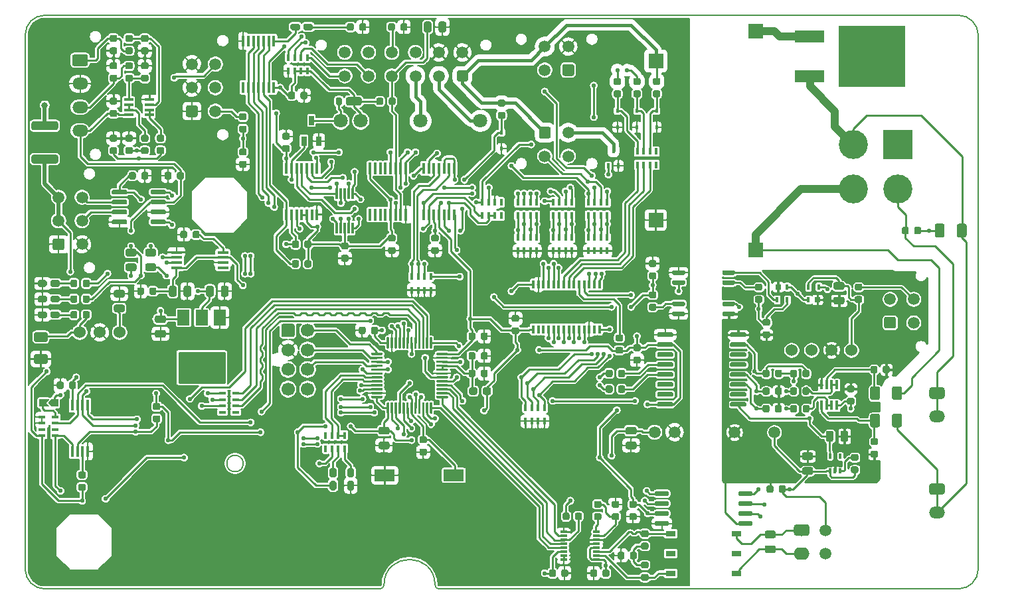
<source format=gtl>
G04 #@! TF.GenerationSoftware,KiCad,Pcbnew,(5.1.6)-1*
G04 #@! TF.CreationDate,2020-09-13T17:37:44+02:00*
G04 #@! TF.ProjectId,MainBoard,4d61696e-426f-4617-9264-2e6b69636164,rev?*
G04 #@! TF.SameCoordinates,Original*
G04 #@! TF.FileFunction,Copper,L1,Top*
G04 #@! TF.FilePolarity,Positive*
%FSLAX46Y46*%
G04 Gerber Fmt 4.6, Leading zero omitted, Abs format (unit mm)*
G04 Created by KiCad (PCBNEW (5.1.6)-1) date 2020-09-13 17:37:44*
%MOMM*%
%LPD*%
G01*
G04 APERTURE LIST*
G04 #@! TA.AperFunction,Profile*
%ADD10C,0.153000*%
G04 #@! TD*
G04 #@! TA.AperFunction,Profile*
%ADD11C,0.200000*%
G04 #@! TD*
G04 #@! TA.AperFunction,ComponentPad*
%ADD12C,1.500000*%
G04 #@! TD*
G04 #@! TA.AperFunction,SMDPad,CuDef*
%ADD13R,0.300000X1.400000*%
G04 #@! TD*
G04 #@! TA.AperFunction,SMDPad,CuDef*
%ADD14R,0.450000X1.450000*%
G04 #@! TD*
G04 #@! TA.AperFunction,ComponentPad*
%ADD15R,1.900000X1.900000*%
G04 #@! TD*
G04 #@! TA.AperFunction,SMDPad,CuDef*
%ADD16R,1.220000X0.400000*%
G04 #@! TD*
G04 #@! TA.AperFunction,SMDPad,CuDef*
%ADD17R,0.900000X0.300000*%
G04 #@! TD*
G04 #@! TA.AperFunction,ComponentPad*
%ADD18O,2.000000X1.500000*%
G04 #@! TD*
G04 #@! TA.AperFunction,ComponentPad*
%ADD19R,3.700000X3.700000*%
G04 #@! TD*
G04 #@! TA.AperFunction,ComponentPad*
%ADD20C,3.700000*%
G04 #@! TD*
G04 #@! TA.AperFunction,SMDPad,CuDef*
%ADD21R,3.810000X1.620000*%
G04 #@! TD*
G04 #@! TA.AperFunction,SMDPad,CuDef*
%ADD22R,8.510000X7.870000*%
G04 #@! TD*
G04 #@! TA.AperFunction,SMDPad,CuDef*
%ADD23R,1.300000X0.750000*%
G04 #@! TD*
G04 #@! TA.AperFunction,SMDPad,CuDef*
%ADD24R,0.400000X1.220000*%
G04 #@! TD*
G04 #@! TA.AperFunction,SMDPad,CuDef*
%ADD25R,0.400000X0.650000*%
G04 #@! TD*
G04 #@! TA.AperFunction,SMDPad,CuDef*
%ADD26R,0.450000X0.600000*%
G04 #@! TD*
G04 #@! TA.AperFunction,ComponentPad*
%ADD27C,1.800000*%
G04 #@! TD*
G04 #@! TA.AperFunction,SMDPad,CuDef*
%ADD28R,0.450000X0.700000*%
G04 #@! TD*
G04 #@! TA.AperFunction,SMDPad,CuDef*
%ADD29R,0.650000X1.220000*%
G04 #@! TD*
G04 #@! TA.AperFunction,SMDPad,CuDef*
%ADD30R,2.600000X1.500000*%
G04 #@! TD*
G04 #@! TA.AperFunction,ComponentPad*
%ADD31C,1.524000*%
G04 #@! TD*
G04 #@! TA.AperFunction,SMDPad,CuDef*
%ADD32R,1.450000X0.450000*%
G04 #@! TD*
G04 #@! TA.AperFunction,SMDPad,CuDef*
%ADD33R,1.500000X2.000000*%
G04 #@! TD*
G04 #@! TA.AperFunction,SMDPad,CuDef*
%ADD34R,3.800000X2.000000*%
G04 #@! TD*
G04 #@! TA.AperFunction,SMDPad,CuDef*
%ADD35R,0.450000X1.500000*%
G04 #@! TD*
G04 #@! TA.AperFunction,SMDPad,CuDef*
%ADD36R,0.450000X0.900000*%
G04 #@! TD*
G04 #@! TA.AperFunction,SMDPad,CuDef*
%ADD37R,0.900000X0.450000*%
G04 #@! TD*
G04 #@! TA.AperFunction,ComponentPad*
%ADD38C,1.700000*%
G04 #@! TD*
G04 #@! TA.AperFunction,SMDPad,CuDef*
%ADD39R,0.400000X1.100000*%
G04 #@! TD*
G04 #@! TA.AperFunction,SMDPad,CuDef*
%ADD40C,0.153000*%
G04 #@! TD*
G04 #@! TA.AperFunction,SMDPad,CuDef*
%ADD41R,0.400000X0.750000*%
G04 #@! TD*
G04 #@! TA.AperFunction,SMDPad,CuDef*
%ADD42R,0.800000X0.750000*%
G04 #@! TD*
G04 #@! TA.AperFunction,ViaPad*
%ADD43C,0.550000*%
G04 #@! TD*
G04 #@! TA.AperFunction,ViaPad*
%ADD44C,0.600000*%
G04 #@! TD*
G04 #@! TA.AperFunction,ViaPad*
%ADD45C,0.800000*%
G04 #@! TD*
G04 #@! TA.AperFunction,ViaPad*
%ADD46C,5.000000*%
G04 #@! TD*
G04 #@! TA.AperFunction,Conductor*
%ADD47C,0.250000*%
G04 #@! TD*
G04 #@! TA.AperFunction,Conductor*
%ADD48C,1.000000*%
G04 #@! TD*
G04 #@! TA.AperFunction,Conductor*
%ADD49C,0.500000*%
G04 #@! TD*
G04 #@! TA.AperFunction,Conductor*
%ADD50C,0.400000*%
G04 #@! TD*
G04 #@! TA.AperFunction,Conductor*
%ADD51C,0.200000*%
G04 #@! TD*
G04 #@! TA.AperFunction,Conductor*
%ADD52C,0.254000*%
G04 #@! TD*
G04 APERTURE END LIST*
D10*
X51050000Y-94250000D02*
G75*
G03*
X51050000Y-94250000I-1050000J0D01*
G01*
D11*
X68500000Y-110250000D02*
X25750000Y-110250000D01*
X76000000Y-110250000D02*
G75*
G02*
X75500000Y-109750000I0J500000D01*
G01*
X69000000Y-109750000D02*
G75*
G02*
X68500000Y-110250000I-500000J0D01*
G01*
X69000000Y-109750000D02*
G75*
G02*
X75500000Y-109750000I3250000J0D01*
G01*
X23250000Y-39500000D02*
G75*
G02*
X25750000Y-37000000I2500000J0D01*
G01*
X25750000Y-110250000D02*
G75*
G02*
X23250000Y-107750000I0J2500000D01*
G01*
X23250000Y-107750000D02*
X23250000Y-39500000D01*
X142250000Y-37000000D02*
X25750000Y-37000000D01*
X142250000Y-110250000D02*
X76000000Y-110250000D01*
X142250000Y-37000000D02*
G75*
G02*
X144750000Y-39500000I0J-2500000D01*
G01*
X144750000Y-107750000D02*
G75*
G02*
X142250000Y-110250000I-2500000J0D01*
G01*
X144750000Y-39500000D02*
X144750000Y-107750000D01*
G04 #@! TA.AperFunction,SMDPad,CuDef*
G36*
G01*
X68750000Y-85900000D02*
X67425000Y-85900000D01*
G75*
G02*
X67350000Y-85825000I0J75000D01*
G01*
X67350000Y-85675000D01*
G75*
G02*
X67425000Y-85600000I75000J0D01*
G01*
X68750000Y-85600000D01*
G75*
G02*
X68825000Y-85675000I0J-75000D01*
G01*
X68825000Y-85825000D01*
G75*
G02*
X68750000Y-85900000I-75000J0D01*
G01*
G37*
G04 #@! TD.AperFunction*
G04 #@! TA.AperFunction,SMDPad,CuDef*
G36*
G01*
X68750000Y-85400000D02*
X67425000Y-85400000D01*
G75*
G02*
X67350000Y-85325000I0J75000D01*
G01*
X67350000Y-85175000D01*
G75*
G02*
X67425000Y-85100000I75000J0D01*
G01*
X68750000Y-85100000D01*
G75*
G02*
X68825000Y-85175000I0J-75000D01*
G01*
X68825000Y-85325000D01*
G75*
G02*
X68750000Y-85400000I-75000J0D01*
G01*
G37*
G04 #@! TD.AperFunction*
G04 #@! TA.AperFunction,SMDPad,CuDef*
G36*
G01*
X68750000Y-84900000D02*
X67425000Y-84900000D01*
G75*
G02*
X67350000Y-84825000I0J75000D01*
G01*
X67350000Y-84675000D01*
G75*
G02*
X67425000Y-84600000I75000J0D01*
G01*
X68750000Y-84600000D01*
G75*
G02*
X68825000Y-84675000I0J-75000D01*
G01*
X68825000Y-84825000D01*
G75*
G02*
X68750000Y-84900000I-75000J0D01*
G01*
G37*
G04 #@! TD.AperFunction*
G04 #@! TA.AperFunction,SMDPad,CuDef*
G36*
G01*
X68750000Y-84400000D02*
X67425000Y-84400000D01*
G75*
G02*
X67350000Y-84325000I0J75000D01*
G01*
X67350000Y-84175000D01*
G75*
G02*
X67425000Y-84100000I75000J0D01*
G01*
X68750000Y-84100000D01*
G75*
G02*
X68825000Y-84175000I0J-75000D01*
G01*
X68825000Y-84325000D01*
G75*
G02*
X68750000Y-84400000I-75000J0D01*
G01*
G37*
G04 #@! TD.AperFunction*
G04 #@! TA.AperFunction,SMDPad,CuDef*
G36*
G01*
X68750000Y-83900000D02*
X67425000Y-83900000D01*
G75*
G02*
X67350000Y-83825000I0J75000D01*
G01*
X67350000Y-83675000D01*
G75*
G02*
X67425000Y-83600000I75000J0D01*
G01*
X68750000Y-83600000D01*
G75*
G02*
X68825000Y-83675000I0J-75000D01*
G01*
X68825000Y-83825000D01*
G75*
G02*
X68750000Y-83900000I-75000J0D01*
G01*
G37*
G04 #@! TD.AperFunction*
G04 #@! TA.AperFunction,SMDPad,CuDef*
G36*
G01*
X68750000Y-83400000D02*
X67425000Y-83400000D01*
G75*
G02*
X67350000Y-83325000I0J75000D01*
G01*
X67350000Y-83175000D01*
G75*
G02*
X67425000Y-83100000I75000J0D01*
G01*
X68750000Y-83100000D01*
G75*
G02*
X68825000Y-83175000I0J-75000D01*
G01*
X68825000Y-83325000D01*
G75*
G02*
X68750000Y-83400000I-75000J0D01*
G01*
G37*
G04 #@! TD.AperFunction*
G04 #@! TA.AperFunction,SMDPad,CuDef*
G36*
G01*
X68750000Y-82900000D02*
X67425000Y-82900000D01*
G75*
G02*
X67350000Y-82825000I0J75000D01*
G01*
X67350000Y-82675000D01*
G75*
G02*
X67425000Y-82600000I75000J0D01*
G01*
X68750000Y-82600000D01*
G75*
G02*
X68825000Y-82675000I0J-75000D01*
G01*
X68825000Y-82825000D01*
G75*
G02*
X68750000Y-82900000I-75000J0D01*
G01*
G37*
G04 #@! TD.AperFunction*
G04 #@! TA.AperFunction,SMDPad,CuDef*
G36*
G01*
X68750000Y-82400000D02*
X67425000Y-82400000D01*
G75*
G02*
X67350000Y-82325000I0J75000D01*
G01*
X67350000Y-82175000D01*
G75*
G02*
X67425000Y-82100000I75000J0D01*
G01*
X68750000Y-82100000D01*
G75*
G02*
X68825000Y-82175000I0J-75000D01*
G01*
X68825000Y-82325000D01*
G75*
G02*
X68750000Y-82400000I-75000J0D01*
G01*
G37*
G04 #@! TD.AperFunction*
G04 #@! TA.AperFunction,SMDPad,CuDef*
G36*
G01*
X68750000Y-81900000D02*
X67425000Y-81900000D01*
G75*
G02*
X67350000Y-81825000I0J75000D01*
G01*
X67350000Y-81675000D01*
G75*
G02*
X67425000Y-81600000I75000J0D01*
G01*
X68750000Y-81600000D01*
G75*
G02*
X68825000Y-81675000I0J-75000D01*
G01*
X68825000Y-81825000D01*
G75*
G02*
X68750000Y-81900000I-75000J0D01*
G01*
G37*
G04 #@! TD.AperFunction*
G04 #@! TA.AperFunction,SMDPad,CuDef*
G36*
G01*
X68750000Y-81400000D02*
X67425000Y-81400000D01*
G75*
G02*
X67350000Y-81325000I0J75000D01*
G01*
X67350000Y-81175000D01*
G75*
G02*
X67425000Y-81100000I75000J0D01*
G01*
X68750000Y-81100000D01*
G75*
G02*
X68825000Y-81175000I0J-75000D01*
G01*
X68825000Y-81325000D01*
G75*
G02*
X68750000Y-81400000I-75000J0D01*
G01*
G37*
G04 #@! TD.AperFunction*
G04 #@! TA.AperFunction,SMDPad,CuDef*
G36*
G01*
X68750000Y-80900000D02*
X67425000Y-80900000D01*
G75*
G02*
X67350000Y-80825000I0J75000D01*
G01*
X67350000Y-80675000D01*
G75*
G02*
X67425000Y-80600000I75000J0D01*
G01*
X68750000Y-80600000D01*
G75*
G02*
X68825000Y-80675000I0J-75000D01*
G01*
X68825000Y-80825000D01*
G75*
G02*
X68750000Y-80900000I-75000J0D01*
G01*
G37*
G04 #@! TD.AperFunction*
G04 #@! TA.AperFunction,SMDPad,CuDef*
G36*
G01*
X68750000Y-80400000D02*
X67425000Y-80400000D01*
G75*
G02*
X67350000Y-80325000I0J75000D01*
G01*
X67350000Y-80175000D01*
G75*
G02*
X67425000Y-80100000I75000J0D01*
G01*
X68750000Y-80100000D01*
G75*
G02*
X68825000Y-80175000I0J-75000D01*
G01*
X68825000Y-80325000D01*
G75*
G02*
X68750000Y-80400000I-75000J0D01*
G01*
G37*
G04 #@! TD.AperFunction*
G04 #@! TA.AperFunction,SMDPad,CuDef*
G36*
G01*
X69575000Y-79575000D02*
X69425000Y-79575000D01*
G75*
G02*
X69350000Y-79500000I0J75000D01*
G01*
X69350000Y-78175000D01*
G75*
G02*
X69425000Y-78100000I75000J0D01*
G01*
X69575000Y-78100000D01*
G75*
G02*
X69650000Y-78175000I0J-75000D01*
G01*
X69650000Y-79500000D01*
G75*
G02*
X69575000Y-79575000I-75000J0D01*
G01*
G37*
G04 #@! TD.AperFunction*
G04 #@! TA.AperFunction,SMDPad,CuDef*
G36*
G01*
X70075000Y-79575000D02*
X69925000Y-79575000D01*
G75*
G02*
X69850000Y-79500000I0J75000D01*
G01*
X69850000Y-78175000D01*
G75*
G02*
X69925000Y-78100000I75000J0D01*
G01*
X70075000Y-78100000D01*
G75*
G02*
X70150000Y-78175000I0J-75000D01*
G01*
X70150000Y-79500000D01*
G75*
G02*
X70075000Y-79575000I-75000J0D01*
G01*
G37*
G04 #@! TD.AperFunction*
G04 #@! TA.AperFunction,SMDPad,CuDef*
G36*
G01*
X70575000Y-79575000D02*
X70425000Y-79575000D01*
G75*
G02*
X70350000Y-79500000I0J75000D01*
G01*
X70350000Y-78175000D01*
G75*
G02*
X70425000Y-78100000I75000J0D01*
G01*
X70575000Y-78100000D01*
G75*
G02*
X70650000Y-78175000I0J-75000D01*
G01*
X70650000Y-79500000D01*
G75*
G02*
X70575000Y-79575000I-75000J0D01*
G01*
G37*
G04 #@! TD.AperFunction*
G04 #@! TA.AperFunction,SMDPad,CuDef*
G36*
G01*
X71075000Y-79575000D02*
X70925000Y-79575000D01*
G75*
G02*
X70850000Y-79500000I0J75000D01*
G01*
X70850000Y-78175000D01*
G75*
G02*
X70925000Y-78100000I75000J0D01*
G01*
X71075000Y-78100000D01*
G75*
G02*
X71150000Y-78175000I0J-75000D01*
G01*
X71150000Y-79500000D01*
G75*
G02*
X71075000Y-79575000I-75000J0D01*
G01*
G37*
G04 #@! TD.AperFunction*
G04 #@! TA.AperFunction,SMDPad,CuDef*
G36*
G01*
X71575000Y-79575000D02*
X71425000Y-79575000D01*
G75*
G02*
X71350000Y-79500000I0J75000D01*
G01*
X71350000Y-78175000D01*
G75*
G02*
X71425000Y-78100000I75000J0D01*
G01*
X71575000Y-78100000D01*
G75*
G02*
X71650000Y-78175000I0J-75000D01*
G01*
X71650000Y-79500000D01*
G75*
G02*
X71575000Y-79575000I-75000J0D01*
G01*
G37*
G04 #@! TD.AperFunction*
G04 #@! TA.AperFunction,SMDPad,CuDef*
G36*
G01*
X72075000Y-79575000D02*
X71925000Y-79575000D01*
G75*
G02*
X71850000Y-79500000I0J75000D01*
G01*
X71850000Y-78175000D01*
G75*
G02*
X71925000Y-78100000I75000J0D01*
G01*
X72075000Y-78100000D01*
G75*
G02*
X72150000Y-78175000I0J-75000D01*
G01*
X72150000Y-79500000D01*
G75*
G02*
X72075000Y-79575000I-75000J0D01*
G01*
G37*
G04 #@! TD.AperFunction*
G04 #@! TA.AperFunction,SMDPad,CuDef*
G36*
G01*
X72575000Y-79575000D02*
X72425000Y-79575000D01*
G75*
G02*
X72350000Y-79500000I0J75000D01*
G01*
X72350000Y-78175000D01*
G75*
G02*
X72425000Y-78100000I75000J0D01*
G01*
X72575000Y-78100000D01*
G75*
G02*
X72650000Y-78175000I0J-75000D01*
G01*
X72650000Y-79500000D01*
G75*
G02*
X72575000Y-79575000I-75000J0D01*
G01*
G37*
G04 #@! TD.AperFunction*
G04 #@! TA.AperFunction,SMDPad,CuDef*
G36*
G01*
X73075000Y-79575000D02*
X72925000Y-79575000D01*
G75*
G02*
X72850000Y-79500000I0J75000D01*
G01*
X72850000Y-78175000D01*
G75*
G02*
X72925000Y-78100000I75000J0D01*
G01*
X73075000Y-78100000D01*
G75*
G02*
X73150000Y-78175000I0J-75000D01*
G01*
X73150000Y-79500000D01*
G75*
G02*
X73075000Y-79575000I-75000J0D01*
G01*
G37*
G04 #@! TD.AperFunction*
G04 #@! TA.AperFunction,SMDPad,CuDef*
G36*
G01*
X73575000Y-79575000D02*
X73425000Y-79575000D01*
G75*
G02*
X73350000Y-79500000I0J75000D01*
G01*
X73350000Y-78175000D01*
G75*
G02*
X73425000Y-78100000I75000J0D01*
G01*
X73575000Y-78100000D01*
G75*
G02*
X73650000Y-78175000I0J-75000D01*
G01*
X73650000Y-79500000D01*
G75*
G02*
X73575000Y-79575000I-75000J0D01*
G01*
G37*
G04 #@! TD.AperFunction*
G04 #@! TA.AperFunction,SMDPad,CuDef*
G36*
G01*
X74075000Y-79575000D02*
X73925000Y-79575000D01*
G75*
G02*
X73850000Y-79500000I0J75000D01*
G01*
X73850000Y-78175000D01*
G75*
G02*
X73925000Y-78100000I75000J0D01*
G01*
X74075000Y-78100000D01*
G75*
G02*
X74150000Y-78175000I0J-75000D01*
G01*
X74150000Y-79500000D01*
G75*
G02*
X74075000Y-79575000I-75000J0D01*
G01*
G37*
G04 #@! TD.AperFunction*
G04 #@! TA.AperFunction,SMDPad,CuDef*
G36*
G01*
X74575000Y-79575000D02*
X74425000Y-79575000D01*
G75*
G02*
X74350000Y-79500000I0J75000D01*
G01*
X74350000Y-78175000D01*
G75*
G02*
X74425000Y-78100000I75000J0D01*
G01*
X74575000Y-78100000D01*
G75*
G02*
X74650000Y-78175000I0J-75000D01*
G01*
X74650000Y-79500000D01*
G75*
G02*
X74575000Y-79575000I-75000J0D01*
G01*
G37*
G04 #@! TD.AperFunction*
G04 #@! TA.AperFunction,SMDPad,CuDef*
G36*
G01*
X75075000Y-79575000D02*
X74925000Y-79575000D01*
G75*
G02*
X74850000Y-79500000I0J75000D01*
G01*
X74850000Y-78175000D01*
G75*
G02*
X74925000Y-78100000I75000J0D01*
G01*
X75075000Y-78100000D01*
G75*
G02*
X75150000Y-78175000I0J-75000D01*
G01*
X75150000Y-79500000D01*
G75*
G02*
X75075000Y-79575000I-75000J0D01*
G01*
G37*
G04 #@! TD.AperFunction*
G04 #@! TA.AperFunction,SMDPad,CuDef*
G36*
G01*
X77075000Y-80400000D02*
X75750000Y-80400000D01*
G75*
G02*
X75675000Y-80325000I0J75000D01*
G01*
X75675000Y-80175000D01*
G75*
G02*
X75750000Y-80100000I75000J0D01*
G01*
X77075000Y-80100000D01*
G75*
G02*
X77150000Y-80175000I0J-75000D01*
G01*
X77150000Y-80325000D01*
G75*
G02*
X77075000Y-80400000I-75000J0D01*
G01*
G37*
G04 #@! TD.AperFunction*
G04 #@! TA.AperFunction,SMDPad,CuDef*
G36*
G01*
X77075000Y-80900000D02*
X75750000Y-80900000D01*
G75*
G02*
X75675000Y-80825000I0J75000D01*
G01*
X75675000Y-80675000D01*
G75*
G02*
X75750000Y-80600000I75000J0D01*
G01*
X77075000Y-80600000D01*
G75*
G02*
X77150000Y-80675000I0J-75000D01*
G01*
X77150000Y-80825000D01*
G75*
G02*
X77075000Y-80900000I-75000J0D01*
G01*
G37*
G04 #@! TD.AperFunction*
G04 #@! TA.AperFunction,SMDPad,CuDef*
G36*
G01*
X77075000Y-81400000D02*
X75750000Y-81400000D01*
G75*
G02*
X75675000Y-81325000I0J75000D01*
G01*
X75675000Y-81175000D01*
G75*
G02*
X75750000Y-81100000I75000J0D01*
G01*
X77075000Y-81100000D01*
G75*
G02*
X77150000Y-81175000I0J-75000D01*
G01*
X77150000Y-81325000D01*
G75*
G02*
X77075000Y-81400000I-75000J0D01*
G01*
G37*
G04 #@! TD.AperFunction*
G04 #@! TA.AperFunction,SMDPad,CuDef*
G36*
G01*
X77075000Y-81900000D02*
X75750000Y-81900000D01*
G75*
G02*
X75675000Y-81825000I0J75000D01*
G01*
X75675000Y-81675000D01*
G75*
G02*
X75750000Y-81600000I75000J0D01*
G01*
X77075000Y-81600000D01*
G75*
G02*
X77150000Y-81675000I0J-75000D01*
G01*
X77150000Y-81825000D01*
G75*
G02*
X77075000Y-81900000I-75000J0D01*
G01*
G37*
G04 #@! TD.AperFunction*
G04 #@! TA.AperFunction,SMDPad,CuDef*
G36*
G01*
X77075000Y-82400000D02*
X75750000Y-82400000D01*
G75*
G02*
X75675000Y-82325000I0J75000D01*
G01*
X75675000Y-82175000D01*
G75*
G02*
X75750000Y-82100000I75000J0D01*
G01*
X77075000Y-82100000D01*
G75*
G02*
X77150000Y-82175000I0J-75000D01*
G01*
X77150000Y-82325000D01*
G75*
G02*
X77075000Y-82400000I-75000J0D01*
G01*
G37*
G04 #@! TD.AperFunction*
G04 #@! TA.AperFunction,SMDPad,CuDef*
G36*
G01*
X77075000Y-82900000D02*
X75750000Y-82900000D01*
G75*
G02*
X75675000Y-82825000I0J75000D01*
G01*
X75675000Y-82675000D01*
G75*
G02*
X75750000Y-82600000I75000J0D01*
G01*
X77075000Y-82600000D01*
G75*
G02*
X77150000Y-82675000I0J-75000D01*
G01*
X77150000Y-82825000D01*
G75*
G02*
X77075000Y-82900000I-75000J0D01*
G01*
G37*
G04 #@! TD.AperFunction*
G04 #@! TA.AperFunction,SMDPad,CuDef*
G36*
G01*
X77075000Y-83400000D02*
X75750000Y-83400000D01*
G75*
G02*
X75675000Y-83325000I0J75000D01*
G01*
X75675000Y-83175000D01*
G75*
G02*
X75750000Y-83100000I75000J0D01*
G01*
X77075000Y-83100000D01*
G75*
G02*
X77150000Y-83175000I0J-75000D01*
G01*
X77150000Y-83325000D01*
G75*
G02*
X77075000Y-83400000I-75000J0D01*
G01*
G37*
G04 #@! TD.AperFunction*
G04 #@! TA.AperFunction,SMDPad,CuDef*
G36*
G01*
X77075000Y-83900000D02*
X75750000Y-83900000D01*
G75*
G02*
X75675000Y-83825000I0J75000D01*
G01*
X75675000Y-83675000D01*
G75*
G02*
X75750000Y-83600000I75000J0D01*
G01*
X77075000Y-83600000D01*
G75*
G02*
X77150000Y-83675000I0J-75000D01*
G01*
X77150000Y-83825000D01*
G75*
G02*
X77075000Y-83900000I-75000J0D01*
G01*
G37*
G04 #@! TD.AperFunction*
G04 #@! TA.AperFunction,SMDPad,CuDef*
G36*
G01*
X77075000Y-84400000D02*
X75750000Y-84400000D01*
G75*
G02*
X75675000Y-84325000I0J75000D01*
G01*
X75675000Y-84175000D01*
G75*
G02*
X75750000Y-84100000I75000J0D01*
G01*
X77075000Y-84100000D01*
G75*
G02*
X77150000Y-84175000I0J-75000D01*
G01*
X77150000Y-84325000D01*
G75*
G02*
X77075000Y-84400000I-75000J0D01*
G01*
G37*
G04 #@! TD.AperFunction*
G04 #@! TA.AperFunction,SMDPad,CuDef*
G36*
G01*
X77075000Y-84900000D02*
X75750000Y-84900000D01*
G75*
G02*
X75675000Y-84825000I0J75000D01*
G01*
X75675000Y-84675000D01*
G75*
G02*
X75750000Y-84600000I75000J0D01*
G01*
X77075000Y-84600000D01*
G75*
G02*
X77150000Y-84675000I0J-75000D01*
G01*
X77150000Y-84825000D01*
G75*
G02*
X77075000Y-84900000I-75000J0D01*
G01*
G37*
G04 #@! TD.AperFunction*
G04 #@! TA.AperFunction,SMDPad,CuDef*
G36*
G01*
X77075000Y-85400000D02*
X75750000Y-85400000D01*
G75*
G02*
X75675000Y-85325000I0J75000D01*
G01*
X75675000Y-85175000D01*
G75*
G02*
X75750000Y-85100000I75000J0D01*
G01*
X77075000Y-85100000D01*
G75*
G02*
X77150000Y-85175000I0J-75000D01*
G01*
X77150000Y-85325000D01*
G75*
G02*
X77075000Y-85400000I-75000J0D01*
G01*
G37*
G04 #@! TD.AperFunction*
G04 #@! TA.AperFunction,SMDPad,CuDef*
G36*
G01*
X77075000Y-85900000D02*
X75750000Y-85900000D01*
G75*
G02*
X75675000Y-85825000I0J75000D01*
G01*
X75675000Y-85675000D01*
G75*
G02*
X75750000Y-85600000I75000J0D01*
G01*
X77075000Y-85600000D01*
G75*
G02*
X77150000Y-85675000I0J-75000D01*
G01*
X77150000Y-85825000D01*
G75*
G02*
X77075000Y-85900000I-75000J0D01*
G01*
G37*
G04 #@! TD.AperFunction*
G04 #@! TA.AperFunction,SMDPad,CuDef*
G36*
G01*
X75075000Y-87900000D02*
X74925000Y-87900000D01*
G75*
G02*
X74850000Y-87825000I0J75000D01*
G01*
X74850000Y-86500000D01*
G75*
G02*
X74925000Y-86425000I75000J0D01*
G01*
X75075000Y-86425000D01*
G75*
G02*
X75150000Y-86500000I0J-75000D01*
G01*
X75150000Y-87825000D01*
G75*
G02*
X75075000Y-87900000I-75000J0D01*
G01*
G37*
G04 #@! TD.AperFunction*
G04 #@! TA.AperFunction,SMDPad,CuDef*
G36*
G01*
X74575000Y-87900000D02*
X74425000Y-87900000D01*
G75*
G02*
X74350000Y-87825000I0J75000D01*
G01*
X74350000Y-86500000D01*
G75*
G02*
X74425000Y-86425000I75000J0D01*
G01*
X74575000Y-86425000D01*
G75*
G02*
X74650000Y-86500000I0J-75000D01*
G01*
X74650000Y-87825000D01*
G75*
G02*
X74575000Y-87900000I-75000J0D01*
G01*
G37*
G04 #@! TD.AperFunction*
G04 #@! TA.AperFunction,SMDPad,CuDef*
G36*
G01*
X74075000Y-87900000D02*
X73925000Y-87900000D01*
G75*
G02*
X73850000Y-87825000I0J75000D01*
G01*
X73850000Y-86500000D01*
G75*
G02*
X73925000Y-86425000I75000J0D01*
G01*
X74075000Y-86425000D01*
G75*
G02*
X74150000Y-86500000I0J-75000D01*
G01*
X74150000Y-87825000D01*
G75*
G02*
X74075000Y-87900000I-75000J0D01*
G01*
G37*
G04 #@! TD.AperFunction*
G04 #@! TA.AperFunction,SMDPad,CuDef*
G36*
G01*
X73575000Y-87900000D02*
X73425000Y-87900000D01*
G75*
G02*
X73350000Y-87825000I0J75000D01*
G01*
X73350000Y-86500000D01*
G75*
G02*
X73425000Y-86425000I75000J0D01*
G01*
X73575000Y-86425000D01*
G75*
G02*
X73650000Y-86500000I0J-75000D01*
G01*
X73650000Y-87825000D01*
G75*
G02*
X73575000Y-87900000I-75000J0D01*
G01*
G37*
G04 #@! TD.AperFunction*
G04 #@! TA.AperFunction,SMDPad,CuDef*
G36*
G01*
X73075000Y-87900000D02*
X72925000Y-87900000D01*
G75*
G02*
X72850000Y-87825000I0J75000D01*
G01*
X72850000Y-86500000D01*
G75*
G02*
X72925000Y-86425000I75000J0D01*
G01*
X73075000Y-86425000D01*
G75*
G02*
X73150000Y-86500000I0J-75000D01*
G01*
X73150000Y-87825000D01*
G75*
G02*
X73075000Y-87900000I-75000J0D01*
G01*
G37*
G04 #@! TD.AperFunction*
G04 #@! TA.AperFunction,SMDPad,CuDef*
G36*
G01*
X72575000Y-87900000D02*
X72425000Y-87900000D01*
G75*
G02*
X72350000Y-87825000I0J75000D01*
G01*
X72350000Y-86500000D01*
G75*
G02*
X72425000Y-86425000I75000J0D01*
G01*
X72575000Y-86425000D01*
G75*
G02*
X72650000Y-86500000I0J-75000D01*
G01*
X72650000Y-87825000D01*
G75*
G02*
X72575000Y-87900000I-75000J0D01*
G01*
G37*
G04 #@! TD.AperFunction*
G04 #@! TA.AperFunction,SMDPad,CuDef*
G36*
G01*
X72075000Y-87900000D02*
X71925000Y-87900000D01*
G75*
G02*
X71850000Y-87825000I0J75000D01*
G01*
X71850000Y-86500000D01*
G75*
G02*
X71925000Y-86425000I75000J0D01*
G01*
X72075000Y-86425000D01*
G75*
G02*
X72150000Y-86500000I0J-75000D01*
G01*
X72150000Y-87825000D01*
G75*
G02*
X72075000Y-87900000I-75000J0D01*
G01*
G37*
G04 #@! TD.AperFunction*
G04 #@! TA.AperFunction,SMDPad,CuDef*
G36*
G01*
X71575000Y-87900000D02*
X71425000Y-87900000D01*
G75*
G02*
X71350000Y-87825000I0J75000D01*
G01*
X71350000Y-86500000D01*
G75*
G02*
X71425000Y-86425000I75000J0D01*
G01*
X71575000Y-86425000D01*
G75*
G02*
X71650000Y-86500000I0J-75000D01*
G01*
X71650000Y-87825000D01*
G75*
G02*
X71575000Y-87900000I-75000J0D01*
G01*
G37*
G04 #@! TD.AperFunction*
G04 #@! TA.AperFunction,SMDPad,CuDef*
G36*
G01*
X71075000Y-87900000D02*
X70925000Y-87900000D01*
G75*
G02*
X70850000Y-87825000I0J75000D01*
G01*
X70850000Y-86500000D01*
G75*
G02*
X70925000Y-86425000I75000J0D01*
G01*
X71075000Y-86425000D01*
G75*
G02*
X71150000Y-86500000I0J-75000D01*
G01*
X71150000Y-87825000D01*
G75*
G02*
X71075000Y-87900000I-75000J0D01*
G01*
G37*
G04 #@! TD.AperFunction*
G04 #@! TA.AperFunction,SMDPad,CuDef*
G36*
G01*
X70575000Y-87900000D02*
X70425000Y-87900000D01*
G75*
G02*
X70350000Y-87825000I0J75000D01*
G01*
X70350000Y-86500000D01*
G75*
G02*
X70425000Y-86425000I75000J0D01*
G01*
X70575000Y-86425000D01*
G75*
G02*
X70650000Y-86500000I0J-75000D01*
G01*
X70650000Y-87825000D01*
G75*
G02*
X70575000Y-87900000I-75000J0D01*
G01*
G37*
G04 #@! TD.AperFunction*
G04 #@! TA.AperFunction,SMDPad,CuDef*
G36*
G01*
X70075000Y-87900000D02*
X69925000Y-87900000D01*
G75*
G02*
X69850000Y-87825000I0J75000D01*
G01*
X69850000Y-86500000D01*
G75*
G02*
X69925000Y-86425000I75000J0D01*
G01*
X70075000Y-86425000D01*
G75*
G02*
X70150000Y-86500000I0J-75000D01*
G01*
X70150000Y-87825000D01*
G75*
G02*
X70075000Y-87900000I-75000J0D01*
G01*
G37*
G04 #@! TD.AperFunction*
G04 #@! TA.AperFunction,SMDPad,CuDef*
G36*
G01*
X69575000Y-87900000D02*
X69425000Y-87900000D01*
G75*
G02*
X69350000Y-87825000I0J75000D01*
G01*
X69350000Y-86500000D01*
G75*
G02*
X69425000Y-86425000I75000J0D01*
G01*
X69575000Y-86425000D01*
G75*
G02*
X69650000Y-86500000I0J-75000D01*
G01*
X69650000Y-87825000D01*
G75*
G02*
X69575000Y-87900000I-75000J0D01*
G01*
G37*
G04 #@! TD.AperFunction*
G04 #@! TA.AperFunction,ComponentPad*
G36*
G01*
X134000000Y-77000000D02*
X133000000Y-77000000D01*
G75*
G02*
X132750000Y-76750000I0J250000D01*
G01*
X132750000Y-75750000D01*
G75*
G02*
X133000000Y-75500000I250000J0D01*
G01*
X134000000Y-75500000D01*
G75*
G02*
X134250000Y-75750000I0J-250000D01*
G01*
X134250000Y-76750000D01*
G75*
G02*
X134000000Y-77000000I-250000J0D01*
G01*
G37*
G04 #@! TD.AperFunction*
D12*
X133500000Y-73250000D03*
X136500000Y-76250000D03*
X136500000Y-73250000D03*
D13*
X63000000Y-59800000D03*
X63500000Y-59800000D03*
X64000000Y-59800000D03*
X64500000Y-59800000D03*
X65000000Y-59800000D03*
X65000000Y-64200000D03*
X64500000Y-64200000D03*
X64000000Y-64200000D03*
X63500000Y-64200000D03*
X63000000Y-64200000D03*
D14*
X54950000Y-46200000D03*
X54300000Y-46200000D03*
X53650000Y-46200000D03*
X53000000Y-46200000D03*
X52350000Y-46200000D03*
X51700000Y-46200000D03*
X51050000Y-46200000D03*
X51050000Y-40300000D03*
X51700000Y-40300000D03*
X52350000Y-40300000D03*
X53000000Y-40300000D03*
X53650000Y-40300000D03*
X54300000Y-40300000D03*
X54950000Y-40300000D03*
G04 #@! TA.AperFunction,SMDPad,CuDef*
G36*
G01*
X118150000Y-82493750D02*
X118150000Y-83006250D01*
G75*
G02*
X117931250Y-83225000I-218750J0D01*
G01*
X117493750Y-83225000D01*
G75*
G02*
X117275000Y-83006250I0J218750D01*
G01*
X117275000Y-82493750D01*
G75*
G02*
X117493750Y-82275000I218750J0D01*
G01*
X117931250Y-82275000D01*
G75*
G02*
X118150000Y-82493750I0J-218750D01*
G01*
G37*
G04 #@! TD.AperFunction*
G04 #@! TA.AperFunction,SMDPad,CuDef*
G36*
G01*
X119725000Y-82493750D02*
X119725000Y-83006250D01*
G75*
G02*
X119506250Y-83225000I-218750J0D01*
G01*
X119068750Y-83225000D01*
G75*
G02*
X118850000Y-83006250I0J218750D01*
G01*
X118850000Y-82493750D01*
G75*
G02*
X119068750Y-82275000I218750J0D01*
G01*
X119506250Y-82275000D01*
G75*
G02*
X119725000Y-82493750I0J-218750D01*
G01*
G37*
G04 #@! TD.AperFunction*
G04 #@! TA.AperFunction,SMDPad,CuDef*
G36*
G01*
X38400000Y-71993750D02*
X38400000Y-72506250D01*
G75*
G02*
X38181250Y-72725000I-218750J0D01*
G01*
X37743750Y-72725000D01*
G75*
G02*
X37525000Y-72506250I0J218750D01*
G01*
X37525000Y-71993750D01*
G75*
G02*
X37743750Y-71775000I218750J0D01*
G01*
X38181250Y-71775000D01*
G75*
G02*
X38400000Y-71993750I0J-218750D01*
G01*
G37*
G04 #@! TD.AperFunction*
G04 #@! TA.AperFunction,SMDPad,CuDef*
G36*
G01*
X39975000Y-71993750D02*
X39975000Y-72506250D01*
G75*
G02*
X39756250Y-72725000I-218750J0D01*
G01*
X39318750Y-72725000D01*
G75*
G02*
X39100000Y-72506250I0J218750D01*
G01*
X39100000Y-71993750D01*
G75*
G02*
X39318750Y-71775000I218750J0D01*
G01*
X39756250Y-71775000D01*
G75*
G02*
X39975000Y-71993750I0J-218750D01*
G01*
G37*
G04 #@! TD.AperFunction*
X74050000Y-56550000D03*
X74700000Y-56550000D03*
X75350000Y-56550000D03*
X76000000Y-56550000D03*
X76650000Y-56550000D03*
X77300000Y-56550000D03*
X77950000Y-56550000D03*
X77950000Y-62450000D03*
X77300000Y-62450000D03*
X76650000Y-62450000D03*
X76000000Y-62450000D03*
X75350000Y-62450000D03*
X74700000Y-62450000D03*
X74050000Y-62450000D03*
D15*
X116350000Y-39030000D03*
X116350000Y-66970000D03*
X103650000Y-42850000D03*
X103650000Y-63150000D03*
G04 #@! TA.AperFunction,SMDPad,CuDef*
G36*
G01*
X101993750Y-104350000D02*
X102506250Y-104350000D01*
G75*
G02*
X102725000Y-104568750I0J-218750D01*
G01*
X102725000Y-105006250D01*
G75*
G02*
X102506250Y-105225000I-218750J0D01*
G01*
X101993750Y-105225000D01*
G75*
G02*
X101775000Y-105006250I0J218750D01*
G01*
X101775000Y-104568750D01*
G75*
G02*
X101993750Y-104350000I218750J0D01*
G01*
G37*
G04 #@! TD.AperFunction*
G04 #@! TA.AperFunction,SMDPad,CuDef*
G36*
G01*
X101993750Y-102775000D02*
X102506250Y-102775000D01*
G75*
G02*
X102725000Y-102993750I0J-218750D01*
G01*
X102725000Y-103431250D01*
G75*
G02*
X102506250Y-103650000I-218750J0D01*
G01*
X101993750Y-103650000D01*
G75*
G02*
X101775000Y-103431250I0J218750D01*
G01*
X101775000Y-102993750D01*
G75*
G02*
X101993750Y-102775000I218750J0D01*
G01*
G37*
G04 #@! TD.AperFunction*
G04 #@! TA.AperFunction,SMDPad,CuDef*
G36*
G01*
X34756250Y-53150000D02*
X34243750Y-53150000D01*
G75*
G02*
X34025000Y-52931250I0J218750D01*
G01*
X34025000Y-52493750D01*
G75*
G02*
X34243750Y-52275000I218750J0D01*
G01*
X34756250Y-52275000D01*
G75*
G02*
X34975000Y-52493750I0J-218750D01*
G01*
X34975000Y-52931250D01*
G75*
G02*
X34756250Y-53150000I-218750J0D01*
G01*
G37*
G04 #@! TD.AperFunction*
G04 #@! TA.AperFunction,SMDPad,CuDef*
G36*
G01*
X34756250Y-54725000D02*
X34243750Y-54725000D01*
G75*
G02*
X34025000Y-54506250I0J218750D01*
G01*
X34025000Y-54068750D01*
G75*
G02*
X34243750Y-53850000I218750J0D01*
G01*
X34756250Y-53850000D01*
G75*
G02*
X34975000Y-54068750I0J-218750D01*
G01*
X34975000Y-54506250D01*
G75*
G02*
X34756250Y-54725000I-218750J0D01*
G01*
G37*
G04 #@! TD.AperFunction*
G04 #@! TA.AperFunction,SMDPad,CuDef*
G36*
G01*
X36756250Y-53150000D02*
X36243750Y-53150000D01*
G75*
G02*
X36025000Y-52931250I0J218750D01*
G01*
X36025000Y-52493750D01*
G75*
G02*
X36243750Y-52275000I218750J0D01*
G01*
X36756250Y-52275000D01*
G75*
G02*
X36975000Y-52493750I0J-218750D01*
G01*
X36975000Y-52931250D01*
G75*
G02*
X36756250Y-53150000I-218750J0D01*
G01*
G37*
G04 #@! TD.AperFunction*
G04 #@! TA.AperFunction,SMDPad,CuDef*
G36*
G01*
X36756250Y-54725000D02*
X36243750Y-54725000D01*
G75*
G02*
X36025000Y-54506250I0J218750D01*
G01*
X36025000Y-54068750D01*
G75*
G02*
X36243750Y-53850000I218750J0D01*
G01*
X36756250Y-53850000D01*
G75*
G02*
X36975000Y-54068750I0J-218750D01*
G01*
X36975000Y-54506250D01*
G75*
G02*
X36756250Y-54725000I-218750J0D01*
G01*
G37*
G04 #@! TD.AperFunction*
G04 #@! TA.AperFunction,SMDPad,CuDef*
G36*
G01*
X40756250Y-53150000D02*
X40243750Y-53150000D01*
G75*
G02*
X40025000Y-52931250I0J218750D01*
G01*
X40025000Y-52493750D01*
G75*
G02*
X40243750Y-52275000I218750J0D01*
G01*
X40756250Y-52275000D01*
G75*
G02*
X40975000Y-52493750I0J-218750D01*
G01*
X40975000Y-52931250D01*
G75*
G02*
X40756250Y-53150000I-218750J0D01*
G01*
G37*
G04 #@! TD.AperFunction*
G04 #@! TA.AperFunction,SMDPad,CuDef*
G36*
G01*
X40756250Y-54725000D02*
X40243750Y-54725000D01*
G75*
G02*
X40025000Y-54506250I0J218750D01*
G01*
X40025000Y-54068750D01*
G75*
G02*
X40243750Y-53850000I218750J0D01*
G01*
X40756250Y-53850000D01*
G75*
G02*
X40975000Y-54068750I0J-218750D01*
G01*
X40975000Y-54506250D01*
G75*
G02*
X40756250Y-54725000I-218750J0D01*
G01*
G37*
G04 #@! TD.AperFunction*
G04 #@! TA.AperFunction,SMDPad,CuDef*
G36*
G01*
X36243750Y-41100000D02*
X36756250Y-41100000D01*
G75*
G02*
X36975000Y-41318750I0J-218750D01*
G01*
X36975000Y-41756250D01*
G75*
G02*
X36756250Y-41975000I-218750J0D01*
G01*
X36243750Y-41975000D01*
G75*
G02*
X36025000Y-41756250I0J218750D01*
G01*
X36025000Y-41318750D01*
G75*
G02*
X36243750Y-41100000I218750J0D01*
G01*
G37*
G04 #@! TD.AperFunction*
G04 #@! TA.AperFunction,SMDPad,CuDef*
G36*
G01*
X36243750Y-39525000D02*
X36756250Y-39525000D01*
G75*
G02*
X36975000Y-39743750I0J-218750D01*
G01*
X36975000Y-40181250D01*
G75*
G02*
X36756250Y-40400000I-218750J0D01*
G01*
X36243750Y-40400000D01*
G75*
G02*
X36025000Y-40181250I0J218750D01*
G01*
X36025000Y-39743750D01*
G75*
G02*
X36243750Y-39525000I218750J0D01*
G01*
G37*
G04 #@! TD.AperFunction*
G04 #@! TA.AperFunction,SMDPad,CuDef*
G36*
G01*
X36756250Y-43900000D02*
X36243750Y-43900000D01*
G75*
G02*
X36025000Y-43681250I0J218750D01*
G01*
X36025000Y-43243750D01*
G75*
G02*
X36243750Y-43025000I218750J0D01*
G01*
X36756250Y-43025000D01*
G75*
G02*
X36975000Y-43243750I0J-218750D01*
G01*
X36975000Y-43681250D01*
G75*
G02*
X36756250Y-43900000I-218750J0D01*
G01*
G37*
G04 #@! TD.AperFunction*
G04 #@! TA.AperFunction,SMDPad,CuDef*
G36*
G01*
X36756250Y-45475000D02*
X36243750Y-45475000D01*
G75*
G02*
X36025000Y-45256250I0J218750D01*
G01*
X36025000Y-44818750D01*
G75*
G02*
X36243750Y-44600000I218750J0D01*
G01*
X36756250Y-44600000D01*
G75*
G02*
X36975000Y-44818750I0J-218750D01*
G01*
X36975000Y-45256250D01*
G75*
G02*
X36756250Y-45475000I-218750J0D01*
G01*
G37*
G04 #@! TD.AperFunction*
D16*
X36440000Y-49720000D03*
X36440000Y-49080000D03*
X36440000Y-48420000D03*
X36440000Y-47780000D03*
X39060000Y-47780000D03*
X39060000Y-48420000D03*
X39060000Y-49080000D03*
X39060000Y-49720000D03*
D17*
X91900000Y-106500000D03*
X96100000Y-106500000D03*
X91900000Y-106000000D03*
X96100000Y-106000000D03*
X91900000Y-105500000D03*
X96100000Y-105500000D03*
X91900000Y-105000000D03*
X96100000Y-105000000D03*
X91900000Y-104500000D03*
X96100000Y-104500000D03*
X91900000Y-104000000D03*
X96100000Y-104000000D03*
X91900000Y-103500000D03*
X96100000Y-103500000D03*
X91900000Y-103000000D03*
X96100000Y-103000000D03*
G04 #@! TA.AperFunction,SMDPad,CuDef*
G36*
G01*
X95993750Y-100600000D02*
X96506250Y-100600000D01*
G75*
G02*
X96725000Y-100818750I0J-218750D01*
G01*
X96725000Y-101256250D01*
G75*
G02*
X96506250Y-101475000I-218750J0D01*
G01*
X95993750Y-101475000D01*
G75*
G02*
X95775000Y-101256250I0J218750D01*
G01*
X95775000Y-100818750D01*
G75*
G02*
X95993750Y-100600000I218750J0D01*
G01*
G37*
G04 #@! TD.AperFunction*
G04 #@! TA.AperFunction,SMDPad,CuDef*
G36*
G01*
X95993750Y-99025000D02*
X96506250Y-99025000D01*
G75*
G02*
X96725000Y-99243750I0J-218750D01*
G01*
X96725000Y-99681250D01*
G75*
G02*
X96506250Y-99900000I-218750J0D01*
G01*
X95993750Y-99900000D01*
G75*
G02*
X95775000Y-99681250I0J218750D01*
G01*
X95775000Y-99243750D01*
G75*
G02*
X95993750Y-99025000I218750J0D01*
G01*
G37*
G04 #@! TD.AperFunction*
G04 #@! TA.AperFunction,SMDPad,CuDef*
G36*
G01*
X38756250Y-43900000D02*
X38243750Y-43900000D01*
G75*
G02*
X38025000Y-43681250I0J218750D01*
G01*
X38025000Y-43243750D01*
G75*
G02*
X38243750Y-43025000I218750J0D01*
G01*
X38756250Y-43025000D01*
G75*
G02*
X38975000Y-43243750I0J-218750D01*
G01*
X38975000Y-43681250D01*
G75*
G02*
X38756250Y-43900000I-218750J0D01*
G01*
G37*
G04 #@! TD.AperFunction*
G04 #@! TA.AperFunction,SMDPad,CuDef*
G36*
G01*
X38756250Y-45475000D02*
X38243750Y-45475000D01*
G75*
G02*
X38025000Y-45256250I0J218750D01*
G01*
X38025000Y-44818750D01*
G75*
G02*
X38243750Y-44600000I218750J0D01*
G01*
X38756250Y-44600000D01*
G75*
G02*
X38975000Y-44818750I0J-218750D01*
G01*
X38975000Y-45256250D01*
G75*
G02*
X38756250Y-45475000I-218750J0D01*
G01*
G37*
G04 #@! TD.AperFunction*
G04 #@! TA.AperFunction,SMDPad,CuDef*
G36*
G01*
X129756250Y-72150000D02*
X129243750Y-72150000D01*
G75*
G02*
X129025000Y-71931250I0J218750D01*
G01*
X129025000Y-71493750D01*
G75*
G02*
X129243750Y-71275000I218750J0D01*
G01*
X129756250Y-71275000D01*
G75*
G02*
X129975000Y-71493750I0J-218750D01*
G01*
X129975000Y-71931250D01*
G75*
G02*
X129756250Y-72150000I-218750J0D01*
G01*
G37*
G04 #@! TD.AperFunction*
G04 #@! TA.AperFunction,SMDPad,CuDef*
G36*
G01*
X129756250Y-73725000D02*
X129243750Y-73725000D01*
G75*
G02*
X129025000Y-73506250I0J218750D01*
G01*
X129025000Y-73068750D01*
G75*
G02*
X129243750Y-72850000I218750J0D01*
G01*
X129756250Y-72850000D01*
G75*
G02*
X129975000Y-73068750I0J-218750D01*
G01*
X129975000Y-73506250D01*
G75*
G02*
X129756250Y-73725000I-218750J0D01*
G01*
G37*
G04 #@! TD.AperFunction*
G04 #@! TA.AperFunction,SMDPad,CuDef*
G36*
G01*
X34756250Y-43900000D02*
X34243750Y-43900000D01*
G75*
G02*
X34025000Y-43681250I0J218750D01*
G01*
X34025000Y-43243750D01*
G75*
G02*
X34243750Y-43025000I218750J0D01*
G01*
X34756250Y-43025000D01*
G75*
G02*
X34975000Y-43243750I0J-218750D01*
G01*
X34975000Y-43681250D01*
G75*
G02*
X34756250Y-43900000I-218750J0D01*
G01*
G37*
G04 #@! TD.AperFunction*
G04 #@! TA.AperFunction,SMDPad,CuDef*
G36*
G01*
X34756250Y-45475000D02*
X34243750Y-45475000D01*
G75*
G02*
X34025000Y-45256250I0J218750D01*
G01*
X34025000Y-44818750D01*
G75*
G02*
X34243750Y-44600000I218750J0D01*
G01*
X34756250Y-44600000D01*
G75*
G02*
X34975000Y-44818750I0J-218750D01*
G01*
X34975000Y-45256250D01*
G75*
G02*
X34756250Y-45475000I-218750J0D01*
G01*
G37*
G04 #@! TD.AperFunction*
G04 #@! TA.AperFunction,SMDPad,CuDef*
G36*
G01*
X38243750Y-41100000D02*
X38756250Y-41100000D01*
G75*
G02*
X38975000Y-41318750I0J-218750D01*
G01*
X38975000Y-41756250D01*
G75*
G02*
X38756250Y-41975000I-218750J0D01*
G01*
X38243750Y-41975000D01*
G75*
G02*
X38025000Y-41756250I0J218750D01*
G01*
X38025000Y-41318750D01*
G75*
G02*
X38243750Y-41100000I218750J0D01*
G01*
G37*
G04 #@! TD.AperFunction*
G04 #@! TA.AperFunction,SMDPad,CuDef*
G36*
G01*
X38243750Y-39525000D02*
X38756250Y-39525000D01*
G75*
G02*
X38975000Y-39743750I0J-218750D01*
G01*
X38975000Y-40181250D01*
G75*
G02*
X38756250Y-40400000I-218750J0D01*
G01*
X38243750Y-40400000D01*
G75*
G02*
X38025000Y-40181250I0J218750D01*
G01*
X38025000Y-39743750D01*
G75*
G02*
X38243750Y-39525000I218750J0D01*
G01*
G37*
G04 #@! TD.AperFunction*
G04 #@! TA.AperFunction,SMDPad,CuDef*
G36*
G01*
X41900000Y-57243750D02*
X41900000Y-57756250D01*
G75*
G02*
X41681250Y-57975000I-218750J0D01*
G01*
X41243750Y-57975000D01*
G75*
G02*
X41025000Y-57756250I0J218750D01*
G01*
X41025000Y-57243750D01*
G75*
G02*
X41243750Y-57025000I218750J0D01*
G01*
X41681250Y-57025000D01*
G75*
G02*
X41900000Y-57243750I0J-218750D01*
G01*
G37*
G04 #@! TD.AperFunction*
G04 #@! TA.AperFunction,SMDPad,CuDef*
G36*
G01*
X43475000Y-57243750D02*
X43475000Y-57756250D01*
G75*
G02*
X43256250Y-57975000I-218750J0D01*
G01*
X42818750Y-57975000D01*
G75*
G02*
X42600000Y-57756250I0J218750D01*
G01*
X42600000Y-57243750D01*
G75*
G02*
X42818750Y-57025000I218750J0D01*
G01*
X43256250Y-57025000D01*
G75*
G02*
X43475000Y-57243750I0J-218750D01*
G01*
G37*
G04 #@! TD.AperFunction*
G04 #@! TA.AperFunction,SMDPad,CuDef*
G36*
G01*
X81350000Y-78256250D02*
X81350000Y-77743750D01*
G75*
G02*
X81568750Y-77525000I218750J0D01*
G01*
X82006250Y-77525000D01*
G75*
G02*
X82225000Y-77743750I0J-218750D01*
G01*
X82225000Y-78256250D01*
G75*
G02*
X82006250Y-78475000I-218750J0D01*
G01*
X81568750Y-78475000D01*
G75*
G02*
X81350000Y-78256250I0J218750D01*
G01*
G37*
G04 #@! TD.AperFunction*
G04 #@! TA.AperFunction,SMDPad,CuDef*
G36*
G01*
X79775000Y-78256250D02*
X79775000Y-77743750D01*
G75*
G02*
X79993750Y-77525000I218750J0D01*
G01*
X80431250Y-77525000D01*
G75*
G02*
X80650000Y-77743750I0J-218750D01*
G01*
X80650000Y-78256250D01*
G75*
G02*
X80431250Y-78475000I-218750J0D01*
G01*
X79993750Y-78475000D01*
G75*
G02*
X79775000Y-78256250I0J218750D01*
G01*
G37*
G04 #@! TD.AperFunction*
G04 #@! TA.AperFunction,SMDPad,CuDef*
G36*
G01*
X100350000Y-106256250D02*
X100350000Y-105743750D01*
G75*
G02*
X100568750Y-105525000I218750J0D01*
G01*
X101006250Y-105525000D01*
G75*
G02*
X101225000Y-105743750I0J-218750D01*
G01*
X101225000Y-106256250D01*
G75*
G02*
X101006250Y-106475000I-218750J0D01*
G01*
X100568750Y-106475000D01*
G75*
G02*
X100350000Y-106256250I0J218750D01*
G01*
G37*
G04 #@! TD.AperFunction*
G04 #@! TA.AperFunction,SMDPad,CuDef*
G36*
G01*
X98775000Y-106256250D02*
X98775000Y-105743750D01*
G75*
G02*
X98993750Y-105525000I218750J0D01*
G01*
X99431250Y-105525000D01*
G75*
G02*
X99650000Y-105743750I0J-218750D01*
G01*
X99650000Y-106256250D01*
G75*
G02*
X99431250Y-106475000I-218750J0D01*
G01*
X98993750Y-106475000D01*
G75*
G02*
X98775000Y-106256250I0J218750D01*
G01*
G37*
G04 #@! TD.AperFunction*
G04 #@! TA.AperFunction,SMDPad,CuDef*
G36*
G01*
X135900000Y-64243750D02*
X135900000Y-64756250D01*
G75*
G02*
X135681250Y-64975000I-218750J0D01*
G01*
X135243750Y-64975000D01*
G75*
G02*
X135025000Y-64756250I0J218750D01*
G01*
X135025000Y-64243750D01*
G75*
G02*
X135243750Y-64025000I218750J0D01*
G01*
X135681250Y-64025000D01*
G75*
G02*
X135900000Y-64243750I0J-218750D01*
G01*
G37*
G04 #@! TD.AperFunction*
G04 #@! TA.AperFunction,SMDPad,CuDef*
G36*
G01*
X137475000Y-64243750D02*
X137475000Y-64756250D01*
G75*
G02*
X137256250Y-64975000I-218750J0D01*
G01*
X136818750Y-64975000D01*
G75*
G02*
X136600000Y-64756250I0J218750D01*
G01*
X136600000Y-64243750D01*
G75*
G02*
X136818750Y-64025000I218750J0D01*
G01*
X137256250Y-64025000D01*
G75*
G02*
X137475000Y-64243750I0J-218750D01*
G01*
G37*
G04 #@! TD.AperFunction*
G04 #@! TA.AperFunction,SMDPad,CuDef*
G36*
G01*
X132600000Y-82506250D02*
X132600000Y-81993750D01*
G75*
G02*
X132818750Y-81775000I218750J0D01*
G01*
X133256250Y-81775000D01*
G75*
G02*
X133475000Y-81993750I0J-218750D01*
G01*
X133475000Y-82506250D01*
G75*
G02*
X133256250Y-82725000I-218750J0D01*
G01*
X132818750Y-82725000D01*
G75*
G02*
X132600000Y-82506250I0J218750D01*
G01*
G37*
G04 #@! TD.AperFunction*
G04 #@! TA.AperFunction,SMDPad,CuDef*
G36*
G01*
X131025000Y-82506250D02*
X131025000Y-81993750D01*
G75*
G02*
X131243750Y-81775000I218750J0D01*
G01*
X131681250Y-81775000D01*
G75*
G02*
X131900000Y-81993750I0J-218750D01*
G01*
X131900000Y-82506250D01*
G75*
G02*
X131681250Y-82725000I-218750J0D01*
G01*
X131243750Y-82725000D01*
G75*
G02*
X131025000Y-82506250I0J218750D01*
G01*
G37*
G04 #@! TD.AperFunction*
G04 #@! TA.AperFunction,SMDPad,CuDef*
G36*
G01*
X131243750Y-92600000D02*
X131756250Y-92600000D01*
G75*
G02*
X131975000Y-92818750I0J-218750D01*
G01*
X131975000Y-93256250D01*
G75*
G02*
X131756250Y-93475000I-218750J0D01*
G01*
X131243750Y-93475000D01*
G75*
G02*
X131025000Y-93256250I0J218750D01*
G01*
X131025000Y-92818750D01*
G75*
G02*
X131243750Y-92600000I218750J0D01*
G01*
G37*
G04 #@! TD.AperFunction*
G04 #@! TA.AperFunction,SMDPad,CuDef*
G36*
G01*
X131243750Y-91025000D02*
X131756250Y-91025000D01*
G75*
G02*
X131975000Y-91243750I0J-218750D01*
G01*
X131975000Y-91681250D01*
G75*
G02*
X131756250Y-91900000I-218750J0D01*
G01*
X131243750Y-91900000D01*
G75*
G02*
X131025000Y-91681250I0J218750D01*
G01*
X131025000Y-91243750D01*
G75*
G02*
X131243750Y-91025000I218750J0D01*
G01*
G37*
G04 #@! TD.AperFunction*
G04 #@! TA.AperFunction,SMDPad,CuDef*
G36*
G01*
X128756250Y-85150000D02*
X128243750Y-85150000D01*
G75*
G02*
X128025000Y-84931250I0J218750D01*
G01*
X128025000Y-84493750D01*
G75*
G02*
X128243750Y-84275000I218750J0D01*
G01*
X128756250Y-84275000D01*
G75*
G02*
X128975000Y-84493750I0J-218750D01*
G01*
X128975000Y-84931250D01*
G75*
G02*
X128756250Y-85150000I-218750J0D01*
G01*
G37*
G04 #@! TD.AperFunction*
G04 #@! TA.AperFunction,SMDPad,CuDef*
G36*
G01*
X128756250Y-86725000D02*
X128243750Y-86725000D01*
G75*
G02*
X128025000Y-86506250I0J218750D01*
G01*
X128025000Y-86068750D01*
G75*
G02*
X128243750Y-85850000I218750J0D01*
G01*
X128756250Y-85850000D01*
G75*
G02*
X128975000Y-86068750I0J-218750D01*
G01*
X128975000Y-86506250D01*
G75*
G02*
X128756250Y-86725000I-218750J0D01*
G01*
G37*
G04 #@! TD.AperFunction*
G04 #@! TA.AperFunction,SMDPad,CuDef*
G36*
G01*
X34243750Y-41100000D02*
X34756250Y-41100000D01*
G75*
G02*
X34975000Y-41318750I0J-218750D01*
G01*
X34975000Y-41756250D01*
G75*
G02*
X34756250Y-41975000I-218750J0D01*
G01*
X34243750Y-41975000D01*
G75*
G02*
X34025000Y-41756250I0J218750D01*
G01*
X34025000Y-41318750D01*
G75*
G02*
X34243750Y-41100000I218750J0D01*
G01*
G37*
G04 #@! TD.AperFunction*
G04 #@! TA.AperFunction,SMDPad,CuDef*
G36*
G01*
X34243750Y-39525000D02*
X34756250Y-39525000D01*
G75*
G02*
X34975000Y-39743750I0J-218750D01*
G01*
X34975000Y-40181250D01*
G75*
G02*
X34756250Y-40400000I-218750J0D01*
G01*
X34243750Y-40400000D01*
G75*
G02*
X34025000Y-40181250I0J218750D01*
G01*
X34025000Y-39743750D01*
G75*
G02*
X34243750Y-39525000I218750J0D01*
G01*
G37*
G04 #@! TD.AperFunction*
G04 #@! TA.AperFunction,SMDPad,CuDef*
G36*
G01*
X123456250Y-93800000D02*
X122543750Y-93800000D01*
G75*
G02*
X122300000Y-93556250I0J243750D01*
G01*
X122300000Y-93068750D01*
G75*
G02*
X122543750Y-92825000I243750J0D01*
G01*
X123456250Y-92825000D01*
G75*
G02*
X123700000Y-93068750I0J-243750D01*
G01*
X123700000Y-93556250D01*
G75*
G02*
X123456250Y-93800000I-243750J0D01*
G01*
G37*
G04 #@! TD.AperFunction*
G04 #@! TA.AperFunction,SMDPad,CuDef*
G36*
G01*
X123456250Y-95675000D02*
X122543750Y-95675000D01*
G75*
G02*
X122300000Y-95431250I0J243750D01*
G01*
X122300000Y-94943750D01*
G75*
G02*
X122543750Y-94700000I243750J0D01*
G01*
X123456250Y-94700000D01*
G75*
G02*
X123700000Y-94943750I0J-243750D01*
G01*
X123700000Y-95431250D01*
G75*
G02*
X123456250Y-95675000I-243750J0D01*
G01*
G37*
G04 #@! TD.AperFunction*
G04 #@! TA.AperFunction,ComponentPad*
G36*
G01*
X29500000Y-42000000D02*
X31000000Y-42000000D01*
G75*
G02*
X31250000Y-42250000I0J-250000D01*
G01*
X31250000Y-43250000D01*
G75*
G02*
X31000000Y-43500000I-250000J0D01*
G01*
X29500000Y-43500000D01*
G75*
G02*
X29250000Y-43250000I0J250000D01*
G01*
X29250000Y-42250000D01*
G75*
G02*
X29500000Y-42000000I250000J0D01*
G01*
G37*
G04 #@! TD.AperFunction*
D18*
X30250000Y-45750000D03*
X30250000Y-48750000D03*
X30250000Y-51750000D03*
G04 #@! TA.AperFunction,ComponentPad*
G36*
G01*
X121625000Y-102000000D02*
X122875000Y-102000000D01*
G75*
G02*
X123250000Y-102375000I0J-375000D01*
G01*
X123250000Y-103125000D01*
G75*
G02*
X122875000Y-103500000I-375000J0D01*
G01*
X121625000Y-103500000D01*
G75*
G02*
X121250000Y-103125000I0J375000D01*
G01*
X121250000Y-102375000D01*
G75*
G02*
X121625000Y-102000000I375000J0D01*
G01*
G37*
G04 #@! TD.AperFunction*
X122250000Y-105750000D03*
D19*
X134500000Y-53500000D03*
D20*
X134500000Y-59200000D03*
X128800000Y-53500000D03*
X128800000Y-59200000D03*
G04 #@! TA.AperFunction,ComponentPad*
G36*
G01*
X138875000Y-96750000D02*
X140125000Y-96750000D01*
G75*
G02*
X140500000Y-97125000I0J-375000D01*
G01*
X140500000Y-97875000D01*
G75*
G02*
X140125000Y-98250000I-375000J0D01*
G01*
X138875000Y-98250000D01*
G75*
G02*
X138500000Y-97875000I0J375000D01*
G01*
X138500000Y-97125000D01*
G75*
G02*
X138875000Y-96750000I375000J0D01*
G01*
G37*
G04 #@! TD.AperFunction*
D18*
X139500000Y-100500000D03*
G04 #@! TA.AperFunction,ComponentPad*
G36*
G01*
X138875000Y-84500000D02*
X140125000Y-84500000D01*
G75*
G02*
X140500000Y-84875000I0J-375000D01*
G01*
X140500000Y-85625000D01*
G75*
G02*
X140125000Y-86000000I-375000J0D01*
G01*
X138875000Y-86000000D01*
G75*
G02*
X138500000Y-85625000I0J375000D01*
G01*
X138500000Y-84875000D01*
G75*
G02*
X138875000Y-84500000I375000J0D01*
G01*
G37*
G04 #@! TD.AperFunction*
X139500000Y-88250000D03*
G04 #@! TA.AperFunction,SMDPad,CuDef*
G36*
G01*
X38756250Y-53150000D02*
X38243750Y-53150000D01*
G75*
G02*
X38025000Y-52931250I0J218750D01*
G01*
X38025000Y-52493750D01*
G75*
G02*
X38243750Y-52275000I218750J0D01*
G01*
X38756250Y-52275000D01*
G75*
G02*
X38975000Y-52493750I0J-218750D01*
G01*
X38975000Y-52931250D01*
G75*
G02*
X38756250Y-53150000I-218750J0D01*
G01*
G37*
G04 #@! TD.AperFunction*
G04 #@! TA.AperFunction,SMDPad,CuDef*
G36*
G01*
X38756250Y-54725000D02*
X38243750Y-54725000D01*
G75*
G02*
X38025000Y-54506250I0J218750D01*
G01*
X38025000Y-54068750D01*
G75*
G02*
X38243750Y-53850000I218750J0D01*
G01*
X38756250Y-53850000D01*
G75*
G02*
X38975000Y-54068750I0J-218750D01*
G01*
X38975000Y-54506250D01*
G75*
G02*
X38756250Y-54725000I-218750J0D01*
G01*
G37*
G04 #@! TD.AperFunction*
G04 #@! TA.AperFunction,SMDPad,CuDef*
G36*
G01*
X101993750Y-108350000D02*
X102506250Y-108350000D01*
G75*
G02*
X102725000Y-108568750I0J-218750D01*
G01*
X102725000Y-109006250D01*
G75*
G02*
X102506250Y-109225000I-218750J0D01*
G01*
X101993750Y-109225000D01*
G75*
G02*
X101775000Y-109006250I0J218750D01*
G01*
X101775000Y-108568750D01*
G75*
G02*
X101993750Y-108350000I218750J0D01*
G01*
G37*
G04 #@! TD.AperFunction*
G04 #@! TA.AperFunction,SMDPad,CuDef*
G36*
G01*
X101993750Y-106775000D02*
X102506250Y-106775000D01*
G75*
G02*
X102725000Y-106993750I0J-218750D01*
G01*
X102725000Y-107431250D01*
G75*
G02*
X102506250Y-107650000I-218750J0D01*
G01*
X101993750Y-107650000D01*
G75*
G02*
X101775000Y-107431250I0J218750D01*
G01*
X101775000Y-106993750D01*
G75*
G02*
X101993750Y-106775000I218750J0D01*
G01*
G37*
G04 #@! TD.AperFunction*
G04 #@! TA.AperFunction,SMDPad,CuDef*
G36*
G01*
X98243750Y-100600000D02*
X98756250Y-100600000D01*
G75*
G02*
X98975000Y-100818750I0J-218750D01*
G01*
X98975000Y-101256250D01*
G75*
G02*
X98756250Y-101475000I-218750J0D01*
G01*
X98243750Y-101475000D01*
G75*
G02*
X98025000Y-101256250I0J218750D01*
G01*
X98025000Y-100818750D01*
G75*
G02*
X98243750Y-100600000I218750J0D01*
G01*
G37*
G04 #@! TD.AperFunction*
G04 #@! TA.AperFunction,SMDPad,CuDef*
G36*
G01*
X98243750Y-99025000D02*
X98756250Y-99025000D01*
G75*
G02*
X98975000Y-99243750I0J-218750D01*
G01*
X98975000Y-99681250D01*
G75*
G02*
X98756250Y-99900000I-218750J0D01*
G01*
X98243750Y-99900000D01*
G75*
G02*
X98025000Y-99681250I0J218750D01*
G01*
X98025000Y-99243750D01*
G75*
G02*
X98243750Y-99025000I218750J0D01*
G01*
G37*
G04 #@! TD.AperFunction*
D21*
X123250000Y-44750000D03*
X123250000Y-39670000D03*
D22*
X131190000Y-42210000D03*
G04 #@! TA.AperFunction,SMDPad,CuDef*
G36*
G01*
X140475000Y-63875000D02*
X140475000Y-65125000D01*
G75*
G02*
X140225000Y-65375000I-250000J0D01*
G01*
X139475000Y-65375000D01*
G75*
G02*
X139225000Y-65125000I0J250000D01*
G01*
X139225000Y-63875000D01*
G75*
G02*
X139475000Y-63625000I250000J0D01*
G01*
X140225000Y-63625000D01*
G75*
G02*
X140475000Y-63875000I0J-250000D01*
G01*
G37*
G04 #@! TD.AperFunction*
G04 #@! TA.AperFunction,SMDPad,CuDef*
G36*
G01*
X143275000Y-63875000D02*
X143275000Y-65125000D01*
G75*
G02*
X143025000Y-65375000I-250000J0D01*
G01*
X142275000Y-65375000D01*
G75*
G02*
X142025000Y-65125000I0J250000D01*
G01*
X142025000Y-63875000D01*
G75*
G02*
X142275000Y-63625000I250000J0D01*
G01*
X143025000Y-63625000D01*
G75*
G02*
X143275000Y-63875000I0J-250000D01*
G01*
G37*
G04 #@! TD.AperFunction*
G04 #@! TA.AperFunction,SMDPad,CuDef*
G36*
G01*
X133775000Y-85875000D02*
X133775000Y-84625000D01*
G75*
G02*
X134025000Y-84375000I250000J0D01*
G01*
X134775000Y-84375000D01*
G75*
G02*
X135025000Y-84625000I0J-250000D01*
G01*
X135025000Y-85875000D01*
G75*
G02*
X134775000Y-86125000I-250000J0D01*
G01*
X134025000Y-86125000D01*
G75*
G02*
X133775000Y-85875000I0J250000D01*
G01*
G37*
G04 #@! TD.AperFunction*
G04 #@! TA.AperFunction,SMDPad,CuDef*
G36*
G01*
X130975000Y-85875000D02*
X130975000Y-84625000D01*
G75*
G02*
X131225000Y-84375000I250000J0D01*
G01*
X131975000Y-84375000D01*
G75*
G02*
X132225000Y-84625000I0J-250000D01*
G01*
X132225000Y-85875000D01*
G75*
G02*
X131975000Y-86125000I-250000J0D01*
G01*
X131225000Y-86125000D01*
G75*
G02*
X130975000Y-85875000I0J250000D01*
G01*
G37*
G04 #@! TD.AperFunction*
G04 #@! TA.AperFunction,SMDPad,CuDef*
G36*
G01*
X133775000Y-89375000D02*
X133775000Y-88125000D01*
G75*
G02*
X134025000Y-87875000I250000J0D01*
G01*
X134775000Y-87875000D01*
G75*
G02*
X135025000Y-88125000I0J-250000D01*
G01*
X135025000Y-89375000D01*
G75*
G02*
X134775000Y-89625000I-250000J0D01*
G01*
X134025000Y-89625000D01*
G75*
G02*
X133775000Y-89375000I0J250000D01*
G01*
G37*
G04 #@! TD.AperFunction*
G04 #@! TA.AperFunction,SMDPad,CuDef*
G36*
G01*
X130975000Y-89375000D02*
X130975000Y-88125000D01*
G75*
G02*
X131225000Y-87875000I250000J0D01*
G01*
X131975000Y-87875000D01*
G75*
G02*
X132225000Y-88125000I0J-250000D01*
G01*
X132225000Y-89375000D01*
G75*
G02*
X131975000Y-89625000I-250000J0D01*
G01*
X131225000Y-89625000D01*
G75*
G02*
X130975000Y-89375000I0J250000D01*
G01*
G37*
G04 #@! TD.AperFunction*
D23*
X113950000Y-103210000D03*
X105550000Y-103210000D03*
X113950000Y-105750000D03*
X105550000Y-105750000D03*
X113950000Y-108290000D03*
X105550000Y-108290000D03*
G04 #@! TA.AperFunction,SMDPad,CuDef*
G36*
G01*
X107375000Y-70985000D02*
X107375000Y-71285000D01*
G75*
G02*
X107225000Y-71435000I-150000J0D01*
G01*
X105900000Y-71435000D01*
G75*
G02*
X105750000Y-71285000I0J150000D01*
G01*
X105750000Y-70985000D01*
G75*
G02*
X105900000Y-70835000I150000J0D01*
G01*
X107225000Y-70835000D01*
G75*
G02*
X107375000Y-70985000I0J-150000D01*
G01*
G37*
G04 #@! TD.AperFunction*
G04 #@! TA.AperFunction,SMDPad,CuDef*
G36*
G01*
X107375000Y-69715000D02*
X107375000Y-70015000D01*
G75*
G02*
X107225000Y-70165000I-150000J0D01*
G01*
X105900000Y-70165000D01*
G75*
G02*
X105750000Y-70015000I0J150000D01*
G01*
X105750000Y-69715000D01*
G75*
G02*
X105900000Y-69565000I150000J0D01*
G01*
X107225000Y-69565000D01*
G75*
G02*
X107375000Y-69715000I0J-150000D01*
G01*
G37*
G04 #@! TD.AperFunction*
G04 #@! TA.AperFunction,SMDPad,CuDef*
G36*
G01*
X113750000Y-69715000D02*
X113750000Y-70015000D01*
G75*
G02*
X113600000Y-70165000I-150000J0D01*
G01*
X112275000Y-70165000D01*
G75*
G02*
X112125000Y-70015000I0J150000D01*
G01*
X112125000Y-69715000D01*
G75*
G02*
X112275000Y-69565000I150000J0D01*
G01*
X113600000Y-69565000D01*
G75*
G02*
X113750000Y-69715000I0J-150000D01*
G01*
G37*
G04 #@! TD.AperFunction*
G04 #@! TA.AperFunction,SMDPad,CuDef*
G36*
G01*
X113750000Y-70985000D02*
X113750000Y-71285000D01*
G75*
G02*
X113600000Y-71435000I-150000J0D01*
G01*
X112275000Y-71435000D01*
G75*
G02*
X112125000Y-71285000I0J150000D01*
G01*
X112125000Y-70985000D01*
G75*
G02*
X112275000Y-70835000I150000J0D01*
G01*
X113600000Y-70835000D01*
G75*
G02*
X113750000Y-70985000I0J-150000D01*
G01*
G37*
G04 #@! TD.AperFunction*
D24*
X126720000Y-86810000D03*
X126080000Y-86810000D03*
X125420000Y-86810000D03*
X124780000Y-86810000D03*
X124780000Y-84190000D03*
X125420000Y-84190000D03*
X126080000Y-84190000D03*
X126720000Y-84190000D03*
D12*
X118740000Y-90250000D03*
X113660000Y-90250000D03*
X106040000Y-90250000D03*
X103500000Y-90250000D03*
D25*
X125850000Y-93300000D03*
X127150000Y-93300000D03*
X126500000Y-95200000D03*
X127150000Y-95200000D03*
X125850000Y-95200000D03*
G04 #@! TA.AperFunction,SMDPad,CuDef*
G36*
G01*
X105875000Y-86545000D02*
X105875000Y-86845000D01*
G75*
G02*
X105725000Y-86995000I-150000J0D01*
G01*
X103975000Y-86995000D01*
G75*
G02*
X103825000Y-86845000I0J150000D01*
G01*
X103825000Y-86545000D01*
G75*
G02*
X103975000Y-86395000I150000J0D01*
G01*
X105725000Y-86395000D01*
G75*
G02*
X105875000Y-86545000I0J-150000D01*
G01*
G37*
G04 #@! TD.AperFunction*
G04 #@! TA.AperFunction,SMDPad,CuDef*
G36*
G01*
X105875000Y-85275000D02*
X105875000Y-85575000D01*
G75*
G02*
X105725000Y-85725000I-150000J0D01*
G01*
X103975000Y-85725000D01*
G75*
G02*
X103825000Y-85575000I0J150000D01*
G01*
X103825000Y-85275000D01*
G75*
G02*
X103975000Y-85125000I150000J0D01*
G01*
X105725000Y-85125000D01*
G75*
G02*
X105875000Y-85275000I0J-150000D01*
G01*
G37*
G04 #@! TD.AperFunction*
G04 #@! TA.AperFunction,SMDPad,CuDef*
G36*
G01*
X105875000Y-84005000D02*
X105875000Y-84305000D01*
G75*
G02*
X105725000Y-84455000I-150000J0D01*
G01*
X103975000Y-84455000D01*
G75*
G02*
X103825000Y-84305000I0J150000D01*
G01*
X103825000Y-84005000D01*
G75*
G02*
X103975000Y-83855000I150000J0D01*
G01*
X105725000Y-83855000D01*
G75*
G02*
X105875000Y-84005000I0J-150000D01*
G01*
G37*
G04 #@! TD.AperFunction*
G04 #@! TA.AperFunction,SMDPad,CuDef*
G36*
G01*
X105875000Y-82735000D02*
X105875000Y-83035000D01*
G75*
G02*
X105725000Y-83185000I-150000J0D01*
G01*
X103975000Y-83185000D01*
G75*
G02*
X103825000Y-83035000I0J150000D01*
G01*
X103825000Y-82735000D01*
G75*
G02*
X103975000Y-82585000I150000J0D01*
G01*
X105725000Y-82585000D01*
G75*
G02*
X105875000Y-82735000I0J-150000D01*
G01*
G37*
G04 #@! TD.AperFunction*
G04 #@! TA.AperFunction,SMDPad,CuDef*
G36*
G01*
X105875000Y-81465000D02*
X105875000Y-81765000D01*
G75*
G02*
X105725000Y-81915000I-150000J0D01*
G01*
X103975000Y-81915000D01*
G75*
G02*
X103825000Y-81765000I0J150000D01*
G01*
X103825000Y-81465000D01*
G75*
G02*
X103975000Y-81315000I150000J0D01*
G01*
X105725000Y-81315000D01*
G75*
G02*
X105875000Y-81465000I0J-150000D01*
G01*
G37*
G04 #@! TD.AperFunction*
G04 #@! TA.AperFunction,SMDPad,CuDef*
G36*
G01*
X105875000Y-80195000D02*
X105875000Y-80495000D01*
G75*
G02*
X105725000Y-80645000I-150000J0D01*
G01*
X103975000Y-80645000D01*
G75*
G02*
X103825000Y-80495000I0J150000D01*
G01*
X103825000Y-80195000D01*
G75*
G02*
X103975000Y-80045000I150000J0D01*
G01*
X105725000Y-80045000D01*
G75*
G02*
X105875000Y-80195000I0J-150000D01*
G01*
G37*
G04 #@! TD.AperFunction*
G04 #@! TA.AperFunction,SMDPad,CuDef*
G36*
G01*
X105875000Y-78925000D02*
X105875000Y-79225000D01*
G75*
G02*
X105725000Y-79375000I-150000J0D01*
G01*
X103975000Y-79375000D01*
G75*
G02*
X103825000Y-79225000I0J150000D01*
G01*
X103825000Y-78925000D01*
G75*
G02*
X103975000Y-78775000I150000J0D01*
G01*
X105725000Y-78775000D01*
G75*
G02*
X105875000Y-78925000I0J-150000D01*
G01*
G37*
G04 #@! TD.AperFunction*
G04 #@! TA.AperFunction,SMDPad,CuDef*
G36*
G01*
X105875000Y-77655000D02*
X105875000Y-77955000D01*
G75*
G02*
X105725000Y-78105000I-150000J0D01*
G01*
X103975000Y-78105000D01*
G75*
G02*
X103825000Y-77955000I0J150000D01*
G01*
X103825000Y-77655000D01*
G75*
G02*
X103975000Y-77505000I150000J0D01*
G01*
X105725000Y-77505000D01*
G75*
G02*
X105875000Y-77655000I0J-150000D01*
G01*
G37*
G04 #@! TD.AperFunction*
G04 #@! TA.AperFunction,SMDPad,CuDef*
G36*
G01*
X115175000Y-77655000D02*
X115175000Y-77955000D01*
G75*
G02*
X115025000Y-78105000I-150000J0D01*
G01*
X113275000Y-78105000D01*
G75*
G02*
X113125000Y-77955000I0J150000D01*
G01*
X113125000Y-77655000D01*
G75*
G02*
X113275000Y-77505000I150000J0D01*
G01*
X115025000Y-77505000D01*
G75*
G02*
X115175000Y-77655000I0J-150000D01*
G01*
G37*
G04 #@! TD.AperFunction*
G04 #@! TA.AperFunction,SMDPad,CuDef*
G36*
G01*
X115175000Y-78925000D02*
X115175000Y-79225000D01*
G75*
G02*
X115025000Y-79375000I-150000J0D01*
G01*
X113275000Y-79375000D01*
G75*
G02*
X113125000Y-79225000I0J150000D01*
G01*
X113125000Y-78925000D01*
G75*
G02*
X113275000Y-78775000I150000J0D01*
G01*
X115025000Y-78775000D01*
G75*
G02*
X115175000Y-78925000I0J-150000D01*
G01*
G37*
G04 #@! TD.AperFunction*
G04 #@! TA.AperFunction,SMDPad,CuDef*
G36*
G01*
X115175000Y-80195000D02*
X115175000Y-80495000D01*
G75*
G02*
X115025000Y-80645000I-150000J0D01*
G01*
X113275000Y-80645000D01*
G75*
G02*
X113125000Y-80495000I0J150000D01*
G01*
X113125000Y-80195000D01*
G75*
G02*
X113275000Y-80045000I150000J0D01*
G01*
X115025000Y-80045000D01*
G75*
G02*
X115175000Y-80195000I0J-150000D01*
G01*
G37*
G04 #@! TD.AperFunction*
G04 #@! TA.AperFunction,SMDPad,CuDef*
G36*
G01*
X115175000Y-81465000D02*
X115175000Y-81765000D01*
G75*
G02*
X115025000Y-81915000I-150000J0D01*
G01*
X113275000Y-81915000D01*
G75*
G02*
X113125000Y-81765000I0J150000D01*
G01*
X113125000Y-81465000D01*
G75*
G02*
X113275000Y-81315000I150000J0D01*
G01*
X115025000Y-81315000D01*
G75*
G02*
X115175000Y-81465000I0J-150000D01*
G01*
G37*
G04 #@! TD.AperFunction*
G04 #@! TA.AperFunction,SMDPad,CuDef*
G36*
G01*
X115175000Y-82735000D02*
X115175000Y-83035000D01*
G75*
G02*
X115025000Y-83185000I-150000J0D01*
G01*
X113275000Y-83185000D01*
G75*
G02*
X113125000Y-83035000I0J150000D01*
G01*
X113125000Y-82735000D01*
G75*
G02*
X113275000Y-82585000I150000J0D01*
G01*
X115025000Y-82585000D01*
G75*
G02*
X115175000Y-82735000I0J-150000D01*
G01*
G37*
G04 #@! TD.AperFunction*
G04 #@! TA.AperFunction,SMDPad,CuDef*
G36*
G01*
X115175000Y-84005000D02*
X115175000Y-84305000D01*
G75*
G02*
X115025000Y-84455000I-150000J0D01*
G01*
X113275000Y-84455000D01*
G75*
G02*
X113125000Y-84305000I0J150000D01*
G01*
X113125000Y-84005000D01*
G75*
G02*
X113275000Y-83855000I150000J0D01*
G01*
X115025000Y-83855000D01*
G75*
G02*
X115175000Y-84005000I0J-150000D01*
G01*
G37*
G04 #@! TD.AperFunction*
G04 #@! TA.AperFunction,SMDPad,CuDef*
G36*
G01*
X115175000Y-85275000D02*
X115175000Y-85575000D01*
G75*
G02*
X115025000Y-85725000I-150000J0D01*
G01*
X113275000Y-85725000D01*
G75*
G02*
X113125000Y-85575000I0J150000D01*
G01*
X113125000Y-85275000D01*
G75*
G02*
X113275000Y-85125000I150000J0D01*
G01*
X115025000Y-85125000D01*
G75*
G02*
X115175000Y-85275000I0J-150000D01*
G01*
G37*
G04 #@! TD.AperFunction*
G04 #@! TA.AperFunction,SMDPad,CuDef*
G36*
G01*
X115175000Y-86545000D02*
X115175000Y-86845000D01*
G75*
G02*
X115025000Y-86995000I-150000J0D01*
G01*
X113275000Y-86995000D01*
G75*
G02*
X113125000Y-86845000I0J150000D01*
G01*
X113125000Y-86545000D01*
G75*
G02*
X113275000Y-86395000I150000J0D01*
G01*
X115025000Y-86395000D01*
G75*
G02*
X115175000Y-86545000I0J-150000D01*
G01*
G37*
G04 #@! TD.AperFunction*
G04 #@! TA.AperFunction,SMDPad,CuDef*
G36*
G01*
X34756250Y-48400000D02*
X34243750Y-48400000D01*
G75*
G02*
X34025000Y-48181250I0J218750D01*
G01*
X34025000Y-47743750D01*
G75*
G02*
X34243750Y-47525000I218750J0D01*
G01*
X34756250Y-47525000D01*
G75*
G02*
X34975000Y-47743750I0J-218750D01*
G01*
X34975000Y-48181250D01*
G75*
G02*
X34756250Y-48400000I-218750J0D01*
G01*
G37*
G04 #@! TD.AperFunction*
G04 #@! TA.AperFunction,SMDPad,CuDef*
G36*
G01*
X34756250Y-49975000D02*
X34243750Y-49975000D01*
G75*
G02*
X34025000Y-49756250I0J218750D01*
G01*
X34025000Y-49318750D01*
G75*
G02*
X34243750Y-49100000I218750J0D01*
G01*
X34756250Y-49100000D01*
G75*
G02*
X34975000Y-49318750I0J-218750D01*
G01*
X34975000Y-49756250D01*
G75*
G02*
X34756250Y-49975000I-218750J0D01*
G01*
G37*
G04 #@! TD.AperFunction*
G04 #@! TA.AperFunction,SMDPad,CuDef*
G36*
G01*
X24625000Y-80275000D02*
X25875000Y-80275000D01*
G75*
G02*
X26125000Y-80525000I0J-250000D01*
G01*
X26125000Y-81275000D01*
G75*
G02*
X25875000Y-81525000I-250000J0D01*
G01*
X24625000Y-81525000D01*
G75*
G02*
X24375000Y-81275000I0J250000D01*
G01*
X24375000Y-80525000D01*
G75*
G02*
X24625000Y-80275000I250000J0D01*
G01*
G37*
G04 #@! TD.AperFunction*
G04 #@! TA.AperFunction,SMDPad,CuDef*
G36*
G01*
X24625000Y-77475000D02*
X25875000Y-77475000D01*
G75*
G02*
X26125000Y-77725000I0J-250000D01*
G01*
X26125000Y-78475000D01*
G75*
G02*
X25875000Y-78725000I-250000J0D01*
G01*
X24625000Y-78725000D01*
G75*
G02*
X24375000Y-78475000I0J250000D01*
G01*
X24375000Y-77725000D01*
G75*
G02*
X24625000Y-77475000I250000J0D01*
G01*
G37*
G04 #@! TD.AperFunction*
G04 #@! TA.AperFunction,SMDPad,CuDef*
G36*
G01*
X40043750Y-77200000D02*
X40956250Y-77200000D01*
G75*
G02*
X41200000Y-77443750I0J-243750D01*
G01*
X41200000Y-77931250D01*
G75*
G02*
X40956250Y-78175000I-243750J0D01*
G01*
X40043750Y-78175000D01*
G75*
G02*
X39800000Y-77931250I0J243750D01*
G01*
X39800000Y-77443750D01*
G75*
G02*
X40043750Y-77200000I243750J0D01*
G01*
G37*
G04 #@! TD.AperFunction*
G04 #@! TA.AperFunction,SMDPad,CuDef*
G36*
G01*
X40043750Y-75325000D02*
X40956250Y-75325000D01*
G75*
G02*
X41200000Y-75568750I0J-243750D01*
G01*
X41200000Y-76056250D01*
G75*
G02*
X40956250Y-76300000I-243750J0D01*
G01*
X40043750Y-76300000D01*
G75*
G02*
X39800000Y-76056250I0J243750D01*
G01*
X39800000Y-75568750D01*
G75*
G02*
X40043750Y-75325000I243750J0D01*
G01*
G37*
G04 #@! TD.AperFunction*
G04 #@! TA.AperFunction,SMDPad,CuDef*
G36*
G01*
X38062500Y-57756250D02*
X38062500Y-57243750D01*
G75*
G02*
X38281250Y-57025000I218750J0D01*
G01*
X38718750Y-57025000D01*
G75*
G02*
X38937500Y-57243750I0J-218750D01*
G01*
X38937500Y-57756250D01*
G75*
G02*
X38718750Y-57975000I-218750J0D01*
G01*
X38281250Y-57975000D01*
G75*
G02*
X38062500Y-57756250I0J218750D01*
G01*
G37*
G04 #@! TD.AperFunction*
G04 #@! TA.AperFunction,SMDPad,CuDef*
G36*
G01*
X36487500Y-57756250D02*
X36487500Y-57243750D01*
G75*
G02*
X36706250Y-57025000I218750J0D01*
G01*
X37143750Y-57025000D01*
G75*
G02*
X37362500Y-57243750I0J-218750D01*
G01*
X37362500Y-57756250D01*
G75*
G02*
X37143750Y-57975000I-218750J0D01*
G01*
X36706250Y-57975000D01*
G75*
G02*
X36487500Y-57756250I0J218750D01*
G01*
G37*
G04 #@! TD.AperFunction*
G04 #@! TA.AperFunction,SMDPad,CuDef*
G36*
G01*
X68543750Y-91450000D02*
X69456250Y-91450000D01*
G75*
G02*
X69700000Y-91693750I0J-243750D01*
G01*
X69700000Y-92181250D01*
G75*
G02*
X69456250Y-92425000I-243750J0D01*
G01*
X68543750Y-92425000D01*
G75*
G02*
X68300000Y-92181250I0J243750D01*
G01*
X68300000Y-91693750D01*
G75*
G02*
X68543750Y-91450000I243750J0D01*
G01*
G37*
G04 #@! TD.AperFunction*
G04 #@! TA.AperFunction,SMDPad,CuDef*
G36*
G01*
X68543750Y-89575000D02*
X69456250Y-89575000D01*
G75*
G02*
X69700000Y-89818750I0J-243750D01*
G01*
X69700000Y-90306250D01*
G75*
G02*
X69456250Y-90550000I-243750J0D01*
G01*
X68543750Y-90550000D01*
G75*
G02*
X68300000Y-90306250I0J243750D01*
G01*
X68300000Y-89818750D01*
G75*
G02*
X68543750Y-89575000I243750J0D01*
G01*
G37*
G04 #@! TD.AperFunction*
G04 #@! TA.AperFunction,SMDPad,CuDef*
G36*
G01*
X66650000Y-76993750D02*
X66650000Y-77506250D01*
G75*
G02*
X66431250Y-77725000I-218750J0D01*
G01*
X65993750Y-77725000D01*
G75*
G02*
X65775000Y-77506250I0J218750D01*
G01*
X65775000Y-76993750D01*
G75*
G02*
X65993750Y-76775000I218750J0D01*
G01*
X66431250Y-76775000D01*
G75*
G02*
X66650000Y-76993750I0J-218750D01*
G01*
G37*
G04 #@! TD.AperFunction*
G04 #@! TA.AperFunction,SMDPad,CuDef*
G36*
G01*
X68225000Y-76993750D02*
X68225000Y-77506250D01*
G75*
G02*
X68006250Y-77725000I-218750J0D01*
G01*
X67568750Y-77725000D01*
G75*
G02*
X67350000Y-77506250I0J218750D01*
G01*
X67350000Y-76993750D01*
G75*
G02*
X67568750Y-76775000I218750J0D01*
G01*
X68006250Y-76775000D01*
G75*
G02*
X68225000Y-76993750I0J-218750D01*
G01*
G37*
G04 #@! TD.AperFunction*
G04 #@! TA.AperFunction,SMDPad,CuDef*
G36*
G01*
X96150000Y-107993750D02*
X96150000Y-108506250D01*
G75*
G02*
X95931250Y-108725000I-218750J0D01*
G01*
X95493750Y-108725000D01*
G75*
G02*
X95275000Y-108506250I0J218750D01*
G01*
X95275000Y-107993750D01*
G75*
G02*
X95493750Y-107775000I218750J0D01*
G01*
X95931250Y-107775000D01*
G75*
G02*
X96150000Y-107993750I0J-218750D01*
G01*
G37*
G04 #@! TD.AperFunction*
G04 #@! TA.AperFunction,SMDPad,CuDef*
G36*
G01*
X97725000Y-107993750D02*
X97725000Y-108506250D01*
G75*
G02*
X97506250Y-108725000I-218750J0D01*
G01*
X97068750Y-108725000D01*
G75*
G02*
X96850000Y-108506250I0J218750D01*
G01*
X96850000Y-107993750D01*
G75*
G02*
X97068750Y-107775000I218750J0D01*
G01*
X97506250Y-107775000D01*
G75*
G02*
X97725000Y-107993750I0J-218750D01*
G01*
G37*
G04 #@! TD.AperFunction*
G04 #@! TA.AperFunction,SMDPad,CuDef*
G36*
G01*
X81350000Y-80756250D02*
X81350000Y-80243750D01*
G75*
G02*
X81568750Y-80025000I218750J0D01*
G01*
X82006250Y-80025000D01*
G75*
G02*
X82225000Y-80243750I0J-218750D01*
G01*
X82225000Y-80756250D01*
G75*
G02*
X82006250Y-80975000I-218750J0D01*
G01*
X81568750Y-80975000D01*
G75*
G02*
X81350000Y-80756250I0J218750D01*
G01*
G37*
G04 #@! TD.AperFunction*
G04 #@! TA.AperFunction,SMDPad,CuDef*
G36*
G01*
X79775000Y-80756250D02*
X79775000Y-80243750D01*
G75*
G02*
X79993750Y-80025000I218750J0D01*
G01*
X80431250Y-80025000D01*
G75*
G02*
X80650000Y-80243750I0J-218750D01*
G01*
X80650000Y-80756250D01*
G75*
G02*
X80431250Y-80975000I-218750J0D01*
G01*
X79993750Y-80975000D01*
G75*
G02*
X79775000Y-80756250I0J218750D01*
G01*
G37*
G04 #@! TD.AperFunction*
G04 #@! TA.AperFunction,SMDPad,CuDef*
G36*
G01*
X91600000Y-108506250D02*
X91600000Y-107993750D01*
G75*
G02*
X91818750Y-107775000I218750J0D01*
G01*
X92256250Y-107775000D01*
G75*
G02*
X92475000Y-107993750I0J-218750D01*
G01*
X92475000Y-108506250D01*
G75*
G02*
X92256250Y-108725000I-218750J0D01*
G01*
X91818750Y-108725000D01*
G75*
G02*
X91600000Y-108506250I0J218750D01*
G01*
G37*
G04 #@! TD.AperFunction*
G04 #@! TA.AperFunction,SMDPad,CuDef*
G36*
G01*
X90025000Y-108506250D02*
X90025000Y-107993750D01*
G75*
G02*
X90243750Y-107775000I218750J0D01*
G01*
X90681250Y-107775000D01*
G75*
G02*
X90900000Y-107993750I0J-218750D01*
G01*
X90900000Y-108506250D01*
G75*
G02*
X90681250Y-108725000I-218750J0D01*
G01*
X90243750Y-108725000D01*
G75*
G02*
X90025000Y-108506250I0J218750D01*
G01*
G37*
G04 #@! TD.AperFunction*
G04 #@! TA.AperFunction,SMDPad,CuDef*
G36*
G01*
X73743750Y-92350000D02*
X74256250Y-92350000D01*
G75*
G02*
X74475000Y-92568750I0J-218750D01*
G01*
X74475000Y-93006250D01*
G75*
G02*
X74256250Y-93225000I-218750J0D01*
G01*
X73743750Y-93225000D01*
G75*
G02*
X73525000Y-93006250I0J218750D01*
G01*
X73525000Y-92568750D01*
G75*
G02*
X73743750Y-92350000I218750J0D01*
G01*
G37*
G04 #@! TD.AperFunction*
G04 #@! TA.AperFunction,SMDPad,CuDef*
G36*
G01*
X73743750Y-90775000D02*
X74256250Y-90775000D01*
G75*
G02*
X74475000Y-90993750I0J-218750D01*
G01*
X74475000Y-91431250D01*
G75*
G02*
X74256250Y-91650000I-218750J0D01*
G01*
X73743750Y-91650000D01*
G75*
G02*
X73525000Y-91431250I0J218750D01*
G01*
X73525000Y-90993750D01*
G75*
G02*
X73743750Y-90775000I218750J0D01*
G01*
G37*
G04 #@! TD.AperFunction*
G04 #@! TA.AperFunction,SMDPad,CuDef*
G36*
G01*
X69743750Y-66600000D02*
X70256250Y-66600000D01*
G75*
G02*
X70475000Y-66818750I0J-218750D01*
G01*
X70475000Y-67256250D01*
G75*
G02*
X70256250Y-67475000I-218750J0D01*
G01*
X69743750Y-67475000D01*
G75*
G02*
X69525000Y-67256250I0J218750D01*
G01*
X69525000Y-66818750D01*
G75*
G02*
X69743750Y-66600000I218750J0D01*
G01*
G37*
G04 #@! TD.AperFunction*
G04 #@! TA.AperFunction,SMDPad,CuDef*
G36*
G01*
X69743750Y-65025000D02*
X70256250Y-65025000D01*
G75*
G02*
X70475000Y-65243750I0J-218750D01*
G01*
X70475000Y-65681250D01*
G75*
G02*
X70256250Y-65900000I-218750J0D01*
G01*
X69743750Y-65900000D01*
G75*
G02*
X69525000Y-65681250I0J218750D01*
G01*
X69525000Y-65243750D01*
G75*
G02*
X69743750Y-65025000I218750J0D01*
G01*
G37*
G04 #@! TD.AperFunction*
G04 #@! TA.AperFunction,SMDPad,CuDef*
G36*
G01*
X75950000Y-38956250D02*
X75950000Y-38043750D01*
G75*
G02*
X76193750Y-37800000I243750J0D01*
G01*
X76681250Y-37800000D01*
G75*
G02*
X76925000Y-38043750I0J-243750D01*
G01*
X76925000Y-38956250D01*
G75*
G02*
X76681250Y-39200000I-243750J0D01*
G01*
X76193750Y-39200000D01*
G75*
G02*
X75950000Y-38956250I0J243750D01*
G01*
G37*
G04 #@! TD.AperFunction*
G04 #@! TA.AperFunction,SMDPad,CuDef*
G36*
G01*
X74075000Y-38956250D02*
X74075000Y-38043750D01*
G75*
G02*
X74318750Y-37800000I243750J0D01*
G01*
X74806250Y-37800000D01*
G75*
G02*
X75050000Y-38043750I0J-243750D01*
G01*
X75050000Y-38956250D01*
G75*
G02*
X74806250Y-39200000I-243750J0D01*
G01*
X74318750Y-39200000D01*
G75*
G02*
X74075000Y-38956250I0J243750D01*
G01*
G37*
G04 #@! TD.AperFunction*
G04 #@! TA.AperFunction,SMDPad,CuDef*
G36*
G01*
X75243750Y-66600000D02*
X75756250Y-66600000D01*
G75*
G02*
X75975000Y-66818750I0J-218750D01*
G01*
X75975000Y-67256250D01*
G75*
G02*
X75756250Y-67475000I-218750J0D01*
G01*
X75243750Y-67475000D01*
G75*
G02*
X75025000Y-67256250I0J218750D01*
G01*
X75025000Y-66818750D01*
G75*
G02*
X75243750Y-66600000I218750J0D01*
G01*
G37*
G04 #@! TD.AperFunction*
G04 #@! TA.AperFunction,SMDPad,CuDef*
G36*
G01*
X75243750Y-65025000D02*
X75756250Y-65025000D01*
G75*
G02*
X75975000Y-65243750I0J-218750D01*
G01*
X75975000Y-65681250D01*
G75*
G02*
X75756250Y-65900000I-218750J0D01*
G01*
X75243750Y-65900000D01*
G75*
G02*
X75025000Y-65681250I0J218750D01*
G01*
X75025000Y-65243750D01*
G75*
G02*
X75243750Y-65025000I218750J0D01*
G01*
G37*
G04 #@! TD.AperFunction*
G04 #@! TA.AperFunction,SMDPad,CuDef*
G36*
G01*
X56756250Y-52900000D02*
X56243750Y-52900000D01*
G75*
G02*
X56025000Y-52681250I0J218750D01*
G01*
X56025000Y-52243750D01*
G75*
G02*
X56243750Y-52025000I218750J0D01*
G01*
X56756250Y-52025000D01*
G75*
G02*
X56975000Y-52243750I0J-218750D01*
G01*
X56975000Y-52681250D01*
G75*
G02*
X56756250Y-52900000I-218750J0D01*
G01*
G37*
G04 #@! TD.AperFunction*
G04 #@! TA.AperFunction,SMDPad,CuDef*
G36*
G01*
X56756250Y-54475000D02*
X56243750Y-54475000D01*
G75*
G02*
X56025000Y-54256250I0J218750D01*
G01*
X56025000Y-53818750D01*
G75*
G02*
X56243750Y-53600000I218750J0D01*
G01*
X56756250Y-53600000D01*
G75*
G02*
X56975000Y-53818750I0J-218750D01*
G01*
X56975000Y-54256250D01*
G75*
G02*
X56756250Y-54475000I-218750J0D01*
G01*
G37*
G04 #@! TD.AperFunction*
G04 #@! TA.AperFunction,SMDPad,CuDef*
G36*
G01*
X100993750Y-80600000D02*
X101506250Y-80600000D01*
G75*
G02*
X101725000Y-80818750I0J-218750D01*
G01*
X101725000Y-81256250D01*
G75*
G02*
X101506250Y-81475000I-218750J0D01*
G01*
X100993750Y-81475000D01*
G75*
G02*
X100775000Y-81256250I0J218750D01*
G01*
X100775000Y-80818750D01*
G75*
G02*
X100993750Y-80600000I218750J0D01*
G01*
G37*
G04 #@! TD.AperFunction*
G04 #@! TA.AperFunction,SMDPad,CuDef*
G36*
G01*
X100993750Y-79025000D02*
X101506250Y-79025000D01*
G75*
G02*
X101725000Y-79243750I0J-218750D01*
G01*
X101725000Y-79681250D01*
G75*
G02*
X101506250Y-79900000I-218750J0D01*
G01*
X100993750Y-79900000D01*
G75*
G02*
X100775000Y-79681250I0J218750D01*
G01*
X100775000Y-79243750D01*
G75*
G02*
X100993750Y-79025000I218750J0D01*
G01*
G37*
G04 #@! TD.AperFunction*
G04 #@! TA.AperFunction,SMDPad,CuDef*
G36*
G01*
X58350000Y-47506250D02*
X58350000Y-46993750D01*
G75*
G02*
X58568750Y-46775000I218750J0D01*
G01*
X59006250Y-46775000D01*
G75*
G02*
X59225000Y-46993750I0J-218750D01*
G01*
X59225000Y-47506250D01*
G75*
G02*
X59006250Y-47725000I-218750J0D01*
G01*
X58568750Y-47725000D01*
G75*
G02*
X58350000Y-47506250I0J218750D01*
G01*
G37*
G04 #@! TD.AperFunction*
G04 #@! TA.AperFunction,SMDPad,CuDef*
G36*
G01*
X56775000Y-47506250D02*
X56775000Y-46993750D01*
G75*
G02*
X56993750Y-46775000I218750J0D01*
G01*
X57431250Y-46775000D01*
G75*
G02*
X57650000Y-46993750I0J-218750D01*
G01*
X57650000Y-47506250D01*
G75*
G02*
X57431250Y-47725000I-218750J0D01*
G01*
X56993750Y-47725000D01*
G75*
G02*
X56775000Y-47506250I0J218750D01*
G01*
G37*
G04 #@! TD.AperFunction*
G04 #@! TA.AperFunction,SMDPad,CuDef*
G36*
G01*
X100043750Y-91450000D02*
X100956250Y-91450000D01*
G75*
G02*
X101200000Y-91693750I0J-243750D01*
G01*
X101200000Y-92181250D01*
G75*
G02*
X100956250Y-92425000I-243750J0D01*
G01*
X100043750Y-92425000D01*
G75*
G02*
X99800000Y-92181250I0J243750D01*
G01*
X99800000Y-91693750D01*
G75*
G02*
X100043750Y-91450000I243750J0D01*
G01*
G37*
G04 #@! TD.AperFunction*
G04 #@! TA.AperFunction,SMDPad,CuDef*
G36*
G01*
X100043750Y-89575000D02*
X100956250Y-89575000D01*
G75*
G02*
X101200000Y-89818750I0J-243750D01*
G01*
X101200000Y-90306250D01*
G75*
G02*
X100956250Y-90550000I-243750J0D01*
G01*
X100043750Y-90550000D01*
G75*
G02*
X99800000Y-90306250I0J243750D01*
G01*
X99800000Y-89818750D01*
G75*
G02*
X100043750Y-89575000I243750J0D01*
G01*
G37*
G04 #@! TD.AperFunction*
G04 #@! TA.AperFunction,SMDPad,CuDef*
G36*
G01*
X26450000Y-75462500D02*
X26450000Y-75037500D01*
G75*
G02*
X26662500Y-74825000I212500J0D01*
G01*
X27462500Y-74825000D01*
G75*
G02*
X27675000Y-75037500I0J-212500D01*
G01*
X27675000Y-75462500D01*
G75*
G02*
X27462500Y-75675000I-212500J0D01*
G01*
X26662500Y-75675000D01*
G75*
G02*
X26450000Y-75462500I0J212500D01*
G01*
G37*
G04 #@! TD.AperFunction*
G04 #@! TA.AperFunction,SMDPad,CuDef*
G36*
G01*
X24825000Y-75462500D02*
X24825000Y-75037500D01*
G75*
G02*
X25037500Y-74825000I212500J0D01*
G01*
X25837500Y-74825000D01*
G75*
G02*
X26050000Y-75037500I0J-212500D01*
G01*
X26050000Y-75462500D01*
G75*
G02*
X25837500Y-75675000I-212500J0D01*
G01*
X25037500Y-75675000D01*
G75*
G02*
X24825000Y-75462500I0J212500D01*
G01*
G37*
G04 #@! TD.AperFunction*
G04 #@! TA.AperFunction,SMDPad,CuDef*
G36*
G01*
X62287500Y-96450000D02*
X62712500Y-96450000D01*
G75*
G02*
X62925000Y-96662500I0J-212500D01*
G01*
X62925000Y-97462500D01*
G75*
G02*
X62712500Y-97675000I-212500J0D01*
G01*
X62287500Y-97675000D01*
G75*
G02*
X62075000Y-97462500I0J212500D01*
G01*
X62075000Y-96662500D01*
G75*
G02*
X62287500Y-96450000I212500J0D01*
G01*
G37*
G04 #@! TD.AperFunction*
G04 #@! TA.AperFunction,SMDPad,CuDef*
G36*
G01*
X62287500Y-94825000D02*
X62712500Y-94825000D01*
G75*
G02*
X62925000Y-95037500I0J-212500D01*
G01*
X62925000Y-95837500D01*
G75*
G02*
X62712500Y-96050000I-212500J0D01*
G01*
X62287500Y-96050000D01*
G75*
G02*
X62075000Y-95837500I0J212500D01*
G01*
X62075000Y-95037500D01*
G75*
G02*
X62287500Y-94825000I212500J0D01*
G01*
G37*
G04 #@! TD.AperFunction*
G04 #@! TA.AperFunction,SMDPad,CuDef*
G36*
G01*
X64962500Y-96050000D02*
X64537500Y-96050000D01*
G75*
G02*
X64325000Y-95837500I0J212500D01*
G01*
X64325000Y-95037500D01*
G75*
G02*
X64537500Y-94825000I212500J0D01*
G01*
X64962500Y-94825000D01*
G75*
G02*
X65175000Y-95037500I0J-212500D01*
G01*
X65175000Y-95837500D01*
G75*
G02*
X64962500Y-96050000I-212500J0D01*
G01*
G37*
G04 #@! TD.AperFunction*
G04 #@! TA.AperFunction,SMDPad,CuDef*
G36*
G01*
X64962500Y-97675000D02*
X64537500Y-97675000D01*
G75*
G02*
X64325000Y-97462500I0J212500D01*
G01*
X64325000Y-96662500D01*
G75*
G02*
X64537500Y-96450000I212500J0D01*
G01*
X64962500Y-96450000D01*
G75*
G02*
X65175000Y-96662500I0J-212500D01*
G01*
X65175000Y-97462500D01*
G75*
G02*
X64962500Y-97675000I-212500J0D01*
G01*
G37*
G04 #@! TD.AperFunction*
D26*
X84000000Y-54050000D03*
X84000000Y-51950000D03*
G04 #@! TA.AperFunction,SMDPad,CuDef*
G36*
G01*
X63650000Y-47700000D02*
X63650000Y-48300000D01*
G75*
G02*
X63450000Y-48500000I-200000J0D01*
G01*
X63050000Y-48500000D01*
G75*
G02*
X62850000Y-48300000I0J200000D01*
G01*
X62850000Y-47700000D01*
G75*
G02*
X63050000Y-47500000I200000J0D01*
G01*
X63450000Y-47500000D01*
G75*
G02*
X63650000Y-47700000I0J-200000D01*
G01*
G37*
G04 #@! TD.AperFunction*
G04 #@! TA.AperFunction,SMDPad,CuDef*
G36*
G01*
X66150000Y-47725000D02*
X66150000Y-48275000D01*
G75*
G02*
X65875000Y-48550000I-275000J0D01*
G01*
X64425000Y-48550000D01*
G75*
G02*
X64150000Y-48275000I0J275000D01*
G01*
X64150000Y-47725000D01*
G75*
G02*
X64425000Y-47450000I275000J0D01*
G01*
X65875000Y-47450000D01*
G75*
G02*
X66150000Y-47725000I0J-275000D01*
G01*
G37*
G04 #@! TD.AperFunction*
D12*
X79000000Y-41750000D03*
X76000000Y-41750000D03*
X73000000Y-41750000D03*
X70000000Y-41750000D03*
X67000000Y-41750000D03*
X64000000Y-41750000D03*
X64000000Y-44750000D03*
X67000000Y-44750000D03*
X70000000Y-44750000D03*
X73000000Y-44750000D03*
X76000000Y-44750000D03*
G04 #@! TA.AperFunction,ComponentPad*
G36*
G01*
X79750000Y-44375000D02*
X79750000Y-45125000D01*
G75*
G02*
X79375000Y-45500000I-375000J0D01*
G01*
X78625000Y-45500000D01*
G75*
G02*
X78250000Y-45125000I0J375000D01*
G01*
X78250000Y-44375000D01*
G75*
G02*
X78625000Y-44000000I375000J0D01*
G01*
X79375000Y-44000000D01*
G75*
G02*
X79750000Y-44375000I0J-375000D01*
G01*
G37*
G04 #@! TD.AperFunction*
D27*
X81280000Y-50500000D03*
X73660000Y-50500000D03*
X66040000Y-50500000D03*
X63500000Y-50500000D03*
D28*
X98250000Y-54250000D03*
X98900000Y-56250000D03*
X97600000Y-56250000D03*
D29*
X59750000Y-50440000D03*
X60700000Y-53060000D03*
X58800000Y-53060000D03*
G04 #@! TA.AperFunction,SMDPad,CuDef*
G36*
G01*
X44600000Y-65256250D02*
X44600000Y-64743750D01*
G75*
G02*
X44818750Y-64525000I218750J0D01*
G01*
X45256250Y-64525000D01*
G75*
G02*
X45475000Y-64743750I0J-218750D01*
G01*
X45475000Y-65256250D01*
G75*
G02*
X45256250Y-65475000I-218750J0D01*
G01*
X44818750Y-65475000D01*
G75*
G02*
X44600000Y-65256250I0J218750D01*
G01*
G37*
G04 #@! TD.AperFunction*
G04 #@! TA.AperFunction,SMDPad,CuDef*
G36*
G01*
X43025000Y-65256250D02*
X43025000Y-64743750D01*
G75*
G02*
X43243750Y-64525000I218750J0D01*
G01*
X43681250Y-64525000D01*
G75*
G02*
X43900000Y-64743750I0J-218750D01*
G01*
X43900000Y-65256250D01*
G75*
G02*
X43681250Y-65475000I-218750J0D01*
G01*
X43243750Y-65475000D01*
G75*
G02*
X43025000Y-65256250I0J218750D01*
G01*
G37*
G04 #@! TD.AperFunction*
G04 #@! TA.AperFunction,SMDPad,CuDef*
G36*
G01*
X29900000Y-74993750D02*
X29900000Y-75506250D01*
G75*
G02*
X29681250Y-75725000I-218750J0D01*
G01*
X29243750Y-75725000D01*
G75*
G02*
X29025000Y-75506250I0J218750D01*
G01*
X29025000Y-74993750D01*
G75*
G02*
X29243750Y-74775000I218750J0D01*
G01*
X29681250Y-74775000D01*
G75*
G02*
X29900000Y-74993750I0J-218750D01*
G01*
G37*
G04 #@! TD.AperFunction*
G04 #@! TA.AperFunction,SMDPad,CuDef*
G36*
G01*
X31475000Y-74993750D02*
X31475000Y-75506250D01*
G75*
G02*
X31256250Y-75725000I-218750J0D01*
G01*
X30818750Y-75725000D01*
G75*
G02*
X30600000Y-75506250I0J218750D01*
G01*
X30600000Y-74993750D01*
G75*
G02*
X30818750Y-74775000I218750J0D01*
G01*
X31256250Y-74775000D01*
G75*
G02*
X31475000Y-74993750I0J-218750D01*
G01*
G37*
G04 #@! TD.AperFunction*
G04 #@! TA.AperFunction,SMDPad,CuDef*
G36*
G01*
X84256250Y-48650000D02*
X83743750Y-48650000D01*
G75*
G02*
X83525000Y-48431250I0J218750D01*
G01*
X83525000Y-47993750D01*
G75*
G02*
X83743750Y-47775000I218750J0D01*
G01*
X84256250Y-47775000D01*
G75*
G02*
X84475000Y-47993750I0J-218750D01*
G01*
X84475000Y-48431250D01*
G75*
G02*
X84256250Y-48650000I-218750J0D01*
G01*
G37*
G04 #@! TD.AperFunction*
G04 #@! TA.AperFunction,SMDPad,CuDef*
G36*
G01*
X84256250Y-50225000D02*
X83743750Y-50225000D01*
G75*
G02*
X83525000Y-50006250I0J218750D01*
G01*
X83525000Y-49568750D01*
G75*
G02*
X83743750Y-49350000I218750J0D01*
G01*
X84256250Y-49350000D01*
G75*
G02*
X84475000Y-49568750I0J-218750D01*
G01*
X84475000Y-50006250D01*
G75*
G02*
X84256250Y-50225000I-218750J0D01*
G01*
G37*
G04 #@! TD.AperFunction*
G04 #@! TA.AperFunction,SMDPad,CuDef*
G36*
G01*
X122350000Y-83006250D02*
X122350000Y-82493750D01*
G75*
G02*
X122568750Y-82275000I218750J0D01*
G01*
X123006250Y-82275000D01*
G75*
G02*
X123225000Y-82493750I0J-218750D01*
G01*
X123225000Y-83006250D01*
G75*
G02*
X123006250Y-83225000I-218750J0D01*
G01*
X122568750Y-83225000D01*
G75*
G02*
X122350000Y-83006250I0J218750D01*
G01*
G37*
G04 #@! TD.AperFunction*
G04 #@! TA.AperFunction,SMDPad,CuDef*
G36*
G01*
X120775000Y-83006250D02*
X120775000Y-82493750D01*
G75*
G02*
X120993750Y-82275000I218750J0D01*
G01*
X121431250Y-82275000D01*
G75*
G02*
X121650000Y-82493750I0J-218750D01*
G01*
X121650000Y-83006250D01*
G75*
G02*
X121431250Y-83225000I-218750J0D01*
G01*
X120993750Y-83225000D01*
G75*
G02*
X120775000Y-83006250I0J218750D01*
G01*
G37*
G04 #@! TD.AperFunction*
G04 #@! TA.AperFunction,SMDPad,CuDef*
G36*
G01*
X102993750Y-73850000D02*
X103506250Y-73850000D01*
G75*
G02*
X103725000Y-74068750I0J-218750D01*
G01*
X103725000Y-74506250D01*
G75*
G02*
X103506250Y-74725000I-218750J0D01*
G01*
X102993750Y-74725000D01*
G75*
G02*
X102775000Y-74506250I0J218750D01*
G01*
X102775000Y-74068750D01*
G75*
G02*
X102993750Y-73850000I218750J0D01*
G01*
G37*
G04 #@! TD.AperFunction*
G04 #@! TA.AperFunction,SMDPad,CuDef*
G36*
G01*
X102993750Y-72275000D02*
X103506250Y-72275000D01*
G75*
G02*
X103725000Y-72493750I0J-218750D01*
G01*
X103725000Y-72931250D01*
G75*
G02*
X103506250Y-73150000I-218750J0D01*
G01*
X102993750Y-73150000D01*
G75*
G02*
X102775000Y-72931250I0J218750D01*
G01*
X102775000Y-72493750D01*
G75*
G02*
X102993750Y-72275000I218750J0D01*
G01*
G37*
G04 #@! TD.AperFunction*
G04 #@! TA.AperFunction,SMDPad,CuDef*
G36*
G01*
X128743750Y-94600000D02*
X129256250Y-94600000D01*
G75*
G02*
X129475000Y-94818750I0J-218750D01*
G01*
X129475000Y-95256250D01*
G75*
G02*
X129256250Y-95475000I-218750J0D01*
G01*
X128743750Y-95475000D01*
G75*
G02*
X128525000Y-95256250I0J218750D01*
G01*
X128525000Y-94818750D01*
G75*
G02*
X128743750Y-94600000I218750J0D01*
G01*
G37*
G04 #@! TD.AperFunction*
G04 #@! TA.AperFunction,SMDPad,CuDef*
G36*
G01*
X128743750Y-93025000D02*
X129256250Y-93025000D01*
G75*
G02*
X129475000Y-93243750I0J-218750D01*
G01*
X129475000Y-93681250D01*
G75*
G02*
X129256250Y-93900000I-218750J0D01*
G01*
X128743750Y-93900000D01*
G75*
G02*
X128525000Y-93681250I0J218750D01*
G01*
X128525000Y-93243750D01*
G75*
G02*
X128743750Y-93025000I218750J0D01*
G01*
G37*
G04 #@! TD.AperFunction*
D30*
X77900000Y-95750000D03*
X69100000Y-95750000D03*
D31*
X35290000Y-77500000D03*
X32750000Y-77500000D03*
X30210000Y-77500000D03*
D32*
X42550000Y-69225000D03*
X42550000Y-68575000D03*
X42550000Y-67925000D03*
X42550000Y-67275000D03*
X48450000Y-67275000D03*
X48450000Y-67925000D03*
X48450000Y-68575000D03*
X48450000Y-69225000D03*
D33*
X48050000Y-75600000D03*
X43450000Y-75600000D03*
X45750000Y-75600000D03*
D34*
X45750000Y-81900000D03*
G04 #@! TA.AperFunction,SMDPad,CuDef*
G36*
G01*
X36250000Y-63255000D02*
X36250000Y-63555000D01*
G75*
G02*
X36100000Y-63705000I-150000J0D01*
G01*
X34450000Y-63705000D01*
G75*
G02*
X34300000Y-63555000I0J150000D01*
G01*
X34300000Y-63255000D01*
G75*
G02*
X34450000Y-63105000I150000J0D01*
G01*
X36100000Y-63105000D01*
G75*
G02*
X36250000Y-63255000I0J-150000D01*
G01*
G37*
G04 #@! TD.AperFunction*
G04 #@! TA.AperFunction,SMDPad,CuDef*
G36*
G01*
X36250000Y-61985000D02*
X36250000Y-62285000D01*
G75*
G02*
X36100000Y-62435000I-150000J0D01*
G01*
X34450000Y-62435000D01*
G75*
G02*
X34300000Y-62285000I0J150000D01*
G01*
X34300000Y-61985000D01*
G75*
G02*
X34450000Y-61835000I150000J0D01*
G01*
X36100000Y-61835000D01*
G75*
G02*
X36250000Y-61985000I0J-150000D01*
G01*
G37*
G04 #@! TD.AperFunction*
G04 #@! TA.AperFunction,SMDPad,CuDef*
G36*
G01*
X36250000Y-60715000D02*
X36250000Y-61015000D01*
G75*
G02*
X36100000Y-61165000I-150000J0D01*
G01*
X34450000Y-61165000D01*
G75*
G02*
X34300000Y-61015000I0J150000D01*
G01*
X34300000Y-60715000D01*
G75*
G02*
X34450000Y-60565000I150000J0D01*
G01*
X36100000Y-60565000D01*
G75*
G02*
X36250000Y-60715000I0J-150000D01*
G01*
G37*
G04 #@! TD.AperFunction*
G04 #@! TA.AperFunction,SMDPad,CuDef*
G36*
G01*
X36250000Y-59445000D02*
X36250000Y-59745000D01*
G75*
G02*
X36100000Y-59895000I-150000J0D01*
G01*
X34450000Y-59895000D01*
G75*
G02*
X34300000Y-59745000I0J150000D01*
G01*
X34300000Y-59445000D01*
G75*
G02*
X34450000Y-59295000I150000J0D01*
G01*
X36100000Y-59295000D01*
G75*
G02*
X36250000Y-59445000I0J-150000D01*
G01*
G37*
G04 #@! TD.AperFunction*
G04 #@! TA.AperFunction,SMDPad,CuDef*
G36*
G01*
X41200000Y-59445000D02*
X41200000Y-59745000D01*
G75*
G02*
X41050000Y-59895000I-150000J0D01*
G01*
X39400000Y-59895000D01*
G75*
G02*
X39250000Y-59745000I0J150000D01*
G01*
X39250000Y-59445000D01*
G75*
G02*
X39400000Y-59295000I150000J0D01*
G01*
X41050000Y-59295000D01*
G75*
G02*
X41200000Y-59445000I0J-150000D01*
G01*
G37*
G04 #@! TD.AperFunction*
G04 #@! TA.AperFunction,SMDPad,CuDef*
G36*
G01*
X41200000Y-60715000D02*
X41200000Y-61015000D01*
G75*
G02*
X41050000Y-61165000I-150000J0D01*
G01*
X39400000Y-61165000D01*
G75*
G02*
X39250000Y-61015000I0J150000D01*
G01*
X39250000Y-60715000D01*
G75*
G02*
X39400000Y-60565000I150000J0D01*
G01*
X41050000Y-60565000D01*
G75*
G02*
X41200000Y-60715000I0J-150000D01*
G01*
G37*
G04 #@! TD.AperFunction*
G04 #@! TA.AperFunction,SMDPad,CuDef*
G36*
G01*
X41200000Y-61985000D02*
X41200000Y-62285000D01*
G75*
G02*
X41050000Y-62435000I-150000J0D01*
G01*
X39400000Y-62435000D01*
G75*
G02*
X39250000Y-62285000I0J150000D01*
G01*
X39250000Y-61985000D01*
G75*
G02*
X39400000Y-61835000I150000J0D01*
G01*
X41050000Y-61835000D01*
G75*
G02*
X41200000Y-61985000I0J-150000D01*
G01*
G37*
G04 #@! TD.AperFunction*
G04 #@! TA.AperFunction,SMDPad,CuDef*
G36*
G01*
X41200000Y-63255000D02*
X41200000Y-63555000D01*
G75*
G02*
X41050000Y-63705000I-150000J0D01*
G01*
X39400000Y-63705000D01*
G75*
G02*
X39250000Y-63555000I0J150000D01*
G01*
X39250000Y-63255000D01*
G75*
G02*
X39400000Y-63105000I150000J0D01*
G01*
X41050000Y-63105000D01*
G75*
G02*
X41200000Y-63255000I0J-150000D01*
G01*
G37*
G04 #@! TD.AperFunction*
D35*
X67225000Y-56550000D03*
X67875000Y-56550000D03*
X68525000Y-56550000D03*
X69175000Y-56550000D03*
X69825000Y-56550000D03*
X70475000Y-56550000D03*
X71125000Y-56550000D03*
X71775000Y-56550000D03*
X71775000Y-62450000D03*
X71125000Y-62450000D03*
X70475000Y-62450000D03*
X69825000Y-62450000D03*
X69175000Y-62450000D03*
X68525000Y-62450000D03*
X67875000Y-62450000D03*
X67225000Y-62450000D03*
G04 #@! TA.AperFunction,SMDPad,CuDef*
G36*
G01*
X112125000Y-74015000D02*
X112125000Y-73715000D01*
G75*
G02*
X112275000Y-73565000I150000J0D01*
G01*
X113600000Y-73565000D01*
G75*
G02*
X113750000Y-73715000I0J-150000D01*
G01*
X113750000Y-74015000D01*
G75*
G02*
X113600000Y-74165000I-150000J0D01*
G01*
X112275000Y-74165000D01*
G75*
G02*
X112125000Y-74015000I0J150000D01*
G01*
G37*
G04 #@! TD.AperFunction*
G04 #@! TA.AperFunction,SMDPad,CuDef*
G36*
G01*
X112125000Y-75285000D02*
X112125000Y-74985000D01*
G75*
G02*
X112275000Y-74835000I150000J0D01*
G01*
X113600000Y-74835000D01*
G75*
G02*
X113750000Y-74985000I0J-150000D01*
G01*
X113750000Y-75285000D01*
G75*
G02*
X113600000Y-75435000I-150000J0D01*
G01*
X112275000Y-75435000D01*
G75*
G02*
X112125000Y-75285000I0J150000D01*
G01*
G37*
G04 #@! TD.AperFunction*
G04 #@! TA.AperFunction,SMDPad,CuDef*
G36*
G01*
X105750000Y-75285000D02*
X105750000Y-74985000D01*
G75*
G02*
X105900000Y-74835000I150000J0D01*
G01*
X107225000Y-74835000D01*
G75*
G02*
X107375000Y-74985000I0J-150000D01*
G01*
X107375000Y-75285000D01*
G75*
G02*
X107225000Y-75435000I-150000J0D01*
G01*
X105900000Y-75435000D01*
G75*
G02*
X105750000Y-75285000I0J150000D01*
G01*
G37*
G04 #@! TD.AperFunction*
G04 #@! TA.AperFunction,SMDPad,CuDef*
G36*
G01*
X105750000Y-74015000D02*
X105750000Y-73715000D01*
G75*
G02*
X105900000Y-73565000I150000J0D01*
G01*
X107225000Y-73565000D01*
G75*
G02*
X107375000Y-73715000I0J-150000D01*
G01*
X107375000Y-74015000D01*
G75*
G02*
X107225000Y-74165000I-150000J0D01*
G01*
X105900000Y-74165000D01*
G75*
G02*
X105750000Y-74015000I0J150000D01*
G01*
G37*
G04 #@! TD.AperFunction*
D26*
X98750000Y-51300000D03*
X98750000Y-49200000D03*
X101250000Y-51300000D03*
X101250000Y-49200000D03*
X103750000Y-51300000D03*
X103750000Y-49200000D03*
D36*
X56800000Y-44100000D03*
X57600000Y-44100000D03*
X58400000Y-44100000D03*
X59200000Y-44100000D03*
X59200000Y-42400000D03*
X58400000Y-42400000D03*
X57600000Y-42400000D03*
X56800000Y-42400000D03*
X63950000Y-90650000D03*
X63150000Y-90650000D03*
X62350000Y-90650000D03*
X61550000Y-90650000D03*
X61550000Y-92350000D03*
X62350000Y-92350000D03*
X63150000Y-92350000D03*
X63950000Y-92350000D03*
G04 #@! TA.AperFunction,SMDPad,CuDef*
G36*
G01*
X114175000Y-98245000D02*
X114175000Y-97945000D01*
G75*
G02*
X114325000Y-97795000I150000J0D01*
G01*
X115825000Y-97795000D01*
G75*
G02*
X115975000Y-97945000I0J-150000D01*
G01*
X115975000Y-98245000D01*
G75*
G02*
X115825000Y-98395000I-150000J0D01*
G01*
X114325000Y-98395000D01*
G75*
G02*
X114175000Y-98245000I0J150000D01*
G01*
G37*
G04 #@! TD.AperFunction*
G04 #@! TA.AperFunction,SMDPad,CuDef*
G36*
G01*
X114175000Y-99515000D02*
X114175000Y-99215000D01*
G75*
G02*
X114325000Y-99065000I150000J0D01*
G01*
X115825000Y-99065000D01*
G75*
G02*
X115975000Y-99215000I0J-150000D01*
G01*
X115975000Y-99515000D01*
G75*
G02*
X115825000Y-99665000I-150000J0D01*
G01*
X114325000Y-99665000D01*
G75*
G02*
X114175000Y-99515000I0J150000D01*
G01*
G37*
G04 #@! TD.AperFunction*
G04 #@! TA.AperFunction,SMDPad,CuDef*
G36*
G01*
X114175000Y-100785000D02*
X114175000Y-100485000D01*
G75*
G02*
X114325000Y-100335000I150000J0D01*
G01*
X115825000Y-100335000D01*
G75*
G02*
X115975000Y-100485000I0J-150000D01*
G01*
X115975000Y-100785000D01*
G75*
G02*
X115825000Y-100935000I-150000J0D01*
G01*
X114325000Y-100935000D01*
G75*
G02*
X114175000Y-100785000I0J150000D01*
G01*
G37*
G04 #@! TD.AperFunction*
G04 #@! TA.AperFunction,SMDPad,CuDef*
G36*
G01*
X114175000Y-102055000D02*
X114175000Y-101755000D01*
G75*
G02*
X114325000Y-101605000I150000J0D01*
G01*
X115825000Y-101605000D01*
G75*
G02*
X115975000Y-101755000I0J-150000D01*
G01*
X115975000Y-102055000D01*
G75*
G02*
X115825000Y-102205000I-150000J0D01*
G01*
X114325000Y-102205000D01*
G75*
G02*
X114175000Y-102055000I0J150000D01*
G01*
G37*
G04 #@! TD.AperFunction*
G04 #@! TA.AperFunction,SMDPad,CuDef*
G36*
G01*
X103525000Y-102055000D02*
X103525000Y-101755000D01*
G75*
G02*
X103675000Y-101605000I150000J0D01*
G01*
X105175000Y-101605000D01*
G75*
G02*
X105325000Y-101755000I0J-150000D01*
G01*
X105325000Y-102055000D01*
G75*
G02*
X105175000Y-102205000I-150000J0D01*
G01*
X103675000Y-102205000D01*
G75*
G02*
X103525000Y-102055000I0J150000D01*
G01*
G37*
G04 #@! TD.AperFunction*
G04 #@! TA.AperFunction,SMDPad,CuDef*
G36*
G01*
X103525000Y-100785000D02*
X103525000Y-100485000D01*
G75*
G02*
X103675000Y-100335000I150000J0D01*
G01*
X105175000Y-100335000D01*
G75*
G02*
X105325000Y-100485000I0J-150000D01*
G01*
X105325000Y-100785000D01*
G75*
G02*
X105175000Y-100935000I-150000J0D01*
G01*
X103675000Y-100935000D01*
G75*
G02*
X103525000Y-100785000I0J150000D01*
G01*
G37*
G04 #@! TD.AperFunction*
G04 #@! TA.AperFunction,SMDPad,CuDef*
G36*
G01*
X103525000Y-99515000D02*
X103525000Y-99215000D01*
G75*
G02*
X103675000Y-99065000I150000J0D01*
G01*
X105175000Y-99065000D01*
G75*
G02*
X105325000Y-99215000I0J-150000D01*
G01*
X105325000Y-99515000D01*
G75*
G02*
X105175000Y-99665000I-150000J0D01*
G01*
X103675000Y-99665000D01*
G75*
G02*
X103525000Y-99515000I0J150000D01*
G01*
G37*
G04 #@! TD.AperFunction*
G04 #@! TA.AperFunction,SMDPad,CuDef*
G36*
G01*
X103525000Y-98245000D02*
X103525000Y-97945000D01*
G75*
G02*
X103675000Y-97795000I150000J0D01*
G01*
X105175000Y-97795000D01*
G75*
G02*
X105325000Y-97945000I0J-150000D01*
G01*
X105325000Y-98245000D01*
G75*
G02*
X105175000Y-98395000I-150000J0D01*
G01*
X103675000Y-98395000D01*
G75*
G02*
X103525000Y-98245000I0J150000D01*
G01*
G37*
G04 #@! TD.AperFunction*
G04 #@! TA.AperFunction,SMDPad,CuDef*
G36*
G01*
X68900000Y-47743750D02*
X68900000Y-48256250D01*
G75*
G02*
X68681250Y-48475000I-218750J0D01*
G01*
X68243750Y-48475000D01*
G75*
G02*
X68025000Y-48256250I0J218750D01*
G01*
X68025000Y-47743750D01*
G75*
G02*
X68243750Y-47525000I218750J0D01*
G01*
X68681250Y-47525000D01*
G75*
G02*
X68900000Y-47743750I0J-218750D01*
G01*
G37*
G04 #@! TD.AperFunction*
G04 #@! TA.AperFunction,SMDPad,CuDef*
G36*
G01*
X70475000Y-47743750D02*
X70475000Y-48256250D01*
G75*
G02*
X70256250Y-48475000I-218750J0D01*
G01*
X69818750Y-48475000D01*
G75*
G02*
X69600000Y-48256250I0J218750D01*
G01*
X69600000Y-47743750D01*
G75*
G02*
X69818750Y-47525000I218750J0D01*
G01*
X70256250Y-47525000D01*
G75*
G02*
X70475000Y-47743750I0J-218750D01*
G01*
G37*
G04 #@! TD.AperFunction*
G04 #@! TA.AperFunction,SMDPad,CuDef*
G36*
G01*
X36293750Y-68700000D02*
X37206250Y-68700000D01*
G75*
G02*
X37450000Y-68943750I0J-243750D01*
G01*
X37450000Y-69431250D01*
G75*
G02*
X37206250Y-69675000I-243750J0D01*
G01*
X36293750Y-69675000D01*
G75*
G02*
X36050000Y-69431250I0J243750D01*
G01*
X36050000Y-68943750D01*
G75*
G02*
X36293750Y-68700000I243750J0D01*
G01*
G37*
G04 #@! TD.AperFunction*
G04 #@! TA.AperFunction,SMDPad,CuDef*
G36*
G01*
X36293750Y-66825000D02*
X37206250Y-66825000D01*
G75*
G02*
X37450000Y-67068750I0J-243750D01*
G01*
X37450000Y-67556250D01*
G75*
G02*
X37206250Y-67800000I-243750J0D01*
G01*
X36293750Y-67800000D01*
G75*
G02*
X36050000Y-67556250I0J243750D01*
G01*
X36050000Y-67068750D01*
G75*
G02*
X36293750Y-66825000I243750J0D01*
G01*
G37*
G04 #@! TD.AperFunction*
G04 #@! TA.AperFunction,SMDPad,CuDef*
G36*
G01*
X39706250Y-67800000D02*
X38793750Y-67800000D01*
G75*
G02*
X38550000Y-67556250I0J243750D01*
G01*
X38550000Y-67068750D01*
G75*
G02*
X38793750Y-66825000I243750J0D01*
G01*
X39706250Y-66825000D01*
G75*
G02*
X39950000Y-67068750I0J-243750D01*
G01*
X39950000Y-67556250D01*
G75*
G02*
X39706250Y-67800000I-243750J0D01*
G01*
G37*
G04 #@! TD.AperFunction*
G04 #@! TA.AperFunction,SMDPad,CuDef*
G36*
G01*
X39706250Y-69675000D02*
X38793750Y-69675000D01*
G75*
G02*
X38550000Y-69431250I0J243750D01*
G01*
X38550000Y-68943750D01*
G75*
G02*
X38793750Y-68700000I243750J0D01*
G01*
X39706250Y-68700000D01*
G75*
G02*
X39950000Y-68943750I0J-243750D01*
G01*
X39950000Y-69431250D01*
G75*
G02*
X39706250Y-69675000I-243750J0D01*
G01*
G37*
G04 #@! TD.AperFunction*
G04 #@! TA.AperFunction,SMDPad,CuDef*
G36*
G01*
X43450000Y-72706250D02*
X43450000Y-71793750D01*
G75*
G02*
X43693750Y-71550000I243750J0D01*
G01*
X44181250Y-71550000D01*
G75*
G02*
X44425000Y-71793750I0J-243750D01*
G01*
X44425000Y-72706250D01*
G75*
G02*
X44181250Y-72950000I-243750J0D01*
G01*
X43693750Y-72950000D01*
G75*
G02*
X43450000Y-72706250I0J243750D01*
G01*
G37*
G04 #@! TD.AperFunction*
G04 #@! TA.AperFunction,SMDPad,CuDef*
G36*
G01*
X41575000Y-72706250D02*
X41575000Y-71793750D01*
G75*
G02*
X41818750Y-71550000I243750J0D01*
G01*
X42306250Y-71550000D01*
G75*
G02*
X42550000Y-71793750I0J-243750D01*
G01*
X42550000Y-72706250D01*
G75*
G02*
X42306250Y-72950000I-243750J0D01*
G01*
X41818750Y-72950000D01*
G75*
G02*
X41575000Y-72706250I0J243750D01*
G01*
G37*
G04 #@! TD.AperFunction*
G04 #@! TA.AperFunction,SMDPad,CuDef*
G36*
G01*
X48200000Y-72706250D02*
X48200000Y-71793750D01*
G75*
G02*
X48443750Y-71550000I243750J0D01*
G01*
X48931250Y-71550000D01*
G75*
G02*
X49175000Y-71793750I0J-243750D01*
G01*
X49175000Y-72706250D01*
G75*
G02*
X48931250Y-72950000I-243750J0D01*
G01*
X48443750Y-72950000D01*
G75*
G02*
X48200000Y-72706250I0J243750D01*
G01*
G37*
G04 #@! TD.AperFunction*
G04 #@! TA.AperFunction,SMDPad,CuDef*
G36*
G01*
X46325000Y-72706250D02*
X46325000Y-71793750D01*
G75*
G02*
X46568750Y-71550000I243750J0D01*
G01*
X47056250Y-71550000D01*
G75*
G02*
X47300000Y-71793750I0J-243750D01*
G01*
X47300000Y-72706250D01*
G75*
G02*
X47056250Y-72950000I-243750J0D01*
G01*
X46568750Y-72950000D01*
G75*
G02*
X46325000Y-72706250I0J243750D01*
G01*
G37*
G04 #@! TD.AperFunction*
G04 #@! TA.AperFunction,SMDPad,CuDef*
G36*
G01*
X35706250Y-73050000D02*
X34793750Y-73050000D01*
G75*
G02*
X34550000Y-72806250I0J243750D01*
G01*
X34550000Y-72318750D01*
G75*
G02*
X34793750Y-72075000I243750J0D01*
G01*
X35706250Y-72075000D01*
G75*
G02*
X35950000Y-72318750I0J-243750D01*
G01*
X35950000Y-72806250D01*
G75*
G02*
X35706250Y-73050000I-243750J0D01*
G01*
G37*
G04 #@! TD.AperFunction*
G04 #@! TA.AperFunction,SMDPad,CuDef*
G36*
G01*
X35706250Y-74925000D02*
X34793750Y-74925000D01*
G75*
G02*
X34550000Y-74681250I0J243750D01*
G01*
X34550000Y-74193750D01*
G75*
G02*
X34793750Y-73950000I243750J0D01*
G01*
X35706250Y-73950000D01*
G75*
G02*
X35950000Y-74193750I0J-243750D01*
G01*
X35950000Y-74681250D01*
G75*
G02*
X35706250Y-74925000I-243750J0D01*
G01*
G37*
G04 #@! TD.AperFunction*
G04 #@! TA.AperFunction,SMDPad,CuDef*
G36*
G01*
X118850000Y-87506250D02*
X118850000Y-86993750D01*
G75*
G02*
X119068750Y-86775000I218750J0D01*
G01*
X119506250Y-86775000D01*
G75*
G02*
X119725000Y-86993750I0J-218750D01*
G01*
X119725000Y-87506250D01*
G75*
G02*
X119506250Y-87725000I-218750J0D01*
G01*
X119068750Y-87725000D01*
G75*
G02*
X118850000Y-87506250I0J218750D01*
G01*
G37*
G04 #@! TD.AperFunction*
G04 #@! TA.AperFunction,SMDPad,CuDef*
G36*
G01*
X117275000Y-87506250D02*
X117275000Y-86993750D01*
G75*
G02*
X117493750Y-86775000I218750J0D01*
G01*
X117931250Y-86775000D01*
G75*
G02*
X118150000Y-86993750I0J-218750D01*
G01*
X118150000Y-87506250D01*
G75*
G02*
X117931250Y-87725000I-218750J0D01*
G01*
X117493750Y-87725000D01*
G75*
G02*
X117275000Y-87506250I0J218750D01*
G01*
G37*
G04 #@! TD.AperFunction*
G04 #@! TA.AperFunction,SMDPad,CuDef*
G36*
G01*
X118850000Y-85256250D02*
X118850000Y-84743750D01*
G75*
G02*
X119068750Y-84525000I218750J0D01*
G01*
X119506250Y-84525000D01*
G75*
G02*
X119725000Y-84743750I0J-218750D01*
G01*
X119725000Y-85256250D01*
G75*
G02*
X119506250Y-85475000I-218750J0D01*
G01*
X119068750Y-85475000D01*
G75*
G02*
X118850000Y-85256250I0J218750D01*
G01*
G37*
G04 #@! TD.AperFunction*
G04 #@! TA.AperFunction,SMDPad,CuDef*
G36*
G01*
X117275000Y-85256250D02*
X117275000Y-84743750D01*
G75*
G02*
X117493750Y-84525000I218750J0D01*
G01*
X117931250Y-84525000D01*
G75*
G02*
X118150000Y-84743750I0J-218750D01*
G01*
X118150000Y-85256250D01*
G75*
G02*
X117931250Y-85475000I-218750J0D01*
G01*
X117493750Y-85475000D01*
G75*
G02*
X117275000Y-85256250I0J218750D01*
G01*
G37*
G04 #@! TD.AperFunction*
G04 #@! TA.AperFunction,SMDPad,CuDef*
G36*
G01*
X122365001Y-87506250D02*
X122365001Y-86993750D01*
G75*
G02*
X122583751Y-86775000I218750J0D01*
G01*
X123021251Y-86775000D01*
G75*
G02*
X123240001Y-86993750I0J-218750D01*
G01*
X123240001Y-87506250D01*
G75*
G02*
X123021251Y-87725000I-218750J0D01*
G01*
X122583751Y-87725000D01*
G75*
G02*
X122365001Y-87506250I0J218750D01*
G01*
G37*
G04 #@! TD.AperFunction*
G04 #@! TA.AperFunction,SMDPad,CuDef*
G36*
G01*
X120790001Y-87506250D02*
X120790001Y-86993750D01*
G75*
G02*
X121008751Y-86775000I218750J0D01*
G01*
X121446251Y-86775000D01*
G75*
G02*
X121665001Y-86993750I0J-218750D01*
G01*
X121665001Y-87506250D01*
G75*
G02*
X121446251Y-87725000I-218750J0D01*
G01*
X121008751Y-87725000D01*
G75*
G02*
X120790001Y-87506250I0J218750D01*
G01*
G37*
G04 #@! TD.AperFunction*
G04 #@! TA.AperFunction,SMDPad,CuDef*
G36*
G01*
X122350000Y-85256250D02*
X122350000Y-84743750D01*
G75*
G02*
X122568750Y-84525000I218750J0D01*
G01*
X123006250Y-84525000D01*
G75*
G02*
X123225000Y-84743750I0J-218750D01*
G01*
X123225000Y-85256250D01*
G75*
G02*
X123006250Y-85475000I-218750J0D01*
G01*
X122568750Y-85475000D01*
G75*
G02*
X122350000Y-85256250I0J218750D01*
G01*
G37*
G04 #@! TD.AperFunction*
G04 #@! TA.AperFunction,SMDPad,CuDef*
G36*
G01*
X120775000Y-85256250D02*
X120775000Y-84743750D01*
G75*
G02*
X120993750Y-84525000I218750J0D01*
G01*
X121431250Y-84525000D01*
G75*
G02*
X121650000Y-84743750I0J-218750D01*
G01*
X121650000Y-85256250D01*
G75*
G02*
X121431250Y-85475000I-218750J0D01*
G01*
X120993750Y-85475000D01*
G75*
G02*
X120775000Y-85256250I0J218750D01*
G01*
G37*
G04 #@! TD.AperFunction*
G04 #@! TA.AperFunction,SMDPad,CuDef*
G36*
G01*
X127200000Y-91206250D02*
X127200000Y-90293750D01*
G75*
G02*
X127443750Y-90050000I243750J0D01*
G01*
X127931250Y-90050000D01*
G75*
G02*
X128175000Y-90293750I0J-243750D01*
G01*
X128175000Y-91206250D01*
G75*
G02*
X127931250Y-91450000I-243750J0D01*
G01*
X127443750Y-91450000D01*
G75*
G02*
X127200000Y-91206250I0J243750D01*
G01*
G37*
G04 #@! TD.AperFunction*
G04 #@! TA.AperFunction,SMDPad,CuDef*
G36*
G01*
X125325000Y-91206250D02*
X125325000Y-90293750D01*
G75*
G02*
X125568750Y-90050000I243750J0D01*
G01*
X126056250Y-90050000D01*
G75*
G02*
X126300000Y-90293750I0J-243750D01*
G01*
X126300000Y-91206250D01*
G75*
G02*
X126056250Y-91450000I-243750J0D01*
G01*
X125568750Y-91450000D01*
G75*
G02*
X125325000Y-91206250I0J243750D01*
G01*
G37*
G04 #@! TD.AperFunction*
G04 #@! TA.AperFunction,SMDPad,CuDef*
G36*
G01*
X63743750Y-67600000D02*
X64256250Y-67600000D01*
G75*
G02*
X64475000Y-67818750I0J-218750D01*
G01*
X64475000Y-68256250D01*
G75*
G02*
X64256250Y-68475000I-218750J0D01*
G01*
X63743750Y-68475000D01*
G75*
G02*
X63525000Y-68256250I0J218750D01*
G01*
X63525000Y-67818750D01*
G75*
G02*
X63743750Y-67600000I218750J0D01*
G01*
G37*
G04 #@! TD.AperFunction*
G04 #@! TA.AperFunction,SMDPad,CuDef*
G36*
G01*
X63743750Y-66025000D02*
X64256250Y-66025000D01*
G75*
G02*
X64475000Y-66243750I0J-218750D01*
G01*
X64475000Y-66681250D01*
G75*
G02*
X64256250Y-66900000I-218750J0D01*
G01*
X63743750Y-66900000D01*
G75*
G02*
X63525000Y-66681250I0J218750D01*
G01*
X63525000Y-66243750D01*
G75*
G02*
X63743750Y-66025000I218750J0D01*
G01*
G37*
G04 #@! TD.AperFunction*
G04 #@! TA.AperFunction,SMDPad,CuDef*
G36*
G01*
X26450000Y-73462500D02*
X26450000Y-73037500D01*
G75*
G02*
X26662500Y-72825000I212500J0D01*
G01*
X27462500Y-72825000D01*
G75*
G02*
X27675000Y-73037500I0J-212500D01*
G01*
X27675000Y-73462500D01*
G75*
G02*
X27462500Y-73675000I-212500J0D01*
G01*
X26662500Y-73675000D01*
G75*
G02*
X26450000Y-73462500I0J212500D01*
G01*
G37*
G04 #@! TD.AperFunction*
G04 #@! TA.AperFunction,SMDPad,CuDef*
G36*
G01*
X24825000Y-73462500D02*
X24825000Y-73037500D01*
G75*
G02*
X25037500Y-72825000I212500J0D01*
G01*
X25837500Y-72825000D01*
G75*
G02*
X26050000Y-73037500I0J-212500D01*
G01*
X26050000Y-73462500D01*
G75*
G02*
X25837500Y-73675000I-212500J0D01*
G01*
X25037500Y-73675000D01*
G75*
G02*
X24825000Y-73462500I0J212500D01*
G01*
G37*
G04 #@! TD.AperFunction*
G04 #@! TA.AperFunction,SMDPad,CuDef*
G36*
G01*
X29900000Y-72993750D02*
X29900000Y-73506250D01*
G75*
G02*
X29681250Y-73725000I-218750J0D01*
G01*
X29243750Y-73725000D01*
G75*
G02*
X29025000Y-73506250I0J218750D01*
G01*
X29025000Y-72993750D01*
G75*
G02*
X29243750Y-72775000I218750J0D01*
G01*
X29681250Y-72775000D01*
G75*
G02*
X29900000Y-72993750I0J-218750D01*
G01*
G37*
G04 #@! TD.AperFunction*
G04 #@! TA.AperFunction,SMDPad,CuDef*
G36*
G01*
X31475000Y-72993750D02*
X31475000Y-73506250D01*
G75*
G02*
X31256250Y-73725000I-218750J0D01*
G01*
X30818750Y-73725000D01*
G75*
G02*
X30600000Y-73506250I0J218750D01*
G01*
X30600000Y-72993750D01*
G75*
G02*
X30818750Y-72775000I218750J0D01*
G01*
X31256250Y-72775000D01*
G75*
G02*
X31475000Y-72993750I0J-218750D01*
G01*
G37*
G04 #@! TD.AperFunction*
G04 #@! TA.AperFunction,SMDPad,CuDef*
G36*
G01*
X99006250Y-45900000D02*
X98493750Y-45900000D01*
G75*
G02*
X98275000Y-45681250I0J218750D01*
G01*
X98275000Y-45243750D01*
G75*
G02*
X98493750Y-45025000I218750J0D01*
G01*
X99006250Y-45025000D01*
G75*
G02*
X99225000Y-45243750I0J-218750D01*
G01*
X99225000Y-45681250D01*
G75*
G02*
X99006250Y-45900000I-218750J0D01*
G01*
G37*
G04 #@! TD.AperFunction*
G04 #@! TA.AperFunction,SMDPad,CuDef*
G36*
G01*
X99006250Y-47475000D02*
X98493750Y-47475000D01*
G75*
G02*
X98275000Y-47256250I0J218750D01*
G01*
X98275000Y-46818750D01*
G75*
G02*
X98493750Y-46600000I218750J0D01*
G01*
X99006250Y-46600000D01*
G75*
G02*
X99225000Y-46818750I0J-218750D01*
G01*
X99225000Y-47256250D01*
G75*
G02*
X99006250Y-47475000I-218750J0D01*
G01*
G37*
G04 #@! TD.AperFunction*
G04 #@! TA.AperFunction,SMDPad,CuDef*
G36*
G01*
X101506250Y-45900000D02*
X100993750Y-45900000D01*
G75*
G02*
X100775000Y-45681250I0J218750D01*
G01*
X100775000Y-45243750D01*
G75*
G02*
X100993750Y-45025000I218750J0D01*
G01*
X101506250Y-45025000D01*
G75*
G02*
X101725000Y-45243750I0J-218750D01*
G01*
X101725000Y-45681250D01*
G75*
G02*
X101506250Y-45900000I-218750J0D01*
G01*
G37*
G04 #@! TD.AperFunction*
G04 #@! TA.AperFunction,SMDPad,CuDef*
G36*
G01*
X101506250Y-47475000D02*
X100993750Y-47475000D01*
G75*
G02*
X100775000Y-47256250I0J218750D01*
G01*
X100775000Y-46818750D01*
G75*
G02*
X100993750Y-46600000I218750J0D01*
G01*
X101506250Y-46600000D01*
G75*
G02*
X101725000Y-46818750I0J-218750D01*
G01*
X101725000Y-47256250D01*
G75*
G02*
X101506250Y-47475000I-218750J0D01*
G01*
G37*
G04 #@! TD.AperFunction*
G04 #@! TA.AperFunction,SMDPad,CuDef*
G36*
G01*
X104006250Y-45900000D02*
X103493750Y-45900000D01*
G75*
G02*
X103275000Y-45681250I0J218750D01*
G01*
X103275000Y-45243750D01*
G75*
G02*
X103493750Y-45025000I218750J0D01*
G01*
X104006250Y-45025000D01*
G75*
G02*
X104225000Y-45243750I0J-218750D01*
G01*
X104225000Y-45681250D01*
G75*
G02*
X104006250Y-45900000I-218750J0D01*
G01*
G37*
G04 #@! TD.AperFunction*
G04 #@! TA.AperFunction,SMDPad,CuDef*
G36*
G01*
X104006250Y-47475000D02*
X103493750Y-47475000D01*
G75*
G02*
X103275000Y-47256250I0J218750D01*
G01*
X103275000Y-46818750D01*
G75*
G02*
X103493750Y-46600000I218750J0D01*
G01*
X104006250Y-46600000D01*
G75*
G02*
X104225000Y-46818750I0J-218750D01*
G01*
X104225000Y-47256250D01*
G75*
G02*
X104006250Y-47475000I-218750J0D01*
G01*
G37*
G04 #@! TD.AperFunction*
G04 #@! TA.AperFunction,SMDPad,CuDef*
G36*
G01*
X81600000Y-85237500D02*
X81600000Y-84762500D01*
G75*
G02*
X81837500Y-84525000I237500J0D01*
G01*
X82412500Y-84525000D01*
G75*
G02*
X82650000Y-84762500I0J-237500D01*
G01*
X82650000Y-85237500D01*
G75*
G02*
X82412500Y-85475000I-237500J0D01*
G01*
X81837500Y-85475000D01*
G75*
G02*
X81600000Y-85237500I0J237500D01*
G01*
G37*
G04 #@! TD.AperFunction*
G04 #@! TA.AperFunction,SMDPad,CuDef*
G36*
G01*
X79850000Y-85237500D02*
X79850000Y-84762500D01*
G75*
G02*
X80087500Y-84525000I237500J0D01*
G01*
X80662500Y-84525000D01*
G75*
G02*
X80900000Y-84762500I0J-237500D01*
G01*
X80900000Y-85237500D01*
G75*
G02*
X80662500Y-85475000I-237500J0D01*
G01*
X80087500Y-85475000D01*
G75*
G02*
X79850000Y-85237500I0J237500D01*
G01*
G37*
G04 #@! TD.AperFunction*
G04 #@! TA.AperFunction,SMDPad,CuDef*
G36*
G01*
X50743750Y-51100000D02*
X51256250Y-51100000D01*
G75*
G02*
X51475000Y-51318750I0J-218750D01*
G01*
X51475000Y-51756250D01*
G75*
G02*
X51256250Y-51975000I-218750J0D01*
G01*
X50743750Y-51975000D01*
G75*
G02*
X50525000Y-51756250I0J218750D01*
G01*
X50525000Y-51318750D01*
G75*
G02*
X50743750Y-51100000I218750J0D01*
G01*
G37*
G04 #@! TD.AperFunction*
G04 #@! TA.AperFunction,SMDPad,CuDef*
G36*
G01*
X50743750Y-49525000D02*
X51256250Y-49525000D01*
G75*
G02*
X51475000Y-49743750I0J-218750D01*
G01*
X51475000Y-50181250D01*
G75*
G02*
X51256250Y-50400000I-218750J0D01*
G01*
X50743750Y-50400000D01*
G75*
G02*
X50525000Y-50181250I0J218750D01*
G01*
X50525000Y-49743750D01*
G75*
G02*
X50743750Y-49525000I218750J0D01*
G01*
G37*
G04 #@! TD.AperFunction*
G04 #@! TA.AperFunction,SMDPad,CuDef*
G36*
G01*
X50743750Y-55600000D02*
X51256250Y-55600000D01*
G75*
G02*
X51475000Y-55818750I0J-218750D01*
G01*
X51475000Y-56256250D01*
G75*
G02*
X51256250Y-56475000I-218750J0D01*
G01*
X50743750Y-56475000D01*
G75*
G02*
X50525000Y-56256250I0J218750D01*
G01*
X50525000Y-55818750D01*
G75*
G02*
X50743750Y-55600000I218750J0D01*
G01*
G37*
G04 #@! TD.AperFunction*
G04 #@! TA.AperFunction,SMDPad,CuDef*
G36*
G01*
X50743750Y-54025000D02*
X51256250Y-54025000D01*
G75*
G02*
X51475000Y-54243750I0J-218750D01*
G01*
X51475000Y-54681250D01*
G75*
G02*
X51256250Y-54900000I-218750J0D01*
G01*
X50743750Y-54900000D01*
G75*
G02*
X50525000Y-54681250I0J218750D01*
G01*
X50525000Y-54243750D01*
G75*
G02*
X50743750Y-54025000I218750J0D01*
G01*
G37*
G04 #@! TD.AperFunction*
G04 #@! TA.AperFunction,SMDPad,CuDef*
G36*
G01*
X80650000Y-82493750D02*
X80650000Y-83006250D01*
G75*
G02*
X80431250Y-83225000I-218750J0D01*
G01*
X79993750Y-83225000D01*
G75*
G02*
X79775000Y-83006250I0J218750D01*
G01*
X79775000Y-82493750D01*
G75*
G02*
X79993750Y-82275000I218750J0D01*
G01*
X80431250Y-82275000D01*
G75*
G02*
X80650000Y-82493750I0J-218750D01*
G01*
G37*
G04 #@! TD.AperFunction*
G04 #@! TA.AperFunction,SMDPad,CuDef*
G36*
G01*
X82225000Y-82493750D02*
X82225000Y-83006250D01*
G75*
G02*
X82006250Y-83225000I-218750J0D01*
G01*
X81568750Y-83225000D01*
G75*
G02*
X81350000Y-83006250I0J218750D01*
G01*
X81350000Y-82493750D01*
G75*
G02*
X81568750Y-82275000I218750J0D01*
G01*
X82006250Y-82275000D01*
G75*
G02*
X82225000Y-82493750I0J-218750D01*
G01*
G37*
G04 #@! TD.AperFunction*
G04 #@! TA.AperFunction,SMDPad,CuDef*
G36*
G01*
X126543750Y-72950000D02*
X127456250Y-72950000D01*
G75*
G02*
X127700000Y-73193750I0J-243750D01*
G01*
X127700000Y-73681250D01*
G75*
G02*
X127456250Y-73925000I-243750J0D01*
G01*
X126543750Y-73925000D01*
G75*
G02*
X126300000Y-73681250I0J243750D01*
G01*
X126300000Y-73193750D01*
G75*
G02*
X126543750Y-72950000I243750J0D01*
G01*
G37*
G04 #@! TD.AperFunction*
G04 #@! TA.AperFunction,SMDPad,CuDef*
G36*
G01*
X126543750Y-71075000D02*
X127456250Y-71075000D01*
G75*
G02*
X127700000Y-71318750I0J-243750D01*
G01*
X127700000Y-71806250D01*
G75*
G02*
X127456250Y-72050000I-243750J0D01*
G01*
X126543750Y-72050000D01*
G75*
G02*
X126300000Y-71806250I0J243750D01*
G01*
X126300000Y-71318750D01*
G75*
G02*
X126543750Y-71075000I243750J0D01*
G01*
G37*
G04 #@! TD.AperFunction*
G04 #@! TA.AperFunction,SMDPad,CuDef*
G36*
G01*
X117493750Y-77350000D02*
X118006250Y-77350000D01*
G75*
G02*
X118225000Y-77568750I0J-218750D01*
G01*
X118225000Y-78006250D01*
G75*
G02*
X118006250Y-78225000I-218750J0D01*
G01*
X117493750Y-78225000D01*
G75*
G02*
X117275000Y-78006250I0J218750D01*
G01*
X117275000Y-77568750D01*
G75*
G02*
X117493750Y-77350000I218750J0D01*
G01*
G37*
G04 #@! TD.AperFunction*
G04 #@! TA.AperFunction,SMDPad,CuDef*
G36*
G01*
X117493750Y-75775000D02*
X118006250Y-75775000D01*
G75*
G02*
X118225000Y-75993750I0J-218750D01*
G01*
X118225000Y-76431250D01*
G75*
G02*
X118006250Y-76650000I-218750J0D01*
G01*
X117493750Y-76650000D01*
G75*
G02*
X117275000Y-76431250I0J218750D01*
G01*
X117275000Y-75993750D01*
G75*
G02*
X117493750Y-75775000I218750J0D01*
G01*
G37*
G04 #@! TD.AperFunction*
D31*
X120940000Y-79750000D03*
X123480000Y-79750000D03*
X126020000Y-79750000D03*
X128560000Y-79750000D03*
D37*
X27100000Y-90700000D03*
X27100000Y-89900000D03*
X27100000Y-89100000D03*
X27100000Y-88300000D03*
X25400000Y-88300000D03*
X25400000Y-89100000D03*
X25400000Y-89900000D03*
X25400000Y-90700000D03*
D14*
X29275000Y-86800000D03*
X29925000Y-86800000D03*
X30575000Y-86800000D03*
X31225000Y-86800000D03*
X31225000Y-92700000D03*
X30575000Y-92700000D03*
X29925000Y-92700000D03*
X29275000Y-92700000D03*
G04 #@! TA.AperFunction,SMDPad,CuDef*
G36*
G01*
X100493750Y-100600000D02*
X101006250Y-100600000D01*
G75*
G02*
X101225000Y-100818750I0J-218750D01*
G01*
X101225000Y-101256250D01*
G75*
G02*
X101006250Y-101475000I-218750J0D01*
G01*
X100493750Y-101475000D01*
G75*
G02*
X100275000Y-101256250I0J218750D01*
G01*
X100275000Y-100818750D01*
G75*
G02*
X100493750Y-100600000I218750J0D01*
G01*
G37*
G04 #@! TD.AperFunction*
G04 #@! TA.AperFunction,SMDPad,CuDef*
G36*
G01*
X100493750Y-99025000D02*
X101006250Y-99025000D01*
G75*
G02*
X101225000Y-99243750I0J-218750D01*
G01*
X101225000Y-99681250D01*
G75*
G02*
X101006250Y-99900000I-218750J0D01*
G01*
X100493750Y-99900000D01*
G75*
G02*
X100275000Y-99681250I0J218750D01*
G01*
X100275000Y-99243750D01*
G75*
G02*
X100493750Y-99025000I218750J0D01*
G01*
G37*
G04 #@! TD.AperFunction*
G04 #@! TA.AperFunction,SMDPad,CuDef*
G36*
G01*
X118650000Y-97243750D02*
X118650000Y-97756250D01*
G75*
G02*
X118431250Y-97975000I-218750J0D01*
G01*
X117993750Y-97975000D01*
G75*
G02*
X117775000Y-97756250I0J218750D01*
G01*
X117775000Y-97243750D01*
G75*
G02*
X117993750Y-97025000I218750J0D01*
G01*
X118431250Y-97025000D01*
G75*
G02*
X118650000Y-97243750I0J-218750D01*
G01*
G37*
G04 #@! TD.AperFunction*
G04 #@! TA.AperFunction,SMDPad,CuDef*
G36*
G01*
X120225000Y-97243750D02*
X120225000Y-97756250D01*
G75*
G02*
X120006250Y-97975000I-218750J0D01*
G01*
X119568750Y-97975000D01*
G75*
G02*
X119350000Y-97756250I0J218750D01*
G01*
X119350000Y-97243750D01*
G75*
G02*
X119568750Y-97025000I218750J0D01*
G01*
X120006250Y-97025000D01*
G75*
G02*
X120225000Y-97243750I0J-218750D01*
G01*
G37*
G04 #@! TD.AperFunction*
G04 #@! TA.AperFunction,ComponentPad*
G36*
G01*
X28000000Y-67000000D02*
X27000000Y-67000000D01*
G75*
G02*
X26750000Y-66750000I0J250000D01*
G01*
X26750000Y-65750000D01*
G75*
G02*
X27000000Y-65500000I250000J0D01*
G01*
X28000000Y-65500000D01*
G75*
G02*
X28250000Y-65750000I0J-250000D01*
G01*
X28250000Y-66750000D01*
G75*
G02*
X28000000Y-67000000I-250000J0D01*
G01*
G37*
G04 #@! TD.AperFunction*
D12*
X27500000Y-63250000D03*
X27500000Y-60250000D03*
X30500000Y-66250000D03*
X30500000Y-63250000D03*
X30500000Y-60250000D03*
X47500000Y-43250000D03*
X47500000Y-46250000D03*
X47500000Y-49250000D03*
X44500000Y-43250000D03*
X44500000Y-46250000D03*
G04 #@! TA.AperFunction,ComponentPad*
G36*
G01*
X45000000Y-50000000D02*
X44000000Y-50000000D01*
G75*
G02*
X43750000Y-49750000I0J250000D01*
G01*
X43750000Y-48750000D01*
G75*
G02*
X44000000Y-48500000I250000J0D01*
G01*
X45000000Y-48500000D01*
G75*
G02*
X45250000Y-48750000I0J-250000D01*
G01*
X45250000Y-49750000D01*
G75*
G02*
X45000000Y-50000000I-250000J0D01*
G01*
G37*
G04 #@! TD.AperFunction*
G04 #@! TA.AperFunction,ComponentPad*
G36*
G01*
X55900000Y-77850000D02*
X55900000Y-76650000D01*
G75*
G02*
X56150000Y-76400000I250000J0D01*
G01*
X57350000Y-76400000D01*
G75*
G02*
X57600000Y-76650000I0J-250000D01*
G01*
X57600000Y-77850000D01*
G75*
G02*
X57350000Y-78100000I-250000J0D01*
G01*
X56150000Y-78100000D01*
G75*
G02*
X55900000Y-77850000I0J250000D01*
G01*
G37*
G04 #@! TD.AperFunction*
D38*
X56750000Y-79750000D03*
X56750000Y-82250000D03*
X56750000Y-84750000D03*
X59250000Y-77250000D03*
X59250000Y-79750000D03*
X59250000Y-82250000D03*
X59250000Y-84750000D03*
G04 #@! TA.AperFunction,ComponentPad*
G36*
G01*
X93250000Y-43500000D02*
X93250000Y-44500000D01*
G75*
G02*
X93000000Y-44750000I-250000J0D01*
G01*
X92000000Y-44750000D01*
G75*
G02*
X91750000Y-44500000I0J250000D01*
G01*
X91750000Y-43500000D01*
G75*
G02*
X92000000Y-43250000I250000J0D01*
G01*
X93000000Y-43250000D01*
G75*
G02*
X93250000Y-43500000I0J-250000D01*
G01*
G37*
G04 #@! TD.AperFunction*
D12*
X89500000Y-44000000D03*
X92500000Y-41000000D03*
X89500000Y-41000000D03*
X92500000Y-55000000D03*
X89500000Y-55000000D03*
X92500000Y-52000000D03*
G04 #@! TA.AperFunction,ComponentPad*
G36*
G01*
X88750000Y-52500000D02*
X88750000Y-51500000D01*
G75*
G02*
X89000000Y-51250000I250000J0D01*
G01*
X90000000Y-51250000D01*
G75*
G02*
X90250000Y-51500000I0J-250000D01*
G01*
X90250000Y-52500000D01*
G75*
G02*
X90000000Y-52750000I-250000J0D01*
G01*
X89000000Y-52750000D01*
G75*
G02*
X88750000Y-52500000I0J250000D01*
G01*
G37*
G04 #@! TD.AperFunction*
G04 #@! TA.AperFunction,SMDPad,CuDef*
G36*
G01*
X86006250Y-77725000D02*
X85493750Y-77725000D01*
G75*
G02*
X85275000Y-77506250I0J218750D01*
G01*
X85275000Y-77068750D01*
G75*
G02*
X85493750Y-76850000I218750J0D01*
G01*
X86006250Y-76850000D01*
G75*
G02*
X86225000Y-77068750I0J-218750D01*
G01*
X86225000Y-77506250D01*
G75*
G02*
X86006250Y-77725000I-218750J0D01*
G01*
G37*
G04 #@! TD.AperFunction*
G04 #@! TA.AperFunction,SMDPad,CuDef*
G36*
G01*
X86006250Y-76150000D02*
X85493750Y-76150000D01*
G75*
G02*
X85275000Y-75931250I0J218750D01*
G01*
X85275000Y-75493750D01*
G75*
G02*
X85493750Y-75275000I218750J0D01*
G01*
X86006250Y-75275000D01*
G75*
G02*
X86225000Y-75493750I0J-218750D01*
G01*
X86225000Y-75931250D01*
G75*
G02*
X86006250Y-76150000I-218750J0D01*
G01*
G37*
G04 #@! TD.AperFunction*
G04 #@! TA.AperFunction,SMDPad,CuDef*
G36*
G01*
X28150000Y-83993750D02*
X28150000Y-84506250D01*
G75*
G02*
X27931250Y-84725000I-218750J0D01*
G01*
X27493750Y-84725000D01*
G75*
G02*
X27275000Y-84506250I0J218750D01*
G01*
X27275000Y-83993750D01*
G75*
G02*
X27493750Y-83775000I218750J0D01*
G01*
X27931250Y-83775000D01*
G75*
G02*
X28150000Y-83993750I0J-218750D01*
G01*
G37*
G04 #@! TD.AperFunction*
G04 #@! TA.AperFunction,SMDPad,CuDef*
G36*
G01*
X29725000Y-83993750D02*
X29725000Y-84506250D01*
G75*
G02*
X29506250Y-84725000I-218750J0D01*
G01*
X29068750Y-84725000D01*
G75*
G02*
X28850000Y-84506250I0J218750D01*
G01*
X28850000Y-83993750D01*
G75*
G02*
X29068750Y-83775000I218750J0D01*
G01*
X29506250Y-83775000D01*
G75*
G02*
X29725000Y-83993750I0J-218750D01*
G01*
G37*
G04 #@! TD.AperFunction*
D36*
X101300000Y-54400000D03*
X102100000Y-54400000D03*
X102900000Y-54400000D03*
X103700000Y-54400000D03*
X103700000Y-56100000D03*
X102900000Y-56100000D03*
X102100000Y-56100000D03*
X101300000Y-56100000D03*
D39*
X88025000Y-77100000D03*
X88675000Y-77100000D03*
X89325000Y-77100000D03*
X89975000Y-77100000D03*
X90625000Y-77100000D03*
X91275000Y-77100000D03*
X91925000Y-77100000D03*
X92575000Y-77100000D03*
X93225000Y-77100000D03*
X93875000Y-77100000D03*
X94525000Y-77100000D03*
X95175000Y-77100000D03*
X95825000Y-77100000D03*
X96475000Y-77100000D03*
X96475000Y-71400000D03*
X95825000Y-71400000D03*
X95175000Y-71400000D03*
X94525000Y-71400000D03*
X93875000Y-71400000D03*
X93225000Y-71400000D03*
X92575000Y-71400000D03*
X91925000Y-71400000D03*
X91275000Y-71400000D03*
X90625000Y-71400000D03*
X89975000Y-71400000D03*
X89325000Y-71400000D03*
X88675000Y-71400000D03*
X88025000Y-71400000D03*
D36*
X90550000Y-60900000D03*
X91350000Y-60900000D03*
X92150000Y-60900000D03*
X92950000Y-60900000D03*
X92950000Y-62600000D03*
X92150000Y-62600000D03*
X91350000Y-62600000D03*
X90550000Y-62600000D03*
X86050000Y-62600000D03*
X86850000Y-62600000D03*
X87650000Y-62600000D03*
X88450000Y-62600000D03*
X88450000Y-60900000D03*
X87650000Y-60900000D03*
X86850000Y-60900000D03*
X86050000Y-60900000D03*
X95050000Y-60900000D03*
X95850000Y-60900000D03*
X96650000Y-60900000D03*
X97450000Y-60900000D03*
X97450000Y-62600000D03*
X96650000Y-62600000D03*
X95850000Y-62600000D03*
X95050000Y-62600000D03*
X90550000Y-67100000D03*
X91350000Y-67100000D03*
X92150000Y-67100000D03*
X92950000Y-67100000D03*
X92950000Y-65400000D03*
X92150000Y-65400000D03*
X91350000Y-65400000D03*
X90550000Y-65400000D03*
X86050000Y-67100000D03*
X86850000Y-67100000D03*
X87650000Y-67100000D03*
X88450000Y-67100000D03*
X88450000Y-65400000D03*
X87650000Y-65400000D03*
X86850000Y-65400000D03*
X86050000Y-65400000D03*
X95050000Y-65400000D03*
X95850000Y-65400000D03*
X96650000Y-65400000D03*
X97450000Y-65400000D03*
X97450000Y-67100000D03*
X96650000Y-67100000D03*
X95850000Y-67100000D03*
X95050000Y-67100000D03*
X74950000Y-72100000D03*
X74150000Y-72100000D03*
X73350000Y-72100000D03*
X72550000Y-72100000D03*
X72550000Y-70400000D03*
X73350000Y-70400000D03*
X74150000Y-70400000D03*
X74950000Y-70400000D03*
X81550000Y-60900000D03*
X82350000Y-60900000D03*
X83150000Y-60900000D03*
X83950000Y-60900000D03*
X83950000Y-62600000D03*
X83150000Y-62600000D03*
X82350000Y-62600000D03*
X81550000Y-62600000D03*
G04 #@! TA.AperFunction,SMDPad,CuDef*
G36*
G01*
X24825000Y-71462500D02*
X24825000Y-71037500D01*
G75*
G02*
X25037500Y-70825000I212500J0D01*
G01*
X25837500Y-70825000D01*
G75*
G02*
X26050000Y-71037500I0J-212500D01*
G01*
X26050000Y-71462500D01*
G75*
G02*
X25837500Y-71675000I-212500J0D01*
G01*
X25037500Y-71675000D01*
G75*
G02*
X24825000Y-71462500I0J212500D01*
G01*
G37*
G04 #@! TD.AperFunction*
G04 #@! TA.AperFunction,SMDPad,CuDef*
G36*
G01*
X26450000Y-71462500D02*
X26450000Y-71037500D01*
G75*
G02*
X26662500Y-70825000I212500J0D01*
G01*
X27462500Y-70825000D01*
G75*
G02*
X27675000Y-71037500I0J-212500D01*
G01*
X27675000Y-71462500D01*
G75*
G02*
X27462500Y-71675000I-212500J0D01*
G01*
X26662500Y-71675000D01*
G75*
G02*
X26450000Y-71462500I0J212500D01*
G01*
G37*
G04 #@! TD.AperFunction*
G04 #@! TA.AperFunction,SMDPad,CuDef*
G36*
G01*
X31475000Y-70993750D02*
X31475000Y-71506250D01*
G75*
G02*
X31256250Y-71725000I-218750J0D01*
G01*
X30818750Y-71725000D01*
G75*
G02*
X30600000Y-71506250I0J218750D01*
G01*
X30600000Y-70993750D01*
G75*
G02*
X30818750Y-70775000I218750J0D01*
G01*
X31256250Y-70775000D01*
G75*
G02*
X31475000Y-70993750I0J-218750D01*
G01*
G37*
G04 #@! TD.AperFunction*
G04 #@! TA.AperFunction,SMDPad,CuDef*
G36*
G01*
X29900000Y-70993750D02*
X29900000Y-71506250D01*
G75*
G02*
X29681250Y-71725000I-218750J0D01*
G01*
X29243750Y-71725000D01*
G75*
G02*
X29025000Y-71506250I0J218750D01*
G01*
X29025000Y-70993750D01*
G75*
G02*
X29243750Y-70775000I218750J0D01*
G01*
X29681250Y-70775000D01*
G75*
G02*
X29900000Y-70993750I0J-218750D01*
G01*
G37*
G04 #@! TD.AperFunction*
D37*
X50100000Y-85300000D03*
X50100000Y-86100000D03*
X50100000Y-86900000D03*
X50100000Y-87700000D03*
X48400000Y-87700000D03*
X48400000Y-86900000D03*
X48400000Y-86100000D03*
X48400000Y-85300000D03*
G04 #@! TA.AperFunction,SMDPad,CuDef*
G36*
G01*
X91775000Y-101256250D02*
X91775000Y-100743750D01*
G75*
G02*
X91993750Y-100525000I218750J0D01*
G01*
X92431250Y-100525000D01*
G75*
G02*
X92650000Y-100743750I0J-218750D01*
G01*
X92650000Y-101256250D01*
G75*
G02*
X92431250Y-101475000I-218750J0D01*
G01*
X91993750Y-101475000D01*
G75*
G02*
X91775000Y-101256250I0J218750D01*
G01*
G37*
G04 #@! TD.AperFunction*
G04 #@! TA.AperFunction,SMDPad,CuDef*
G36*
G01*
X93350000Y-101256250D02*
X93350000Y-100743750D01*
G75*
G02*
X93568750Y-100525000I218750J0D01*
G01*
X94006250Y-100525000D01*
G75*
G02*
X94225000Y-100743750I0J-218750D01*
G01*
X94225000Y-101256250D01*
G75*
G02*
X94006250Y-101475000I-218750J0D01*
G01*
X93568750Y-101475000D01*
G75*
G02*
X93350000Y-101256250I0J218750D01*
G01*
G37*
G04 #@! TD.AperFunction*
G04 #@! TA.AperFunction,SMDPad,CuDef*
G36*
G01*
X30756250Y-97725000D02*
X30243750Y-97725000D01*
G75*
G02*
X30025000Y-97506250I0J218750D01*
G01*
X30025000Y-97068750D01*
G75*
G02*
X30243750Y-96850000I218750J0D01*
G01*
X30756250Y-96850000D01*
G75*
G02*
X30975000Y-97068750I0J-218750D01*
G01*
X30975000Y-97506250D01*
G75*
G02*
X30756250Y-97725000I-218750J0D01*
G01*
G37*
G04 #@! TD.AperFunction*
G04 #@! TA.AperFunction,SMDPad,CuDef*
G36*
G01*
X30756250Y-96150000D02*
X30243750Y-96150000D01*
G75*
G02*
X30025000Y-95931250I0J218750D01*
G01*
X30025000Y-95493750D01*
G75*
G02*
X30243750Y-95275000I218750J0D01*
G01*
X30756250Y-95275000D01*
G75*
G02*
X30975000Y-95493750I0J-218750D01*
G01*
X30975000Y-95931250D01*
G75*
G02*
X30756250Y-96150000I-218750J0D01*
G01*
G37*
G04 #@! TD.AperFunction*
G04 #@! TA.AperFunction,SMDPad,CuDef*
D40*
G36*
X26259755Y-86025961D02*
G01*
X26269134Y-86028806D01*
X26277779Y-86033427D01*
X26285355Y-86039645D01*
X26291573Y-86047221D01*
X26296194Y-86055866D01*
X26299039Y-86065245D01*
X26300000Y-86075000D01*
X26299039Y-86084755D01*
X26296194Y-86094134D01*
X26291573Y-86102779D01*
X26288597Y-86106785D01*
X25964773Y-86500000D01*
X26288597Y-86893215D01*
X26294056Y-86901355D01*
X26297822Y-86910404D01*
X26299751Y-86920015D01*
X26299768Y-86929816D01*
X26297872Y-86939433D01*
X26294136Y-86948495D01*
X26288704Y-86956654D01*
X26281785Y-86963597D01*
X26273645Y-86969056D01*
X26264596Y-86972822D01*
X26254985Y-86974751D01*
X26250000Y-86975000D01*
X25075000Y-86975000D01*
X25065245Y-86974039D01*
X25055866Y-86971194D01*
X25047221Y-86966573D01*
X25039645Y-86960355D01*
X25033427Y-86952779D01*
X25028806Y-86944134D01*
X25025961Y-86934755D01*
X25025000Y-86925000D01*
X25025000Y-86075000D01*
X25025961Y-86065245D01*
X25028806Y-86055866D01*
X25033427Y-86047221D01*
X25039645Y-86039645D01*
X25047221Y-86033427D01*
X25055866Y-86028806D01*
X25065245Y-86025961D01*
X25075000Y-86025000D01*
X26250000Y-86025000D01*
X26259755Y-86025961D01*
G37*
G04 #@! TD.AperFunction*
G04 #@! TA.AperFunction,SMDPad,CuDef*
G36*
X27436705Y-86016153D02*
G01*
X27447961Y-86019567D01*
X27458334Y-86025112D01*
X27467426Y-86032574D01*
X27474888Y-86041666D01*
X27480433Y-86052039D01*
X27483847Y-86063295D01*
X27485000Y-86075000D01*
X27485000Y-86925000D01*
X27483847Y-86936705D01*
X27480433Y-86947961D01*
X27474888Y-86958334D01*
X27467426Y-86967426D01*
X27458334Y-86974888D01*
X27447961Y-86980433D01*
X27436705Y-86983847D01*
X27425000Y-86985000D01*
X26625000Y-86985000D01*
X26613295Y-86983847D01*
X26602039Y-86980433D01*
X26591666Y-86974888D01*
X26578684Y-86963142D01*
X26228684Y-86538142D01*
X26222133Y-86528374D01*
X26217613Y-86517515D01*
X26215299Y-86505983D01*
X26215279Y-86494221D01*
X26217554Y-86482681D01*
X26222037Y-86471806D01*
X26228684Y-86461858D01*
X26578684Y-86036858D01*
X26587015Y-86028555D01*
X26596806Y-86022037D01*
X26607681Y-86017554D01*
X26625000Y-86015000D01*
X27425000Y-86015000D01*
X27436705Y-86016153D01*
G37*
G04 #@! TD.AperFunction*
G04 #@! TA.AperFunction,SMDPad,CuDef*
G36*
G01*
X39743750Y-86525000D02*
X40256250Y-86525000D01*
G75*
G02*
X40475000Y-86743750I0J-218750D01*
G01*
X40475000Y-87181250D01*
G75*
G02*
X40256250Y-87400000I-218750J0D01*
G01*
X39743750Y-87400000D01*
G75*
G02*
X39525000Y-87181250I0J218750D01*
G01*
X39525000Y-86743750D01*
G75*
G02*
X39743750Y-86525000I218750J0D01*
G01*
G37*
G04 #@! TD.AperFunction*
G04 #@! TA.AperFunction,SMDPad,CuDef*
G36*
G01*
X39743750Y-88100000D02*
X40256250Y-88100000D01*
G75*
G02*
X40475000Y-88318750I0J-218750D01*
G01*
X40475000Y-88756250D01*
G75*
G02*
X40256250Y-88975000I-218750J0D01*
G01*
X39743750Y-88975000D01*
G75*
G02*
X39525000Y-88756250I0J218750D01*
G01*
X39525000Y-88318750D01*
G75*
G02*
X39743750Y-88100000I218750J0D01*
G01*
G37*
G04 #@! TD.AperFunction*
G04 #@! TA.AperFunction,ComponentPad*
G36*
G01*
X122750000Y-106500000D02*
X121750000Y-106500000D01*
G75*
G02*
X121500000Y-106250000I0J250000D01*
G01*
X121500000Y-105250000D01*
G75*
G02*
X121750000Y-105000000I250000J0D01*
G01*
X122750000Y-105000000D01*
G75*
G02*
X123000000Y-105250000I0J-250000D01*
G01*
X123000000Y-106250000D01*
G75*
G02*
X122750000Y-106500000I-250000J0D01*
G01*
G37*
G04 #@! TD.AperFunction*
D12*
X122250000Y-102750000D03*
X125250000Y-105750000D03*
X125250000Y-102750000D03*
G04 #@! TA.AperFunction,SMDPad,CuDef*
G36*
G01*
X117793750Y-102825000D02*
X118706250Y-102825000D01*
G75*
G02*
X118950000Y-103068750I0J-243750D01*
G01*
X118950000Y-103556250D01*
G75*
G02*
X118706250Y-103800000I-243750J0D01*
G01*
X117793750Y-103800000D01*
G75*
G02*
X117550000Y-103556250I0J243750D01*
G01*
X117550000Y-103068750D01*
G75*
G02*
X117793750Y-102825000I243750J0D01*
G01*
G37*
G04 #@! TD.AperFunction*
G04 #@! TA.AperFunction,SMDPad,CuDef*
G36*
G01*
X117793750Y-104700000D02*
X118706250Y-104700000D01*
G75*
G02*
X118950000Y-104943750I0J-243750D01*
G01*
X118950000Y-105431250D01*
G75*
G02*
X118706250Y-105675000I-243750J0D01*
G01*
X117793750Y-105675000D01*
G75*
G02*
X117550000Y-105431250I0J243750D01*
G01*
X117550000Y-104943750D01*
G75*
G02*
X117793750Y-104700000I243750J0D01*
G01*
G37*
G04 #@! TD.AperFunction*
G04 #@! TA.AperFunction,SMDPad,CuDef*
G36*
G01*
X116493750Y-71275000D02*
X117006250Y-71275000D01*
G75*
G02*
X117225000Y-71493750I0J-218750D01*
G01*
X117225000Y-71931250D01*
G75*
G02*
X117006250Y-72150000I-218750J0D01*
G01*
X116493750Y-72150000D01*
G75*
G02*
X116275000Y-71931250I0J218750D01*
G01*
X116275000Y-71493750D01*
G75*
G02*
X116493750Y-71275000I218750J0D01*
G01*
G37*
G04 #@! TD.AperFunction*
G04 #@! TA.AperFunction,SMDPad,CuDef*
G36*
G01*
X116493750Y-72850000D02*
X117006250Y-72850000D01*
G75*
G02*
X117225000Y-73068750I0J-218750D01*
G01*
X117225000Y-73506250D01*
G75*
G02*
X117006250Y-73725000I-218750J0D01*
G01*
X116493750Y-73725000D01*
G75*
G02*
X116275000Y-73506250I0J218750D01*
G01*
X116275000Y-73068750D01*
G75*
G02*
X116493750Y-72850000I218750J0D01*
G01*
G37*
G04 #@! TD.AperFunction*
G04 #@! TA.AperFunction,SMDPad,CuDef*
G36*
G01*
X58150000Y-65993750D02*
X58150000Y-66506250D01*
G75*
G02*
X57931250Y-66725000I-218750J0D01*
G01*
X57493750Y-66725000D01*
G75*
G02*
X57275000Y-66506250I0J218750D01*
G01*
X57275000Y-65993750D01*
G75*
G02*
X57493750Y-65775000I218750J0D01*
G01*
X57931250Y-65775000D01*
G75*
G02*
X58150000Y-65993750I0J-218750D01*
G01*
G37*
G04 #@! TD.AperFunction*
G04 #@! TA.AperFunction,SMDPad,CuDef*
G36*
G01*
X59725000Y-65993750D02*
X59725000Y-66506250D01*
G75*
G02*
X59506250Y-66725000I-218750J0D01*
G01*
X59068750Y-66725000D01*
G75*
G02*
X58850000Y-66506250I0J218750D01*
G01*
X58850000Y-65993750D01*
G75*
G02*
X59068750Y-65775000I218750J0D01*
G01*
X59506250Y-65775000D01*
G75*
G02*
X59725000Y-65993750I0J-218750D01*
G01*
G37*
G04 #@! TD.AperFunction*
D41*
X120400000Y-71675000D03*
D42*
X119250000Y-71675000D03*
D41*
X119100000Y-73325000D03*
X120400000Y-73325000D03*
X123100000Y-71675000D03*
X124400000Y-71675000D03*
D42*
X124250000Y-73325000D03*
D41*
X123100000Y-73325000D03*
G04 #@! TA.AperFunction,SMDPad,CuDef*
G36*
G01*
X24299999Y-50550000D02*
X27200001Y-50550000D01*
G75*
G02*
X27450000Y-50799999I0J-249999D01*
G01*
X27450000Y-51425001D01*
G75*
G02*
X27200001Y-51675000I-249999J0D01*
G01*
X24299999Y-51675000D01*
G75*
G02*
X24050000Y-51425001I0J249999D01*
G01*
X24050000Y-50799999D01*
G75*
G02*
X24299999Y-50550000I249999J0D01*
G01*
G37*
G04 #@! TD.AperFunction*
G04 #@! TA.AperFunction,SMDPad,CuDef*
G36*
G01*
X24299999Y-54825000D02*
X27200001Y-54825000D01*
G75*
G02*
X27450000Y-55074999I0J-249999D01*
G01*
X27450000Y-55700001D01*
G75*
G02*
X27200001Y-55950000I-249999J0D01*
G01*
X24299999Y-55950000D01*
G75*
G02*
X24050000Y-55700001I0J249999D01*
G01*
X24050000Y-55074999D01*
G75*
G02*
X24299999Y-54825000I249999J0D01*
G01*
G37*
G04 #@! TD.AperFunction*
G04 #@! TA.AperFunction,SMDPad,CuDef*
G36*
G01*
X69525000Y-38756250D02*
X69525000Y-38243750D01*
G75*
G02*
X69743750Y-38025000I218750J0D01*
G01*
X70181250Y-38025000D01*
G75*
G02*
X70400000Y-38243750I0J-218750D01*
G01*
X70400000Y-38756250D01*
G75*
G02*
X70181250Y-38975000I-218750J0D01*
G01*
X69743750Y-38975000D01*
G75*
G02*
X69525000Y-38756250I0J218750D01*
G01*
G37*
G04 #@! TD.AperFunction*
G04 #@! TA.AperFunction,SMDPad,CuDef*
G36*
G01*
X71100000Y-38756250D02*
X71100000Y-38243750D01*
G75*
G02*
X71318750Y-38025000I218750J0D01*
G01*
X71756250Y-38025000D01*
G75*
G02*
X71975000Y-38243750I0J-218750D01*
G01*
X71975000Y-38756250D01*
G75*
G02*
X71756250Y-38975000I-218750J0D01*
G01*
X71318750Y-38975000D01*
G75*
G02*
X71100000Y-38756250I0J218750D01*
G01*
G37*
G04 #@! TD.AperFunction*
G04 #@! TA.AperFunction,SMDPad,CuDef*
G36*
G01*
X59725000Y-68493750D02*
X59725000Y-69006250D01*
G75*
G02*
X59506250Y-69225000I-218750J0D01*
G01*
X59068750Y-69225000D01*
G75*
G02*
X58850000Y-69006250I0J218750D01*
G01*
X58850000Y-68493750D01*
G75*
G02*
X59068750Y-68275000I218750J0D01*
G01*
X59506250Y-68275000D01*
G75*
G02*
X59725000Y-68493750I0J-218750D01*
G01*
G37*
G04 #@! TD.AperFunction*
G04 #@! TA.AperFunction,SMDPad,CuDef*
G36*
G01*
X58150000Y-68493750D02*
X58150000Y-69006250D01*
G75*
G02*
X57931250Y-69225000I-218750J0D01*
G01*
X57493750Y-69225000D01*
G75*
G02*
X57275000Y-69006250I0J218750D01*
G01*
X57275000Y-68493750D01*
G75*
G02*
X57493750Y-68275000I218750J0D01*
G01*
X57931250Y-68275000D01*
G75*
G02*
X58150000Y-68493750I0J-218750D01*
G01*
G37*
G04 #@! TD.AperFunction*
G04 #@! TA.AperFunction,SMDPad,CuDef*
G36*
G01*
X59925000Y-38287500D02*
X59925000Y-38712500D01*
G75*
G02*
X59712500Y-38925000I-212500J0D01*
G01*
X58912500Y-38925000D01*
G75*
G02*
X58700000Y-38712500I0J212500D01*
G01*
X58700000Y-38287500D01*
G75*
G02*
X58912500Y-38075000I212500J0D01*
G01*
X59712500Y-38075000D01*
G75*
G02*
X59925000Y-38287500I0J-212500D01*
G01*
G37*
G04 #@! TD.AperFunction*
G04 #@! TA.AperFunction,SMDPad,CuDef*
G36*
G01*
X58300000Y-38287500D02*
X58300000Y-38712500D01*
G75*
G02*
X58087500Y-38925000I-212500J0D01*
G01*
X57287500Y-38925000D01*
G75*
G02*
X57075000Y-38712500I0J212500D01*
G01*
X57075000Y-38287500D01*
G75*
G02*
X57287500Y-38075000I212500J0D01*
G01*
X58087500Y-38075000D01*
G75*
G02*
X58300000Y-38287500I0J-212500D01*
G01*
G37*
G04 #@! TD.AperFunction*
G04 #@! TA.AperFunction,SMDPad,CuDef*
G36*
G01*
X66725000Y-38243750D02*
X66725000Y-38756250D01*
G75*
G02*
X66506250Y-38975000I-218750J0D01*
G01*
X66068750Y-38975000D01*
G75*
G02*
X65850000Y-38756250I0J218750D01*
G01*
X65850000Y-38243750D01*
G75*
G02*
X66068750Y-38025000I218750J0D01*
G01*
X66506250Y-38025000D01*
G75*
G02*
X66725000Y-38243750I0J-218750D01*
G01*
G37*
G04 #@! TD.AperFunction*
G04 #@! TA.AperFunction,SMDPad,CuDef*
G36*
G01*
X65150000Y-38243750D02*
X65150000Y-38756250D01*
G75*
G02*
X64931250Y-38975000I-218750J0D01*
G01*
X64493750Y-38975000D01*
G75*
G02*
X64275000Y-38756250I0J218750D01*
G01*
X64275000Y-38243750D01*
G75*
G02*
X64493750Y-38025000I218750J0D01*
G01*
X64931250Y-38025000D01*
G75*
G02*
X65150000Y-38243750I0J-218750D01*
G01*
G37*
G04 #@! TD.AperFunction*
D14*
X56550000Y-62450000D03*
X57200000Y-62450000D03*
X57850000Y-62450000D03*
X58500000Y-62450000D03*
X59150000Y-62450000D03*
X59800000Y-62450000D03*
X60450000Y-62450000D03*
X60450000Y-56550000D03*
X59800000Y-56550000D03*
X59150000Y-56550000D03*
X58500000Y-56550000D03*
X57850000Y-56550000D03*
X57200000Y-56550000D03*
X56550000Y-56550000D03*
G04 #@! TA.AperFunction,SMDPad,CuDef*
G36*
G01*
X103506250Y-70725000D02*
X102993750Y-70725000D01*
G75*
G02*
X102775000Y-70506250I0J218750D01*
G01*
X102775000Y-70068750D01*
G75*
G02*
X102993750Y-69850000I218750J0D01*
G01*
X103506250Y-69850000D01*
G75*
G02*
X103725000Y-70068750I0J-218750D01*
G01*
X103725000Y-70506250D01*
G75*
G02*
X103506250Y-70725000I-218750J0D01*
G01*
G37*
G04 #@! TD.AperFunction*
G04 #@! TA.AperFunction,SMDPad,CuDef*
G36*
G01*
X103506250Y-69150000D02*
X102993750Y-69150000D01*
G75*
G02*
X102775000Y-68931250I0J218750D01*
G01*
X102775000Y-68493750D01*
G75*
G02*
X102993750Y-68275000I218750J0D01*
G01*
X103506250Y-68275000D01*
G75*
G02*
X103725000Y-68493750I0J-218750D01*
G01*
X103725000Y-68931250D01*
G75*
G02*
X103506250Y-69150000I-218750J0D01*
G01*
G37*
G04 #@! TD.AperFunction*
D36*
X89450000Y-88850000D03*
X88650000Y-88850000D03*
X87850000Y-88850000D03*
X87050000Y-88850000D03*
X87050000Y-87150000D03*
X87850000Y-87150000D03*
X88650000Y-87150000D03*
X89450000Y-87150000D03*
G04 #@! TA.AperFunction,SMDPad,CuDef*
G36*
G01*
X98743750Y-77775000D02*
X99256250Y-77775000D01*
G75*
G02*
X99475000Y-77993750I0J-218750D01*
G01*
X99475000Y-78431250D01*
G75*
G02*
X99256250Y-78650000I-218750J0D01*
G01*
X98743750Y-78650000D01*
G75*
G02*
X98525000Y-78431250I0J218750D01*
G01*
X98525000Y-77993750D01*
G75*
G02*
X98743750Y-77775000I218750J0D01*
G01*
G37*
G04 #@! TD.AperFunction*
G04 #@! TA.AperFunction,SMDPad,CuDef*
G36*
G01*
X98743750Y-79350000D02*
X99256250Y-79350000D01*
G75*
G02*
X99475000Y-79568750I0J-218750D01*
G01*
X99475000Y-80006250D01*
G75*
G02*
X99256250Y-80225000I-218750J0D01*
G01*
X98743750Y-80225000D01*
G75*
G02*
X98525000Y-80006250I0J218750D01*
G01*
X98525000Y-79568750D01*
G75*
G02*
X98743750Y-79350000I218750J0D01*
G01*
G37*
G04 #@! TD.AperFunction*
G04 #@! TA.AperFunction,SMDPad,CuDef*
G36*
G01*
X98850000Y-85006250D02*
X98850000Y-84493750D01*
G75*
G02*
X99068750Y-84275000I218750J0D01*
G01*
X99506250Y-84275000D01*
G75*
G02*
X99725000Y-84493750I0J-218750D01*
G01*
X99725000Y-85006250D01*
G75*
G02*
X99506250Y-85225000I-218750J0D01*
G01*
X99068750Y-85225000D01*
G75*
G02*
X98850000Y-85006250I0J218750D01*
G01*
G37*
G04 #@! TD.AperFunction*
G04 #@! TA.AperFunction,SMDPad,CuDef*
G36*
G01*
X97275000Y-85006250D02*
X97275000Y-84493750D01*
G75*
G02*
X97493750Y-84275000I218750J0D01*
G01*
X97931250Y-84275000D01*
G75*
G02*
X98150000Y-84493750I0J-218750D01*
G01*
X98150000Y-85006250D01*
G75*
G02*
X97931250Y-85225000I-218750J0D01*
G01*
X97493750Y-85225000D01*
G75*
G02*
X97275000Y-85006250I0J218750D01*
G01*
G37*
G04 #@! TD.AperFunction*
G04 #@! TA.AperFunction,SMDPad,CuDef*
G36*
G01*
X97275000Y-83006250D02*
X97275000Y-82493750D01*
G75*
G02*
X97493750Y-82275000I218750J0D01*
G01*
X97931250Y-82275000D01*
G75*
G02*
X98150000Y-82493750I0J-218750D01*
G01*
X98150000Y-83006250D01*
G75*
G02*
X97931250Y-83225000I-218750J0D01*
G01*
X97493750Y-83225000D01*
G75*
G02*
X97275000Y-83006250I0J218750D01*
G01*
G37*
G04 #@! TD.AperFunction*
G04 #@! TA.AperFunction,SMDPad,CuDef*
G36*
G01*
X98850000Y-83006250D02*
X98850000Y-82493750D01*
G75*
G02*
X99068750Y-82275000I218750J0D01*
G01*
X99506250Y-82275000D01*
G75*
G02*
X99725000Y-82493750I0J-218750D01*
G01*
X99725000Y-83006250D01*
G75*
G02*
X99506250Y-83225000I-218750J0D01*
G01*
X99068750Y-83225000D01*
G75*
G02*
X98850000Y-83006250I0J218750D01*
G01*
G37*
G04 #@! TD.AperFunction*
D43*
X39250000Y-66500000D03*
X38000000Y-60500000D03*
X76700000Y-59000000D03*
X89500000Y-108250000D03*
X102625000Y-100625000D03*
X61550000Y-89500000D03*
X64750000Y-89500000D03*
X81750000Y-87500000D03*
X102555000Y-86695000D03*
X98687500Y-87437500D03*
X86000000Y-79750000D03*
X76250000Y-61000000D03*
X82355272Y-59000000D03*
X33750000Y-70000000D03*
X92750000Y-99000000D03*
X96500000Y-93500000D03*
X29750000Y-83250000D03*
X39950735Y-85299265D03*
X53250000Y-90250000D03*
X58000000Y-90250000D03*
X30500000Y-99000000D03*
X26000000Y-82500000D03*
X80000000Y-75750000D03*
X68750000Y-77250000D03*
X88750000Y-79750000D03*
X80250000Y-59000000D03*
X72500000Y-91250000D03*
X101250000Y-78000000D03*
X41500000Y-91250000D03*
X100500008Y-72750000D03*
X34500000Y-42500000D03*
X38500000Y-42500000D03*
X35537500Y-52712500D03*
X34750000Y-46750000D03*
X38750000Y-46500000D03*
D44*
X68000000Y-60750000D03*
D43*
X25250000Y-99000000D03*
X26500000Y-99000000D03*
X25250000Y-100250000D03*
X26500000Y-100250000D03*
X56500000Y-51250000D03*
X74000000Y-58000000D03*
X71500000Y-67750000D03*
X74250000Y-67000000D03*
X52250000Y-66000000D03*
X102500000Y-48250000D03*
X100000000Y-48250000D03*
X85750000Y-52500000D03*
X69750000Y-83500000D03*
X94000000Y-55750000D03*
X76500000Y-78000000D03*
X45500000Y-96000000D03*
X60500000Y-88750000D03*
X46250000Y-69500000D03*
X47500000Y-70500000D03*
X63000000Y-79000000D03*
X68000000Y-72000000D03*
X58750000Y-93250000D03*
X58000000Y-60500000D03*
X57250000Y-59750000D03*
X28250000Y-86500000D03*
X69750000Y-59500000D03*
X38250000Y-92500000D03*
X55250000Y-43750000D03*
X36750000Y-66500000D03*
X36750000Y-64500000D03*
X40500000Y-74750000D03*
X38000000Y-70250000D03*
X97250000Y-107250000D03*
X98000000Y-93250000D03*
X128470000Y-87250000D03*
X116750000Y-97500000D03*
X120750000Y-97500000D03*
X116750000Y-74500000D03*
X116250000Y-94750000D03*
X126750000Y-85500000D03*
X115250000Y-70500000D03*
X133000000Y-81000000D03*
X55750000Y-46250000D03*
X60317846Y-55246955D03*
X56500000Y-55250000D03*
X55250000Y-49500000D03*
X95750000Y-46000000D03*
X75500000Y-64500000D03*
X69825000Y-60500000D03*
X80750000Y-60900000D03*
X29000000Y-69750000D03*
X87750000Y-53500000D03*
X60500000Y-64000000D03*
X95750000Y-50000000D03*
X42250000Y-45000000D03*
X60000000Y-54500000D03*
X69825000Y-54500000D03*
X90250000Y-59500004D03*
X63250000Y-54500000D03*
X71482438Y-76403178D03*
X73350000Y-68750000D03*
X78250000Y-67000000D03*
X74150000Y-68750000D03*
X72100000Y-77250000D03*
X51000000Y-52750000D03*
X70000000Y-76750000D03*
X138500000Y-64500000D03*
X121712500Y-72537500D03*
D45*
X25750000Y-48500000D03*
D43*
X58500000Y-39750000D03*
X66250000Y-82250000D03*
X117500000Y-99500000D03*
X117000000Y-101000000D03*
X127500000Y-41250000D03*
X128750000Y-40000000D03*
X127500000Y-40000000D03*
X131250000Y-38750000D03*
X130000000Y-38750000D03*
X128750000Y-38750000D03*
X127500000Y-38750000D03*
X127500000Y-43250000D03*
X128750000Y-44500000D03*
X127500000Y-44500000D03*
X131250000Y-45750000D03*
X130000000Y-45750000D03*
X127500000Y-45750000D03*
X128750000Y-45750000D03*
X132500000Y-38750000D03*
X133750000Y-40000000D03*
X133750000Y-38750000D03*
X132500000Y-45750000D03*
X133750000Y-45750000D03*
X133750000Y-44500000D03*
X135000000Y-44500000D03*
X135000000Y-45750000D03*
X135000000Y-43250000D03*
X135000000Y-40000000D03*
X135000000Y-38750000D03*
X135000000Y-41250000D03*
D46*
X131250000Y-42250000D03*
D43*
X72250000Y-85750000D03*
X66250000Y-86000000D03*
X63500000Y-86000000D03*
X65750000Y-63000000D03*
X62500000Y-63000000D03*
X40750000Y-67925000D03*
X100000000Y-44000000D03*
X67750000Y-87750000D03*
X63500000Y-87750000D03*
X75000000Y-89250000D03*
X67250000Y-87000000D03*
X63500000Y-87000000D03*
X75500000Y-88500000D03*
X98738596Y-43988596D03*
X51000000Y-71500000D03*
X44250000Y-86000000D03*
X60500000Y-91750000D03*
X58750000Y-91750000D03*
X71500000Y-90500000D03*
X70790100Y-76691571D03*
X72550000Y-68750000D03*
X37750000Y-55250000D03*
X51250000Y-67750000D03*
X51250000Y-70000000D03*
X72500000Y-89750000D03*
X37462500Y-54287500D03*
X52000000Y-67750000D03*
X52000015Y-70000000D03*
X72450735Y-88799265D03*
X42000000Y-60000000D03*
X66096049Y-84213414D03*
X41950728Y-63799272D03*
X65959540Y-84950898D03*
X45750000Y-80500000D03*
X44500000Y-80500000D03*
X47000000Y-80500000D03*
X43250000Y-80500000D03*
X48250000Y-80500000D03*
X44500000Y-83500000D03*
X45750000Y-83500000D03*
X43250000Y-83500000D03*
X47000000Y-83500000D03*
X48250000Y-83500000D03*
X43250000Y-82500000D03*
X44500000Y-82500000D03*
X45750000Y-82500000D03*
X47000000Y-82500000D03*
X48250000Y-82500000D03*
X43250000Y-81500000D03*
X45750000Y-81500000D03*
X44500000Y-81500000D03*
X47000000Y-81500000D03*
X48250000Y-81500000D03*
X121212500Y-83712500D03*
X123250000Y-88500000D03*
X74000000Y-64250000D03*
X58250000Y-64250000D03*
X59000000Y-40500000D03*
X56250000Y-41000000D03*
X114250000Y-74250000D03*
X116250000Y-82500000D03*
X41250000Y-70250000D03*
X45250000Y-72250000D03*
X77250000Y-64500000D03*
X78750000Y-64500000D03*
X79000000Y-61750000D03*
X79250000Y-58000000D03*
X36750000Y-70250000D03*
X41250000Y-68575000D03*
X78000000Y-58000000D03*
X77300000Y-61000000D03*
X78750000Y-81250000D03*
X96500000Y-84250000D03*
X78540625Y-79209375D03*
X96500000Y-83250000D03*
X102500000Y-97750000D03*
X72500000Y-80250000D03*
X102250000Y-99000000D03*
X69500000Y-82250000D03*
X120250000Y-85000000D03*
X116500000Y-85000000D03*
X120250000Y-87250000D03*
X116500000Y-87250000D03*
X83000000Y-73000000D03*
X79000000Y-86250000D03*
X103250000Y-71500000D03*
X78650000Y-70400000D03*
X101000000Y-86250000D03*
X90500000Y-86250000D03*
X98000000Y-74250000D03*
X100500000Y-74250000D03*
X125500000Y-72000000D03*
X69500000Y-81250000D03*
X67250000Y-76000000D03*
X53375000Y-87625000D03*
X52000000Y-89000000D03*
X60500000Y-91000000D03*
X58750000Y-91000000D03*
X27750000Y-97750000D03*
X33499994Y-98750000D03*
X70750000Y-89750000D03*
X43500000Y-93500000D03*
X89500000Y-46750000D03*
X95500000Y-57500000D03*
X95850000Y-59000000D03*
X54250000Y-61000000D03*
X95000000Y-58250000D03*
X55000000Y-61500000D03*
X73750000Y-85750000D03*
X97750000Y-77100000D03*
X88750000Y-85500000D03*
X97750000Y-80500000D03*
X95050000Y-59800000D03*
X97600000Y-57350000D03*
X75750000Y-54650000D03*
X85250000Y-56250000D03*
X62100000Y-59000000D03*
X88450000Y-59750000D03*
X57200000Y-58000000D03*
X59750000Y-59000000D03*
X70500000Y-61000000D03*
X74050000Y-60950000D03*
X89500000Y-60750000D03*
X80250000Y-59750000D03*
X63500000Y-63000000D03*
X64500000Y-58500000D03*
X92150000Y-59500000D03*
X71750000Y-58500000D03*
X73000000Y-54500000D03*
X64500000Y-63000000D03*
X63500000Y-61000000D03*
X71125000Y-59000000D03*
X72000000Y-54500000D03*
X92750000Y-59000000D03*
X86050000Y-59750000D03*
X63750000Y-57750000D03*
X72750000Y-57500000D03*
X65250000Y-61750000D03*
X66000000Y-60500000D03*
X86850000Y-59750000D03*
X65250000Y-57000000D03*
X63000000Y-58500000D03*
X87650000Y-59750000D03*
X97450000Y-63650000D03*
X94525000Y-78750000D03*
X97450000Y-59500000D03*
X56500000Y-66250000D03*
X53500000Y-60250000D03*
X106562504Y-72250000D03*
X73079177Y-85414589D03*
X96750000Y-70000000D03*
X88000000Y-84750000D03*
X97000000Y-80250000D03*
X72250000Y-84000000D03*
X96000000Y-70000000D03*
X87250000Y-84000000D03*
X96250000Y-80250000D03*
X78250000Y-83250000D03*
X95174994Y-70000000D03*
X86500000Y-83250000D03*
X95500000Y-80250000D03*
X85250000Y-72250000D03*
X74250000Y-80750000D03*
X92950000Y-63650000D03*
X91250000Y-69250000D03*
X92150000Y-64350000D03*
X90625000Y-68750000D03*
X91350000Y-63650000D03*
X89974995Y-69250000D03*
X88450000Y-63650000D03*
X91925000Y-78750000D03*
X87650000Y-64350000D03*
X91275000Y-78250000D03*
X86850000Y-63650000D03*
X90625000Y-78750000D03*
X95850000Y-63650000D03*
X93225000Y-78750000D03*
X96650000Y-64350000D03*
X93875000Y-78250000D03*
X90550000Y-64450000D03*
X89325000Y-68750000D03*
X86050000Y-64450000D03*
X89975000Y-78250000D03*
X95050000Y-64450000D03*
X92575000Y-78250000D03*
X60749982Y-94250000D03*
X62250000Y-55750000D03*
X37500006Y-88600000D03*
X45750000Y-86900000D03*
X37350000Y-89400000D03*
X46500000Y-85300000D03*
X27750000Y-85500000D03*
X31049272Y-85049272D03*
X37300000Y-90200000D03*
X47100000Y-86100000D03*
D47*
X91138002Y-105500000D02*
X90500000Y-106138002D01*
X90500000Y-106138002D02*
X90500000Y-108250000D01*
X91900000Y-105500000D02*
X91138002Y-105500000D01*
X39250000Y-67312500D02*
X39250000Y-66500000D01*
X37095000Y-59595000D02*
X38000000Y-60500000D01*
X35275000Y-59595000D02*
X37095000Y-59595000D01*
X36487500Y-57500000D02*
X35250000Y-58737500D01*
X36925000Y-57500000D02*
X36487500Y-57500000D01*
X35250000Y-58737500D02*
X35250000Y-59500000D01*
X104425000Y-100635000D02*
X102635000Y-100635000D01*
X102635000Y-100635000D02*
X102625000Y-100625000D01*
X90462500Y-108250000D02*
X89500000Y-108250000D01*
X106750000Y-85820000D02*
X105875000Y-86695000D01*
X106750000Y-79950000D02*
X106750000Y-85820000D01*
X104850000Y-79075000D02*
X105875000Y-79075000D01*
X105875000Y-86695000D02*
X104850000Y-86695000D01*
X105875000Y-79075000D02*
X106750000Y-79950000D01*
X101462500Y-99462500D02*
X102625000Y-100625000D01*
X100750000Y-99462500D02*
X101462500Y-99462500D01*
X68912500Y-87162500D02*
X69500000Y-87162500D01*
X68087500Y-85750000D02*
X68087500Y-86337500D01*
X68087500Y-86337500D02*
X68912500Y-87162500D01*
X61550000Y-89550000D02*
X61550000Y-89550000D01*
X81750000Y-87500000D02*
X82125000Y-87125000D01*
X82125000Y-87125000D02*
X82125000Y-85000000D01*
X100750000Y-98750000D02*
X100750000Y-99462500D01*
X100500000Y-98500000D02*
X100750000Y-98750000D01*
X96500000Y-93500000D02*
X100500000Y-97500000D01*
X100500000Y-97500000D02*
X100500000Y-98500000D01*
X104850000Y-86695000D02*
X102555000Y-86695000D01*
X96500000Y-89625000D02*
X96500000Y-93500000D01*
X98687500Y-87437500D02*
X96500000Y-89625000D01*
X69500000Y-78837500D02*
X68587500Y-78837500D01*
X68587500Y-78837500D02*
X67750000Y-78000000D01*
X67750000Y-78000000D02*
X67750000Y-77250000D01*
X82125000Y-84525000D02*
X83000000Y-83650000D01*
X82125000Y-85000000D02*
X82125000Y-84525000D01*
X83000000Y-83650000D02*
X83000000Y-82750000D01*
X83000000Y-82750000D02*
X86000000Y-79750000D01*
X76000000Y-62450000D02*
X76000000Y-61250000D01*
X76000000Y-61250000D02*
X76250000Y-61000000D01*
X80250000Y-78500000D02*
X80250000Y-78000000D01*
X76412500Y-80250000D02*
X78500000Y-80250000D01*
X78500000Y-80250000D02*
X80250000Y-78500000D01*
X82350000Y-59005272D02*
X82355272Y-59000000D01*
X82350000Y-60900000D02*
X82350000Y-59005272D01*
X31037500Y-71250000D02*
X32500000Y-71250000D01*
X32500000Y-71250000D02*
X33750000Y-70000000D01*
X92212500Y-101000000D02*
X92212500Y-99537500D01*
X92212500Y-99537500D02*
X92750000Y-99000000D01*
X29275000Y-86800000D02*
X29275000Y-84275000D01*
X29287500Y-84250000D02*
X29287500Y-83712500D01*
X29287500Y-83712500D02*
X29750000Y-83250000D01*
X39950735Y-85299265D02*
X39950735Y-86950735D01*
X39950735Y-86950735D02*
X40000000Y-87000000D01*
X53250000Y-90250000D02*
X53250000Y-90250000D01*
X60312500Y-97062500D02*
X62500000Y-97062500D01*
X58000000Y-94750000D02*
X60312500Y-97062500D01*
X58000000Y-90250000D02*
X58000000Y-94750000D01*
X58750000Y-89500000D02*
X61550000Y-89500000D01*
X58000000Y-90250000D02*
X58750000Y-89500000D01*
X30500000Y-97287500D02*
X30500000Y-99000000D01*
X24700000Y-90700000D02*
X24000000Y-90000000D01*
X25400000Y-90700000D02*
X24700000Y-90700000D01*
X24000000Y-90000000D02*
X24000000Y-84500000D01*
X24000000Y-84500000D02*
X26000000Y-82500000D01*
X67787500Y-77250000D02*
X68750000Y-77250000D01*
X77500000Y-67138002D02*
X80000000Y-69638002D01*
X77500000Y-65611998D02*
X77500000Y-67138002D01*
X76000000Y-62450000D02*
X76000000Y-64111998D01*
X80000000Y-69638002D02*
X80000000Y-75750000D01*
X76000000Y-64111998D02*
X77500000Y-65611998D01*
X80000000Y-77000000D02*
X80000000Y-75750000D01*
X80212500Y-78000000D02*
X80212500Y-77212500D01*
X80212500Y-77212500D02*
X80000000Y-77000000D01*
X87425000Y-77250000D02*
X87575000Y-77100000D01*
X84000000Y-77250000D02*
X87425000Y-77250000D01*
X87575000Y-77100000D02*
X88025000Y-77100000D01*
X80000000Y-75750000D02*
X82500000Y-75750000D01*
X82500000Y-75750000D02*
X84000000Y-77250000D01*
X76700000Y-59000000D02*
X80250000Y-59000000D01*
X27500000Y-99000000D02*
X28250000Y-99000000D01*
X28250000Y-99000000D02*
X30500000Y-99000000D01*
X25400000Y-90700000D02*
X25400000Y-96900000D01*
X25400000Y-96900000D02*
X27500000Y-99000000D01*
X69500000Y-87162500D02*
X69500000Y-88500000D01*
X69500000Y-88500000D02*
X69000000Y-89000000D01*
X69000000Y-89000000D02*
X69000000Y-90000000D01*
X65312500Y-90062500D02*
X64750000Y-89500000D01*
X69000000Y-90062500D02*
X65312500Y-90062500D01*
X69000000Y-90062500D02*
X69812500Y-90062500D01*
X70250000Y-90500000D02*
X70250000Y-91000000D01*
X69812500Y-90062500D02*
X70250000Y-90500000D01*
X70250000Y-91000000D02*
X70500000Y-91250000D01*
X70500000Y-91250000D02*
X72500000Y-91250000D01*
X101250000Y-79462500D02*
X101250000Y-78000000D01*
X40718750Y-86962500D02*
X40000000Y-86962500D01*
X41500000Y-91250000D02*
X41500000Y-87743750D01*
X41500000Y-87743750D02*
X40718750Y-86962500D01*
X43000000Y-90250000D02*
X53250000Y-90250000D01*
X41500000Y-91250000D02*
X42000000Y-91250000D01*
X42000000Y-91250000D02*
X43000000Y-90250000D01*
X102675000Y-79075000D02*
X104850000Y-79075000D01*
X100287500Y-79462500D02*
X102287500Y-79462500D01*
X98125000Y-79875000D02*
X99875000Y-79875000D01*
X88750000Y-79750000D02*
X94750000Y-79750000D01*
X102287500Y-79462500D02*
X102675000Y-79075000D01*
X99875000Y-79875000D02*
X100287500Y-79462500D01*
X97500000Y-79250000D02*
X98125000Y-79875000D01*
X94750000Y-79750000D02*
X95250000Y-79250000D01*
X95250000Y-79250000D02*
X97500000Y-79250000D01*
X94525000Y-72275000D02*
X95000000Y-72750000D01*
X94525000Y-71400000D02*
X94525000Y-72275000D01*
X95000000Y-72750000D02*
X100500008Y-72750000D01*
X85750000Y-77287500D02*
X85750000Y-78750000D01*
X86000000Y-79000000D02*
X86000000Y-79750000D01*
X85750000Y-78750000D02*
X86000000Y-79000000D01*
X34500000Y-41537500D02*
X34500000Y-42500000D01*
X34500000Y-42500000D02*
X34500000Y-43462500D01*
X38500000Y-41537500D02*
X38500000Y-42250000D01*
X38500000Y-42250000D02*
X38500000Y-43462500D01*
X34500000Y-52712500D02*
X35537500Y-52712500D01*
X35537500Y-52712500D02*
X36500000Y-52712500D01*
X34500000Y-47962500D02*
X34500000Y-47000000D01*
X34500000Y-47000000D02*
X34750000Y-46750000D01*
X39060000Y-47780000D02*
X39060000Y-46810000D01*
X39060000Y-46810000D02*
X38750000Y-46500000D01*
X91900000Y-106000000D02*
X91900000Y-106500000D01*
X96100000Y-104500000D02*
X95250000Y-104500000D01*
X96100000Y-104000000D02*
X95250000Y-104000000D01*
X96100000Y-104000000D02*
X97250000Y-104000000D01*
X38850000Y-47770000D02*
X39060000Y-47770000D01*
X74388908Y-58000000D02*
X74000000Y-58000000D01*
X74785002Y-58000000D02*
X74388908Y-58000000D01*
X75350000Y-57435002D02*
X74785002Y-58000000D01*
X75350000Y-56550000D02*
X75350000Y-57435002D01*
X64388002Y-61000000D02*
X64750000Y-61000000D01*
X64000000Y-60611998D02*
X64388002Y-61000000D01*
X64000000Y-59800000D02*
X64000000Y-60611998D01*
X97250000Y-106750000D02*
X97250000Y-106750000D01*
X35230000Y-49730000D02*
X36650000Y-49730000D01*
X35037500Y-49537500D02*
X35230000Y-49730000D01*
X30000000Y-51750000D02*
X30250000Y-51750000D01*
X40500000Y-75812500D02*
X43187500Y-75812500D01*
X43187500Y-75812500D02*
X43500000Y-75500000D01*
X97250000Y-108250000D02*
X97287500Y-108000000D01*
X96100000Y-106500000D02*
X97000000Y-106500000D01*
X97000000Y-106500000D02*
X97250000Y-106750000D01*
X95400000Y-105000000D02*
X95250000Y-105150000D01*
X95500000Y-106500000D02*
X96250000Y-106500000D01*
X95250000Y-106250000D02*
X95500000Y-106500000D01*
X95250000Y-105150000D02*
X95250000Y-106250000D01*
X96100000Y-105000000D02*
X95400000Y-105000000D01*
X30250000Y-55000000D02*
X30250000Y-51750000D01*
X31250000Y-56000000D02*
X30250000Y-55000000D01*
X42172500Y-60865000D02*
X40225000Y-60865000D01*
X43037500Y-57500000D02*
X43037500Y-60000000D01*
X43037500Y-60000000D02*
X42172500Y-60865000D01*
X39135000Y-60865000D02*
X36750000Y-63250000D01*
X36750000Y-63250000D02*
X36750000Y-64500000D01*
X40225000Y-60865000D02*
X39135000Y-60865000D01*
X36750000Y-67312500D02*
X36750000Y-66500000D01*
X40500000Y-75812500D02*
X40500000Y-75000000D01*
X40500000Y-75000000D02*
X40500000Y-74750000D01*
X38000000Y-70250000D02*
X38000000Y-67750000D01*
X38000000Y-67750000D02*
X37500000Y-67250000D01*
X37500000Y-67250000D02*
X36750000Y-67250000D01*
X97250000Y-106750000D02*
X97250000Y-107250000D01*
X97250000Y-107250000D02*
X97250000Y-108250000D01*
X101812500Y-90062500D02*
X100500000Y-90062500D01*
X103500000Y-90250000D02*
X102000000Y-90250000D01*
X102000000Y-90250000D02*
X101812500Y-90062500D01*
X40500000Y-75812500D02*
X39800000Y-75812500D01*
X31000000Y-73250000D02*
X31750000Y-73250000D01*
X37250000Y-71000000D02*
X38000000Y-70250000D01*
X34000000Y-71000000D02*
X37250000Y-71000000D01*
X31750000Y-73250000D02*
X34000000Y-71000000D01*
X98687500Y-90062500D02*
X100500000Y-90062500D01*
X98000000Y-93250000D02*
X98000000Y-90750000D01*
X98000000Y-90750000D02*
X98687500Y-90062500D01*
X34475000Y-49525000D02*
X34500000Y-49500000D01*
X30250000Y-51750000D02*
X31500000Y-51750000D01*
X33725000Y-49525000D02*
X34475000Y-49525000D01*
X31500000Y-51750000D02*
X33725000Y-49525000D01*
X35037500Y-49537500D02*
X34537500Y-49537500D01*
X42256250Y-56000000D02*
X31250000Y-56000000D01*
X43037500Y-57500000D02*
X43037500Y-56781250D01*
X43037500Y-56781250D02*
X42256250Y-56000000D01*
X123000000Y-95187500D02*
X123000000Y-95250000D01*
X125400000Y-95200000D02*
X125350000Y-95250000D01*
X125850000Y-95200000D02*
X125400000Y-95200000D01*
X125350000Y-95250000D02*
X123000000Y-95250000D01*
X127170000Y-86810000D02*
X127730000Y-86250000D01*
X126720000Y-86810000D02*
X127170000Y-86810000D01*
X127730000Y-86250000D02*
X128500000Y-86250000D01*
X125850000Y-95775000D02*
X126075000Y-96000000D01*
X125850000Y-95200000D02*
X125850000Y-95775000D01*
X126075000Y-96000000D02*
X128750000Y-96000000D01*
X128750000Y-96000000D02*
X129000000Y-95750000D01*
X129000000Y-95750000D02*
X129000000Y-95000000D01*
X128470000Y-87250000D02*
X128470000Y-86310000D01*
X118740000Y-90250000D02*
X118740000Y-91990000D01*
X118740000Y-91990000D02*
X122000000Y-95250000D01*
X122000000Y-95250000D02*
X123000000Y-95250000D01*
X115075000Y-98095000D02*
X116155000Y-98095000D01*
X116155000Y-98095000D02*
X116750000Y-97500000D01*
X120750000Y-97500000D02*
X120000000Y-97500000D01*
X121138908Y-97500000D02*
X122888908Y-95750000D01*
X120750000Y-97500000D02*
X121138908Y-97500000D01*
X122888908Y-95750000D02*
X122888908Y-95111092D01*
X122888908Y-95111092D02*
X123000000Y-95222184D01*
X123000000Y-95222184D02*
X123000000Y-95250000D01*
X117100000Y-73325000D02*
X116650000Y-73325000D01*
X116750000Y-73287500D02*
X116750000Y-74500000D01*
X116750000Y-75750000D02*
X116750000Y-74500000D01*
X117750000Y-76212500D02*
X117212500Y-76212500D01*
X117212500Y-76212500D02*
X116750000Y-75750000D01*
X117750000Y-75500000D02*
X117750000Y-76212500D01*
X118750000Y-74500000D02*
X117750000Y-75500000D01*
X119750000Y-74500000D02*
X118750000Y-74500000D01*
X120400000Y-73325000D02*
X120400000Y-73850000D01*
X120400000Y-73850000D02*
X119750000Y-74500000D01*
X125250000Y-99250000D02*
X125250000Y-102750000D01*
X120312500Y-98500000D02*
X124500000Y-98500000D01*
X119787500Y-97500000D02*
X119787500Y-97975000D01*
X124500000Y-98500000D02*
X125250000Y-99250000D01*
X119787500Y-97975000D02*
X120312500Y-98500000D01*
X112500000Y-100500000D02*
X112500000Y-96000000D01*
X115075000Y-101905000D02*
X113905000Y-101905000D01*
X113905000Y-101905000D02*
X112500000Y-100500000D01*
X116500000Y-94750000D02*
X116250000Y-94750000D01*
X118212500Y-97500000D02*
X118212500Y-96462500D01*
X118212500Y-96462500D02*
X116500000Y-94750000D01*
X133000000Y-81000000D02*
X133037500Y-82250000D01*
X134500000Y-59200000D02*
X134450000Y-59200000D01*
X134500000Y-61500000D02*
X134500000Y-59200000D01*
X135500000Y-64500000D02*
X135500000Y-62500000D01*
X135500000Y-62500000D02*
X134500000Y-61500000D01*
X135462500Y-65462500D02*
X135462500Y-64500000D01*
X136500000Y-66500000D02*
X135462500Y-65462500D01*
X139500000Y-82555499D02*
X141500000Y-80555499D01*
X139500000Y-88250000D02*
X139500000Y-82555499D01*
X141500000Y-80555499D02*
X141500000Y-68750000D01*
X141500000Y-68750000D02*
X139250000Y-66500000D01*
X139250000Y-66500000D02*
X136500000Y-66500000D01*
D48*
X126500000Y-51200000D02*
X128800000Y-53500000D01*
X126500000Y-49250000D02*
X126500000Y-51200000D01*
X123310000Y-44790000D02*
X123310000Y-46060000D01*
X123310000Y-46060000D02*
X126500000Y-49250000D01*
D47*
X128800000Y-51450000D02*
X128800000Y-53500000D01*
X142750000Y-64350000D02*
X142750000Y-55000000D01*
X130500000Y-49750000D02*
X128800000Y-51450000D01*
X142900000Y-64500000D02*
X142750000Y-64350000D01*
X142750000Y-55000000D02*
X137500000Y-49750000D01*
X137500000Y-49750000D02*
X130500000Y-49750000D01*
X139500000Y-95250000D02*
X139500000Y-100500000D01*
X134400000Y-88650000D02*
X134400000Y-89900000D01*
X139500000Y-95000000D02*
X139500000Y-95250000D01*
X134400000Y-89900000D02*
X139500000Y-95000000D01*
X143224990Y-96775010D02*
X139500000Y-100500000D01*
X142650000Y-64500000D02*
X142650000Y-65375000D01*
X142650000Y-65375000D02*
X143224990Y-65949990D01*
X143224990Y-65949990D02*
X143224990Y-96775010D01*
X29132370Y-77500000D02*
X28632370Y-78000000D01*
X30210000Y-77500000D02*
X29132370Y-77500000D01*
X28632370Y-78000000D02*
X25250000Y-78000000D01*
X65150000Y-48000000D02*
X68500000Y-48000000D01*
X65150000Y-48650000D02*
X65150000Y-48000000D01*
X66040000Y-50500000D02*
X66040000Y-49540000D01*
X66040000Y-49540000D02*
X65150000Y-48650000D01*
X57600000Y-44100000D02*
X58400000Y-44100000D01*
X58400000Y-44100000D02*
X59150000Y-44100000D01*
X75350000Y-63425000D02*
X75500000Y-63575000D01*
X75350000Y-62450000D02*
X75350000Y-63425000D01*
X75500000Y-63575000D02*
X75500000Y-65500000D01*
X69825000Y-62450000D02*
X69825000Y-64325000D01*
X69825000Y-64325000D02*
X70000000Y-64500000D01*
X70000000Y-64500000D02*
X70000000Y-65500000D01*
X69525000Y-65462500D02*
X68487500Y-66500000D01*
X70000000Y-65462500D02*
X69525000Y-65462500D01*
X68487500Y-66500000D02*
X64000000Y-66500000D01*
X64500000Y-46500000D02*
X65150000Y-47150000D01*
X59600000Y-44100000D02*
X61250000Y-45750000D01*
X62000000Y-46500000D02*
X64500000Y-46500000D01*
X59200000Y-44100000D02*
X59600000Y-44100000D01*
X65150000Y-47150000D02*
X65150000Y-48000000D01*
X55750000Y-46250000D02*
X55000000Y-46250000D01*
X56750000Y-47250000D02*
X57212500Y-47250000D01*
X55750000Y-46250000D02*
X56750000Y-47250000D01*
X57600000Y-44100000D02*
X57600000Y-45650000D01*
X57600000Y-45650000D02*
X57250000Y-46000000D01*
X57250000Y-46000000D02*
X57250000Y-47250000D01*
X56550000Y-54050000D02*
X56500000Y-54000000D01*
X60450000Y-56550000D02*
X60450000Y-55379109D01*
X60450000Y-55379109D02*
X60317846Y-55246955D01*
X56550000Y-55200000D02*
X56500000Y-55250000D01*
X56550000Y-55200000D02*
X56550000Y-54050000D01*
X56550000Y-56550000D02*
X56550000Y-55200000D01*
X56025000Y-54037500D02*
X55250000Y-53262500D01*
X56500000Y-54037500D02*
X56025000Y-54037500D01*
X55250000Y-53262500D02*
X55250000Y-49500000D01*
X64000000Y-66500000D02*
X64000000Y-64000000D01*
X69825000Y-62450000D02*
X69825000Y-60500000D01*
X67225000Y-57900000D02*
X67225000Y-56550000D01*
X69825000Y-60500000D02*
X67225000Y-57900000D01*
X81550000Y-60900000D02*
X80750000Y-60900000D01*
D49*
X27500000Y-63250000D02*
X27500000Y-60250000D01*
D47*
X31037500Y-75718750D02*
X31037500Y-75250000D01*
X30210000Y-77500000D02*
X30210000Y-76546250D01*
X30210000Y-76546250D02*
X31037500Y-75718750D01*
X29000000Y-64750000D02*
X29000000Y-69361092D01*
X29000000Y-69361092D02*
X29000000Y-69750000D01*
X27500000Y-63250000D02*
X29000000Y-64750000D01*
X81550000Y-58200000D02*
X81550000Y-60900000D01*
X86250000Y-53500000D02*
X81550000Y-58200000D01*
X87750000Y-53500000D02*
X86250000Y-53500000D01*
X63525000Y-66462500D02*
X63312500Y-66250000D01*
X64000000Y-66462500D02*
X63525000Y-66462500D01*
X63312500Y-66250000D02*
X59500000Y-66250000D01*
X95750000Y-46000000D02*
X95750000Y-50000000D01*
D49*
X25750000Y-58500000D02*
X25750000Y-55500000D01*
X27500000Y-60250000D02*
X25750000Y-58500000D01*
D47*
X42250000Y-45000000D02*
X42500000Y-44750000D01*
X46000000Y-44750000D02*
X47500000Y-43250000D01*
X42500000Y-44750000D02*
X46000000Y-44750000D01*
X59150000Y-62450000D02*
X58550000Y-62450000D01*
X60111092Y-64000000D02*
X60500000Y-64000000D01*
X59150000Y-63425000D02*
X59725000Y-64000000D01*
X59725000Y-64000000D02*
X60111092Y-64000000D01*
X59150000Y-62450000D02*
X59150000Y-63425000D01*
X59287500Y-66250000D02*
X59287500Y-65712500D01*
X60500000Y-64500000D02*
X60500000Y-64000000D01*
X59287500Y-65712500D02*
X60500000Y-64500000D01*
X61250000Y-45750000D02*
X62000000Y-46500000D01*
X59287500Y-68750000D02*
X59287500Y-66287500D01*
X31615000Y-62135000D02*
X30500000Y-63250000D01*
X35275000Y-62135000D02*
X31615000Y-62135000D01*
X31385000Y-60865000D02*
X35275000Y-60865000D01*
X30500000Y-60250000D02*
X31115000Y-60865000D01*
X31115000Y-60865000D02*
X31385000Y-60865000D01*
D48*
X128750000Y-59250000D02*
X128070000Y-59250000D01*
X126183705Y-59200000D02*
X128800000Y-59200000D01*
X122170000Y-59200000D02*
X126183705Y-59200000D01*
X116350000Y-65020000D02*
X122170000Y-59200000D01*
X116350000Y-66970000D02*
X116350000Y-65020000D01*
D47*
X135250000Y-85250000D02*
X134500000Y-85250000D01*
X136250000Y-84250000D02*
X135250000Y-85250000D01*
X139750000Y-79789002D02*
X136250000Y-83289002D01*
X116350000Y-66970000D02*
X133220000Y-66970000D01*
X138750000Y-68250000D02*
X139750000Y-69250000D01*
X136250000Y-83289002D02*
X136250000Y-84250000D01*
X134500000Y-68250000D02*
X138750000Y-68250000D01*
X133220000Y-66970000D02*
X134500000Y-68250000D01*
X139750000Y-69250000D02*
X139750000Y-79789002D01*
X69825000Y-54825000D02*
X69825000Y-54500000D01*
X69825000Y-54500000D02*
X69825000Y-56550000D01*
X90650004Y-59500004D02*
X91350000Y-60200000D01*
X91350000Y-60200000D02*
X91350000Y-60900000D01*
X90250000Y-59500004D02*
X90650004Y-59500004D01*
X60000000Y-54500000D02*
X63250000Y-54500000D01*
X71500000Y-78837500D02*
X71500000Y-76420740D01*
X71500000Y-76420740D02*
X71482438Y-76403178D01*
X73350000Y-68750000D02*
X73350000Y-70400000D01*
X77300000Y-57525000D02*
X77300000Y-56550000D01*
X73250000Y-60000000D02*
X74000000Y-59250000D01*
X73350000Y-68350000D02*
X73250000Y-68250000D01*
X73350000Y-68750000D02*
X73350000Y-68350000D01*
X73250000Y-68250000D02*
X73250000Y-60000000D01*
X75575000Y-59250000D02*
X77300000Y-57525000D01*
X74000000Y-59250000D02*
X75575000Y-59250000D01*
X77997059Y-66747059D02*
X78250000Y-67000000D01*
X77950000Y-62450000D02*
X77997059Y-62497059D01*
X77997059Y-62497059D02*
X77997059Y-66747059D01*
X74150000Y-70400000D02*
X74150000Y-68750000D01*
X74150000Y-68750000D02*
X74150000Y-68750000D01*
X72000000Y-78837500D02*
X72000000Y-77350000D01*
X72000000Y-77350000D02*
X72100000Y-77250000D01*
X51000000Y-51537500D02*
X51000000Y-54250000D01*
X70500000Y-78837500D02*
X70500000Y-77250000D01*
X70500000Y-77250000D02*
X70000000Y-76750000D01*
X126080000Y-86810000D02*
X125500000Y-86810000D01*
X123750000Y-87000000D02*
X123500000Y-87250000D01*
X125420000Y-86054998D02*
X125115002Y-85750000D01*
X125420000Y-86810000D02*
X125420000Y-86054998D01*
X123500000Y-87250000D02*
X122750000Y-87250000D01*
X125115002Y-85750000D02*
X124250000Y-85750000D01*
X124250000Y-85750000D02*
X123750000Y-86250000D01*
X123750000Y-86250000D02*
X123750000Y-87000000D01*
X126080000Y-84190000D02*
X126690000Y-84190000D01*
X126080000Y-85050000D02*
X126080000Y-84190000D01*
X125880000Y-85250000D02*
X126080000Y-85050000D01*
X123562500Y-85250000D02*
X125880000Y-85250000D01*
X122787500Y-84525000D02*
X123562500Y-85250000D01*
X122787500Y-85000000D02*
X122787500Y-84525000D01*
X137750000Y-64500000D02*
X137750000Y-64500000D01*
X137750000Y-64500000D02*
X137750000Y-64500000D01*
X138000000Y-64500000D02*
X137750000Y-64500000D01*
X139850000Y-64500000D02*
X139075000Y-64500000D01*
X137750000Y-64500000D02*
X136787500Y-64500000D01*
X138500000Y-64500000D02*
X138000000Y-64500000D01*
X139075000Y-64500000D02*
X138500000Y-64500000D01*
X120850000Y-71675000D02*
X120400000Y-71675000D01*
X123100000Y-73325000D02*
X122500000Y-73325000D01*
X122500000Y-73325000D02*
X121712500Y-72537500D01*
X121712500Y-72537500D02*
X120850000Y-71675000D01*
X29462500Y-73250000D02*
X27000000Y-73250000D01*
D49*
X72750000Y-41750000D02*
X73000000Y-41750000D01*
X25750000Y-51112500D02*
X25750000Y-48500000D01*
D47*
X56800000Y-41700000D02*
X56800000Y-42400000D01*
X56800000Y-41450000D02*
X56800000Y-41700000D01*
X58500000Y-39750000D02*
X56800000Y-41450000D01*
X66750000Y-82750000D02*
X68087500Y-82750000D01*
X66250000Y-82250000D02*
X66750000Y-82750000D01*
X120250000Y-102750000D02*
X122250000Y-102750000D01*
X118250000Y-103312500D02*
X119687500Y-103312500D01*
X119687500Y-103312500D02*
X120250000Y-102750000D01*
X113950000Y-103835000D02*
X113950000Y-103210000D01*
X115806250Y-104500000D02*
X114615000Y-104500000D01*
X118250000Y-103312500D02*
X116993750Y-103312500D01*
X114615000Y-104500000D02*
X113950000Y-103835000D01*
X116993750Y-103312500D02*
X115806250Y-104500000D01*
X115075000Y-99365000D02*
X117365000Y-99365000D01*
X117365000Y-99365000D02*
X117500000Y-99500000D01*
X119687500Y-105187500D02*
X118250000Y-105187500D01*
X122250000Y-105750000D02*
X120250000Y-105750000D01*
X120250000Y-105750000D02*
X119687500Y-105187500D01*
X114250000Y-107750000D02*
X114250000Y-108290000D01*
X114250000Y-108290000D02*
X113950000Y-108290000D01*
X118250000Y-105187500D02*
X116812500Y-105187500D01*
X116812500Y-105187500D02*
X114250000Y-107750000D01*
X116635000Y-100635000D02*
X117000000Y-101000000D01*
X115075000Y-100635000D02*
X116635000Y-100635000D01*
X27062500Y-71250000D02*
X29500000Y-71250000D01*
X72500000Y-87162500D02*
X72500000Y-86000000D01*
X72500000Y-86000000D02*
X72250000Y-85750000D01*
X66250000Y-86000000D02*
X63500000Y-86000000D01*
X78000000Y-94500000D02*
X78000000Y-95750000D01*
X74000000Y-91212500D02*
X74712500Y-91212500D01*
X74712500Y-91212500D02*
X78000000Y-94500000D01*
X74000000Y-91250000D02*
X74000000Y-89500000D01*
X72500000Y-88000000D02*
X72500000Y-87162500D01*
X74000000Y-89500000D02*
X72500000Y-88000000D01*
D50*
X81000000Y-42750000D02*
X79000000Y-44750000D01*
X89500000Y-41000000D02*
X87750000Y-42750000D01*
X87750000Y-42750000D02*
X81000000Y-42750000D01*
D47*
X103750000Y-45462500D02*
X103750000Y-43250000D01*
D50*
X85712500Y-48212500D02*
X89500000Y-52000000D01*
X84000000Y-48212500D02*
X85712500Y-48212500D01*
X92250000Y-38250000D02*
X89500000Y-41000000D01*
X100500000Y-38250000D02*
X92250000Y-38250000D01*
X103650000Y-41400000D02*
X100500000Y-38250000D01*
X103650000Y-42850000D02*
X103650000Y-41400000D01*
X81462500Y-48212500D02*
X79000000Y-45750000D01*
X84000000Y-48212500D02*
X81462500Y-48212500D01*
X79000000Y-45750000D02*
X79000000Y-44750000D01*
D47*
X59200000Y-42400000D02*
X59650000Y-42400000D01*
X62000000Y-44750000D02*
X64000000Y-44750000D01*
X59650000Y-42400000D02*
X62000000Y-44750000D01*
X65750000Y-63750000D02*
X65300000Y-64200000D01*
X65300000Y-64200000D02*
X65000000Y-64200000D01*
X65750000Y-63750000D02*
X65750000Y-63000000D01*
X63000000Y-63500000D02*
X63000000Y-64200000D01*
X62500000Y-63000000D02*
X63000000Y-63500000D01*
X58400000Y-41700000D02*
X58400000Y-42400000D01*
X65500000Y-43250000D02*
X61750000Y-43250000D01*
X58850000Y-41250000D02*
X58400000Y-41700000D01*
X67000000Y-44750000D02*
X65500000Y-43250000D01*
X59750000Y-41250000D02*
X58850000Y-41250000D01*
X61750000Y-43250000D02*
X59750000Y-41250000D01*
X35290000Y-77500000D02*
X35290000Y-75040000D01*
X35290000Y-75040000D02*
X35250000Y-75000000D01*
X35250000Y-75000000D02*
X35000000Y-74750000D01*
X42550000Y-67925000D02*
X40750000Y-67925000D01*
X35787500Y-43462500D02*
X36500000Y-43462500D01*
X35500000Y-43750000D02*
X35787500Y-43462500D01*
X35500000Y-44750000D02*
X35500000Y-43750000D01*
X34500000Y-45037500D02*
X35212500Y-45037500D01*
X35212500Y-45037500D02*
X35500000Y-44750000D01*
X30250000Y-48750000D02*
X30500000Y-48750000D01*
X31500000Y-48750000D02*
X30250000Y-48750000D01*
X34500000Y-45037500D02*
X34500000Y-45750000D01*
X34500000Y-45750000D02*
X31500000Y-48750000D01*
X35212500Y-39962500D02*
X34500000Y-39962500D01*
X35481250Y-40231250D02*
X35212500Y-39962500D01*
X35481250Y-41231250D02*
X35481250Y-40231250D01*
X36500000Y-41537500D02*
X35787500Y-41537500D01*
X35787500Y-41537500D02*
X35481250Y-41231250D01*
X32250000Y-42750000D02*
X30250000Y-42750000D01*
X32500000Y-42500000D02*
X32250000Y-42750000D01*
X32500000Y-41250000D02*
X32500000Y-42500000D01*
X34500000Y-39962500D02*
X33787500Y-39962500D01*
X33787500Y-39962500D02*
X32500000Y-41250000D01*
D50*
X81280000Y-50500000D02*
X80007208Y-50500000D01*
X76000000Y-46492792D02*
X76000000Y-45810660D01*
X80007208Y-50500000D02*
X76000000Y-46492792D01*
X76000000Y-45810660D02*
X76000000Y-44750000D01*
D47*
X101250000Y-44750000D02*
X100500000Y-44000000D01*
X101250000Y-45462500D02*
X101250000Y-44750000D01*
X100500000Y-44000000D02*
X100000000Y-44000000D01*
X66250000Y-79750000D02*
X59250000Y-79750000D01*
X68087500Y-80750000D02*
X67250000Y-80750000D01*
X67250000Y-80750000D02*
X66250000Y-79750000D01*
X68087500Y-80000000D02*
X68087500Y-80250000D01*
X64625000Y-79000000D02*
X67087500Y-79000000D01*
X67087500Y-79000000D02*
X68087500Y-80000000D01*
X59250000Y-77250000D02*
X62875000Y-77250000D01*
X62875000Y-77250000D02*
X64625000Y-79000000D01*
X63500000Y-87750000D02*
X67750000Y-87750000D01*
X74000000Y-88250000D02*
X74000000Y-87162500D01*
X75000000Y-89250000D02*
X74000000Y-88250000D01*
X67250000Y-87000000D02*
X63500000Y-87000000D01*
X74500000Y-88000000D02*
X74500000Y-87162500D01*
X75500000Y-88500000D02*
X75000000Y-88500000D01*
X75000000Y-88500000D02*
X74500000Y-88000000D01*
X98750000Y-45462500D02*
X98750000Y-44000000D01*
X98750000Y-44000000D02*
X98738596Y-43988596D01*
D50*
X73000000Y-44750000D02*
X73000000Y-47375000D01*
X73660000Y-48035000D02*
X73660000Y-50500000D01*
X73000000Y-47375000D02*
X73660000Y-48035000D01*
D47*
X70000000Y-44750000D02*
X70000000Y-45810660D01*
X70000000Y-45810660D02*
X70000000Y-48000000D01*
X70475000Y-56550000D02*
X70475000Y-49725000D01*
X70475000Y-49725000D02*
X70000000Y-49250000D01*
X70000000Y-49250000D02*
X70000000Y-48000000D01*
X71125000Y-59875000D02*
X71125000Y-62450000D01*
X70475000Y-56550000D02*
X70475000Y-59225000D01*
X70475000Y-59225000D02*
X71125000Y-59875000D01*
X70000000Y-44750000D02*
X71750000Y-43000000D01*
X71750000Y-43000000D02*
X74000000Y-43000000D01*
X74000000Y-43000000D02*
X74500000Y-42500000D01*
X74500000Y-42500000D02*
X74500000Y-38500000D01*
X42500000Y-70250000D02*
X42500000Y-69250000D01*
X42062500Y-72250000D02*
X42062500Y-70687500D01*
X42062500Y-70687500D02*
X42500000Y-70250000D01*
X39537500Y-72250000D02*
X42000000Y-72250000D01*
X42550000Y-69225000D02*
X43775000Y-69225000D01*
X43775000Y-69225000D02*
X44000000Y-69000000D01*
X45075000Y-67925000D02*
X45075000Y-67925000D01*
X44000000Y-69000000D02*
X45075000Y-67925000D01*
X50250000Y-68839998D02*
X49335002Y-67925000D01*
X49335002Y-67925000D02*
X48450000Y-67925000D01*
X50250000Y-70750000D02*
X50250000Y-68839998D01*
X51000000Y-71500000D02*
X50250000Y-70750000D01*
X48450000Y-67925000D02*
X45075000Y-67925000D01*
X74500000Y-75363590D02*
X74500000Y-78837500D01*
X72636410Y-73500000D02*
X74500000Y-75363590D01*
X54750000Y-73500000D02*
X72636410Y-73500000D01*
X51250000Y-77000000D02*
X54750000Y-73500000D01*
X44250000Y-86000000D02*
X45750000Y-84500000D01*
X51250000Y-82500000D02*
X51250000Y-77000000D01*
X45750000Y-84500000D02*
X49250000Y-84500000D01*
X49250000Y-84500000D02*
X51250000Y-82500000D01*
X60500000Y-91750000D02*
X58750000Y-91750000D01*
X71500000Y-90111092D02*
X71500000Y-90500000D01*
X71500000Y-89386410D02*
X71500000Y-90111092D01*
X70500000Y-88386410D02*
X71500000Y-89386410D01*
X70500000Y-87162500D02*
X70500000Y-88386410D01*
X71000000Y-78837500D02*
X71000000Y-77000000D01*
X71000000Y-77000000D02*
X70750000Y-76750000D01*
X70750000Y-76750000D02*
X70790100Y-76709900D01*
X70790100Y-76709900D02*
X70790100Y-76691571D01*
X72550000Y-70400000D02*
X72550000Y-68750000D01*
X76000000Y-57525000D02*
X76000000Y-56550000D01*
X74775000Y-58750000D02*
X76000000Y-57525000D01*
X72550000Y-68388462D02*
X72750000Y-68188462D01*
X72550000Y-68750000D02*
X72550000Y-68388462D01*
X72750000Y-68188462D02*
X72750000Y-59500000D01*
X72750000Y-59500000D02*
X73500000Y-58750000D01*
X73500000Y-58750000D02*
X74775000Y-58750000D01*
X97000000Y-103500000D02*
X96100000Y-103500000D01*
X96925000Y-99462500D02*
X97250000Y-99787500D01*
X96250000Y-99462500D02*
X96925000Y-99462500D01*
X97250000Y-99787500D02*
X97250000Y-100500000D01*
X97250000Y-100500000D02*
X97787500Y-101037500D01*
X97787500Y-101037500D02*
X98500000Y-101037500D01*
X98500000Y-101037500D02*
X98500000Y-102000000D01*
X98500000Y-102000000D02*
X97000000Y-103500000D01*
X96250000Y-102000000D02*
X96250000Y-101037500D01*
X96000000Y-102250000D02*
X96250000Y-102000000D01*
X96100000Y-103000000D02*
X96000000Y-102900000D01*
X96000000Y-102900000D02*
X96000000Y-102250000D01*
X63950000Y-90650000D02*
X63150000Y-90650000D01*
X67350000Y-83750000D02*
X68087500Y-83750000D01*
X66227179Y-83500000D02*
X66477179Y-83750000D01*
X63750000Y-83500000D02*
X66227179Y-83500000D01*
X62250000Y-88500000D02*
X62250000Y-85000000D01*
X66477179Y-83750000D02*
X67350000Y-83750000D01*
X63150000Y-89400000D02*
X62250000Y-88500000D01*
X62250000Y-85000000D02*
X63750000Y-83500000D01*
X63150000Y-90650000D02*
X63150000Y-89400000D01*
X34500000Y-54750000D02*
X34500000Y-54287500D01*
X37500000Y-55250000D02*
X35000000Y-55250000D01*
X35000000Y-55250000D02*
X34500000Y-54750000D01*
X40000000Y-55250000D02*
X37500000Y-55250000D01*
X40500000Y-54750000D02*
X40000000Y-55250000D01*
X40500000Y-54287500D02*
X40500000Y-54750000D01*
X51250000Y-67750000D02*
X51250000Y-70000000D01*
X71500000Y-87162500D02*
X71500000Y-88750000D01*
X71500000Y-88750000D02*
X72500000Y-89750000D01*
X36500000Y-54287500D02*
X37462500Y-54287500D01*
X37462500Y-54287500D02*
X38500000Y-54287500D01*
X52000000Y-69749985D02*
X52000000Y-67750000D01*
X52000015Y-70000000D02*
X52000000Y-69749985D01*
X72000000Y-87162500D02*
X72000000Y-88348530D01*
X72000000Y-88348530D02*
X72450735Y-88799265D01*
X105550000Y-103210000D02*
X102290000Y-103210000D01*
X102290000Y-103210000D02*
X102250000Y-103250000D01*
X101250000Y-103000000D02*
X101562500Y-103000000D01*
X100500000Y-103000000D02*
X100750000Y-103250000D01*
X100250000Y-103000000D02*
X100500000Y-103000000D01*
X100750000Y-103250000D02*
X101000000Y-103250000D01*
X96100000Y-105500000D02*
X97750000Y-105500000D01*
X101775000Y-103212500D02*
X102250000Y-103212500D01*
X97750000Y-105500000D02*
X100250000Y-103000000D01*
X101562500Y-103000000D02*
X101775000Y-103212500D01*
X101000000Y-103250000D02*
X101250000Y-103000000D01*
X101712500Y-108787500D02*
X102250000Y-108787500D01*
X99923910Y-108787500D02*
X101712500Y-108787500D01*
X96100000Y-106000000D02*
X97136410Y-106000000D01*
X97136410Y-106000000D02*
X99923910Y-108787500D01*
X104000000Y-108250000D02*
X105500000Y-108250000D01*
X103462500Y-108787500D02*
X104000000Y-108250000D01*
X102250000Y-108787500D02*
X103462500Y-108787500D01*
X91925000Y-70325000D02*
X91925000Y-71400000D01*
X101300000Y-59450000D02*
X99750000Y-61000000D01*
X98750000Y-68250000D02*
X94000000Y-68250000D01*
X94000000Y-68250000D02*
X91925000Y-70325000D01*
X99750000Y-61000000D02*
X99750000Y-67250000D01*
X101300000Y-56100000D02*
X101300000Y-59450000D01*
X99750000Y-67250000D02*
X98750000Y-68250000D01*
X92575000Y-70425000D02*
X92575000Y-71400000D01*
X94250000Y-68750000D02*
X92575000Y-70425000D01*
X102100000Y-56100000D02*
X102100000Y-59400000D01*
X100250000Y-61250000D02*
X100250000Y-67500000D01*
X99000000Y-68750000D02*
X94250000Y-68750000D01*
X102100000Y-59400000D02*
X100250000Y-61250000D01*
X100250000Y-67500000D02*
X99000000Y-68750000D01*
X94500000Y-69250000D02*
X93225000Y-70525000D01*
X102900000Y-59350000D02*
X100750000Y-61500000D01*
X100750000Y-67750000D02*
X99250000Y-69250000D01*
X102900000Y-56100000D02*
X102900000Y-59350000D01*
X100750000Y-61500000D02*
X100750000Y-67750000D01*
X93225000Y-70525000D02*
X93225000Y-71400000D01*
X99250000Y-69250000D02*
X94500000Y-69250000D01*
X90000000Y-105000000D02*
X88750000Y-103750000D01*
X76162500Y-87162500D02*
X75000000Y-87162500D01*
X91900000Y-105000000D02*
X90000000Y-105000000D01*
X88750000Y-103750000D02*
X88750000Y-99750000D01*
X88750000Y-99750000D02*
X76162500Y-87162500D01*
X41595000Y-59595000D02*
X42000000Y-60000000D01*
X40225000Y-59595000D02*
X41595000Y-59595000D01*
X68087500Y-84250000D02*
X66132635Y-84250000D01*
X66132635Y-84250000D02*
X66096049Y-84213414D01*
X41556456Y-63405000D02*
X41950728Y-63799272D01*
X40225000Y-63405000D02*
X41556456Y-63405000D01*
X66246567Y-84950898D02*
X65959540Y-84950898D01*
X66447465Y-84750000D02*
X66246567Y-84950898D01*
X68087500Y-84750000D02*
X66447465Y-84750000D01*
X63272792Y-49000000D02*
X63250000Y-49000000D01*
X63500000Y-49227208D02*
X63272792Y-49000000D01*
X63500000Y-50500000D02*
X63500000Y-49227208D01*
X63250000Y-48000000D02*
X63250000Y-49000000D01*
X59750000Y-50440000D02*
X63440000Y-50440000D01*
X63440000Y-50440000D02*
X63500000Y-50500000D01*
D51*
X125850000Y-92725000D02*
X125750000Y-92625000D01*
X125850000Y-93300000D02*
X125850000Y-92725000D01*
D47*
X125750000Y-92625000D02*
X125750000Y-91000000D01*
X114150000Y-86695000D02*
X114205000Y-86750000D01*
X121212500Y-82750000D02*
X121212500Y-83712500D01*
X121212500Y-83712500D02*
X121212500Y-83712500D01*
X119250000Y-82750000D02*
X121212500Y-82750000D01*
X114150000Y-86995000D02*
X115655000Y-88500000D01*
X114150000Y-86695000D02*
X114150000Y-86995000D01*
X115655000Y-88500000D02*
X123250000Y-88500000D01*
X124750000Y-90750000D02*
X125750000Y-90750000D01*
X123250000Y-88500000D02*
X123250000Y-89250000D01*
X123250000Y-89250000D02*
X124750000Y-90750000D01*
X74700000Y-63550000D02*
X74000000Y-64250000D01*
X74700000Y-62450000D02*
X74700000Y-63550000D01*
X74700000Y-61300000D02*
X74700000Y-62450000D01*
X75750000Y-60250000D02*
X74700000Y-61300000D01*
X81075000Y-62600000D02*
X80462500Y-61987500D01*
X81550000Y-62600000D02*
X81075000Y-62600000D01*
X80462500Y-61987500D02*
X80462500Y-61462500D01*
X80462500Y-61462500D02*
X79250000Y-60250000D01*
X79250000Y-60250000D02*
X75750000Y-60250000D01*
X57850000Y-63850000D02*
X57850000Y-62450000D01*
X58250000Y-64250000D02*
X57850000Y-63850000D01*
X54300000Y-42950000D02*
X54300000Y-46200000D01*
X56250000Y-41000000D02*
X54300000Y-42950000D01*
X57600000Y-41400000D02*
X57600000Y-42400000D01*
X59000000Y-40500000D02*
X58500000Y-40500000D01*
X58500000Y-40500000D02*
X57600000Y-41400000D01*
X113865000Y-73865000D02*
X112687500Y-73865000D01*
X114250000Y-74250000D02*
X113865000Y-73865000D01*
X116500000Y-82750000D02*
X116250000Y-82500000D01*
X117712500Y-82750000D02*
X116500000Y-82750000D01*
X116250000Y-82111092D02*
X116250000Y-82500000D01*
X116250000Y-80150000D02*
X116250000Y-82111092D01*
X115175000Y-79075000D02*
X116250000Y-80150000D01*
X114150000Y-79075000D02*
X115175000Y-79075000D01*
X117750000Y-82712500D02*
X117712500Y-82750000D01*
X118000000Y-81750000D02*
X117750000Y-82000000D01*
X122262500Y-81750000D02*
X118000000Y-81750000D01*
X122787500Y-82275000D02*
X122262500Y-81750000D01*
X117750000Y-82000000D02*
X117750000Y-82712500D01*
X122787500Y-82750000D02*
X122787500Y-82275000D01*
X45750000Y-74350000D02*
X46750000Y-73350000D01*
X45750000Y-75600000D02*
X45750000Y-74350000D01*
X46750000Y-73350000D02*
X46750000Y-72250000D01*
X39250000Y-69187500D02*
X40187500Y-69187500D01*
X40187500Y-69187500D02*
X41250000Y-70250000D01*
X46812500Y-72250000D02*
X45250000Y-72250000D01*
X38500000Y-39962500D02*
X36500000Y-39962500D01*
X39212500Y-39962500D02*
X38500000Y-39962500D01*
X39830000Y-48420000D02*
X40250000Y-48000000D01*
X38850000Y-48420000D02*
X39830000Y-48420000D01*
X40250000Y-48000000D02*
X40250000Y-41000000D01*
X40250000Y-41000000D02*
X39212500Y-39962500D01*
X36500000Y-45037500D02*
X38500000Y-45037500D01*
X36440000Y-45097500D02*
X36500000Y-45037500D01*
X36440000Y-47780000D02*
X36440000Y-45097500D01*
X101212500Y-107212500D02*
X102250000Y-107212500D01*
X100787500Y-106787500D02*
X101212500Y-107212500D01*
X100787500Y-106787500D02*
X100787500Y-106000000D01*
X100787500Y-105250000D02*
X100787500Y-106037500D01*
X101712500Y-104787500D02*
X102250000Y-104787500D01*
X100787500Y-105212500D02*
X101212500Y-104787500D01*
X101212500Y-104787500D02*
X101712500Y-104787500D01*
X29462500Y-75250000D02*
X27250000Y-75250000D01*
X98750000Y-47037500D02*
X98750000Y-49250000D01*
X99225000Y-49200000D02*
X98750000Y-49200000D01*
X100000000Y-49975000D02*
X99225000Y-49200000D01*
X101300000Y-53050000D02*
X100000000Y-51750000D01*
X101300000Y-54400000D02*
X101300000Y-53050000D01*
X100000000Y-51750000D02*
X100000000Y-49975000D01*
X101250000Y-47037500D02*
X101250000Y-49250000D01*
X101725000Y-49200000D02*
X101250000Y-49200000D01*
X102100000Y-49575000D02*
X101725000Y-49200000D01*
X102100000Y-54400000D02*
X102100000Y-49575000D01*
X103750000Y-47037500D02*
X103750000Y-49250000D01*
X103275000Y-49200000D02*
X103750000Y-49200000D01*
X102900000Y-54400000D02*
X102900000Y-49575000D01*
X102900000Y-49575000D02*
X103275000Y-49200000D01*
X63950000Y-92350000D02*
X63950000Y-93700000D01*
X64750000Y-94500000D02*
X64750000Y-95500000D01*
X63950000Y-93700000D02*
X64750000Y-94500000D01*
X84000000Y-50225000D02*
X84000000Y-52000000D01*
X84000000Y-49787500D02*
X84000000Y-50225000D01*
X76650000Y-63900000D02*
X77250000Y-64500000D01*
X76650000Y-62450000D02*
X76650000Y-63900000D01*
X78750000Y-64500000D02*
X79000000Y-64250000D01*
X79000000Y-64250000D02*
X79000000Y-61750000D01*
X83525000Y-51950000D02*
X83000000Y-52475000D01*
X84000000Y-51950000D02*
X83525000Y-51950000D01*
X83000000Y-54250000D02*
X79250000Y-58000000D01*
X83000000Y-52475000D02*
X83000000Y-54250000D01*
X36750000Y-69187500D02*
X36750000Y-70250000D01*
X42550000Y-68575000D02*
X41250000Y-68575000D01*
X46000000Y-65500000D02*
X45475000Y-65000000D01*
X47250000Y-65500000D02*
X46000000Y-65500000D01*
X45475000Y-65000000D02*
X45037500Y-65000000D01*
X48450000Y-66700000D02*
X47250000Y-65500000D01*
X48450000Y-67275000D02*
X48450000Y-66700000D01*
X39060000Y-49080000D02*
X39060000Y-49720000D01*
X40500000Y-51560000D02*
X40500000Y-52712500D01*
X39060000Y-49720000D02*
X39060000Y-50120000D01*
X39060000Y-50120000D02*
X40500000Y-51560000D01*
X38500000Y-51750000D02*
X38500000Y-52712500D01*
X37750000Y-51000000D02*
X38500000Y-51750000D01*
X37750000Y-49559998D02*
X37750000Y-51000000D01*
X37270002Y-49080000D02*
X37750000Y-49559998D01*
X36500000Y-49080000D02*
X37270002Y-49080000D01*
X36440000Y-48420000D02*
X36440000Y-49080000D01*
X131462500Y-85112500D02*
X131600000Y-85250000D01*
X131462500Y-82250000D02*
X131462500Y-85112500D01*
X131600000Y-85250000D02*
X131500000Y-85150000D01*
X126500000Y-82250000D02*
X129500000Y-82250000D01*
X125420000Y-84190000D02*
X125420000Y-83330000D01*
X129500000Y-82250000D02*
X131462500Y-82250000D01*
X125420000Y-83330000D02*
X126500000Y-82250000D01*
X131462500Y-88637500D02*
X131600000Y-88500000D01*
X131462500Y-91500000D02*
X131462500Y-88637500D01*
X129500000Y-88750000D02*
X131600000Y-88750000D01*
X129250000Y-88500000D02*
X129500000Y-88750000D01*
X125610000Y-88500000D02*
X129250000Y-88500000D01*
X124780000Y-86810000D02*
X124780000Y-87670000D01*
X124780000Y-87670000D02*
X125610000Y-88500000D01*
X104885000Y-73865000D02*
X106562500Y-73865000D01*
X103537500Y-74250000D02*
X104500000Y-74250000D01*
X104500000Y-74250000D02*
X104885000Y-73865000D01*
X127600000Y-95200000D02*
X127750000Y-95050000D01*
X127150000Y-95200000D02*
X127600000Y-95200000D01*
X127750000Y-95050000D02*
X127750000Y-94000000D01*
X127750000Y-94000000D02*
X128250000Y-93500000D01*
X128250000Y-93500000D02*
X129000000Y-93500000D01*
X76650000Y-55500000D02*
X76650000Y-56550000D01*
X77750000Y-55250000D02*
X76900000Y-55250000D01*
X76900000Y-55250000D02*
X76650000Y-55500000D01*
X77950000Y-56550000D02*
X77950000Y-55450000D01*
X77950000Y-55450000D02*
X77750000Y-55250000D01*
X77950000Y-56550000D02*
X77950000Y-57950000D01*
X77950000Y-57950000D02*
X78000000Y-58000000D01*
X77300000Y-62700000D02*
X77300000Y-61000000D01*
X83150000Y-62600000D02*
X82350000Y-62600000D01*
X80012490Y-61762490D02*
X79250000Y-61000000D01*
X82350000Y-63150000D02*
X82000000Y-63500000D01*
X82350000Y-62600000D02*
X82350000Y-63150000D01*
X82000000Y-63500000D02*
X81000000Y-63500000D01*
X79250000Y-61000000D02*
X77300000Y-61000000D01*
X81000000Y-63500000D02*
X80012490Y-62512490D01*
X80012490Y-62512490D02*
X80012490Y-61762490D01*
X77215702Y-85250000D02*
X76412500Y-85250000D01*
X77750000Y-85784298D02*
X77215702Y-85250000D01*
X77750000Y-87250000D02*
X77750000Y-85784298D01*
X91975001Y-104024999D02*
X90774999Y-104024999D01*
X89750000Y-99250000D02*
X77750000Y-87250000D01*
X92000000Y-104000000D02*
X91975001Y-104024999D01*
X90774999Y-104024999D02*
X89750000Y-103000000D01*
X89750000Y-103000000D02*
X89750000Y-99250000D01*
X92600000Y-104000000D02*
X93750000Y-102850000D01*
X91900000Y-104000000D02*
X92600000Y-104000000D01*
X93750000Y-102850000D02*
X93750000Y-101000000D01*
X78250000Y-87000000D02*
X90750000Y-99500000D01*
X91250000Y-103500000D02*
X91900000Y-103500000D01*
X78250000Y-85647888D02*
X78250000Y-87000000D01*
X90750000Y-103000000D02*
X91250000Y-103500000D01*
X90750000Y-99500000D02*
X90750000Y-102750000D01*
X76412500Y-84750000D02*
X77352112Y-84750000D01*
X77352112Y-84750000D02*
X78250000Y-85647888D01*
X90750000Y-102750000D02*
X90750000Y-103000000D01*
X76412500Y-86662500D02*
X89250000Y-99500000D01*
X89250000Y-103560664D02*
X90189336Y-104500000D01*
X76412500Y-85750000D02*
X76412500Y-86662500D01*
X90189336Y-104500000D02*
X91900000Y-104500000D01*
X89250000Y-99500000D02*
X89250000Y-103560664D01*
X76412500Y-81250000D02*
X78750000Y-81250000D01*
X97000000Y-84750000D02*
X96500000Y-84250000D01*
X97712500Y-84750000D02*
X97000000Y-84750000D01*
X75662500Y-78837500D02*
X75662500Y-78837500D01*
X78168750Y-78837500D02*
X78540625Y-79209375D01*
X75000000Y-78837500D02*
X78168750Y-78837500D01*
X97000000Y-82750000D02*
X97712500Y-82750000D01*
X96500000Y-83250000D02*
X97000000Y-82750000D01*
X102845000Y-98095000D02*
X102500000Y-97750000D01*
X104425000Y-98095000D02*
X102845000Y-98095000D01*
X72500000Y-78837500D02*
X72500000Y-80250000D01*
X102615000Y-99365000D02*
X102250000Y-99000000D01*
X104425000Y-99365000D02*
X102615000Y-99365000D01*
X68087500Y-82250000D02*
X69500000Y-82250000D01*
D48*
X123310000Y-39710000D02*
X119460000Y-39710000D01*
X118780000Y-39030000D02*
X116350000Y-39030000D01*
X119460000Y-39710000D02*
X118780000Y-39030000D01*
D47*
X116500000Y-85000000D02*
X116500000Y-85000000D01*
X121212500Y-85000000D02*
X120250000Y-85000000D01*
X116500000Y-85000000D02*
X117500000Y-85000000D01*
X116500000Y-84611092D02*
X116500000Y-85000000D01*
X116500000Y-84210000D02*
X116500000Y-84611092D01*
X114150000Y-82885000D02*
X115175000Y-82885000D01*
X115175000Y-82885000D02*
X116500000Y-84210000D01*
X120250000Y-87250000D02*
X121250000Y-87250000D01*
X116750000Y-87250000D02*
X116750000Y-87250000D01*
X117712500Y-87250000D02*
X116500000Y-87250000D01*
X115175000Y-84155000D02*
X115750000Y-84730000D01*
X114150000Y-84155000D02*
X115175000Y-84155000D01*
X115750000Y-86500000D02*
X116500000Y-87250000D01*
X115750000Y-84730000D02*
X115750000Y-86500000D01*
X80212500Y-83225000D02*
X80250000Y-83262500D01*
X80250000Y-83262500D02*
X80250000Y-85000000D01*
X80212500Y-82750000D02*
X80212500Y-83225000D01*
X80212500Y-82750000D02*
X80212500Y-80537500D01*
X80212500Y-80537500D02*
X80250000Y-80500000D01*
X76412500Y-82250000D02*
X76412500Y-81837500D01*
X76412500Y-81750000D02*
X78250000Y-81750000D01*
X79250000Y-82750000D02*
X80250000Y-82750000D01*
X78250000Y-81750000D02*
X79250000Y-82750000D01*
X77500000Y-84250000D02*
X76412500Y-84250000D01*
X78750000Y-86000000D02*
X79000000Y-86250000D01*
X78750000Y-85500000D02*
X78750000Y-86000000D01*
X78750000Y-85500000D02*
X77500000Y-84250000D01*
X103250000Y-70287500D02*
X103250000Y-71500000D01*
X103250000Y-71500000D02*
X103250000Y-72750000D01*
X78650000Y-70400000D02*
X74950000Y-70400000D01*
X90500000Y-86250000D02*
X101000000Y-86250000D01*
X84250000Y-74250000D02*
X83000000Y-73000000D01*
X98000000Y-74250000D02*
X84250000Y-74250000D01*
X102037500Y-72712500D02*
X100500000Y-74250000D01*
X103250000Y-72712500D02*
X102037500Y-72712500D01*
D50*
X96850000Y-52000000D02*
X93560660Y-52000000D01*
X98250000Y-54250000D02*
X98250000Y-53400000D01*
X98250000Y-53400000D02*
X96850000Y-52000000D01*
X93560660Y-52000000D02*
X92500000Y-52000000D01*
D47*
X129975000Y-71712500D02*
X129500000Y-71712500D01*
X136500000Y-73250000D02*
X134962500Y-71712500D01*
X134962500Y-71712500D02*
X129975000Y-71712500D01*
X124400000Y-71675000D02*
X125175000Y-71675000D01*
X125175000Y-71675000D02*
X125500000Y-72000000D01*
X60250000Y-81250000D02*
X59250000Y-82250000D01*
X66250000Y-81250000D02*
X60250000Y-81250000D01*
X68087500Y-81750000D02*
X66750000Y-81750000D01*
X66750000Y-81750000D02*
X66250000Y-81250000D01*
X50212500Y-49962500D02*
X51000000Y-49962500D01*
X47500000Y-49250000D02*
X49500000Y-49250000D01*
X49500000Y-49250000D02*
X50212500Y-49962500D01*
X27100000Y-87825000D02*
X27100000Y-88300000D01*
X26775000Y-87500000D02*
X27100000Y-87825000D01*
X25750000Y-87500000D02*
X26775000Y-87500000D01*
X25500000Y-86500000D02*
X25500000Y-87250000D01*
X25500000Y-87250000D02*
X25750000Y-87500000D01*
X27100000Y-89100000D02*
X28900000Y-89100000D01*
X29925000Y-88075000D02*
X28900000Y-89100000D01*
X29925000Y-86800000D02*
X29925000Y-88075000D01*
X31000000Y-84250000D02*
X29925000Y-85325000D01*
X40750000Y-84250000D02*
X31000000Y-84250000D01*
X29925000Y-85325000D02*
X29925000Y-86800000D01*
X52000000Y-89000000D02*
X52000000Y-89000000D01*
X45500000Y-89000000D02*
X40750000Y-84250000D01*
X68087500Y-81250000D02*
X69500000Y-81250000D01*
X67250000Y-76000000D02*
X55750000Y-76000000D01*
X54434999Y-86565001D02*
X53375000Y-87625000D01*
X54434999Y-77315001D02*
X54434999Y-86565001D01*
X55750000Y-76000000D02*
X54434999Y-77315001D01*
X52000000Y-89000000D02*
X45500000Y-89000000D01*
X30500000Y-95712500D02*
X30500000Y-92750000D01*
X60500000Y-91000000D02*
X58750000Y-91000000D01*
X29275000Y-91775000D02*
X29275000Y-92700000D01*
X27100000Y-90700000D02*
X28200000Y-90700000D01*
X28200000Y-90700000D02*
X29275000Y-91775000D01*
X27100000Y-97100000D02*
X27750000Y-97750000D01*
X27100000Y-90700000D02*
X27100000Y-97100000D01*
X70750000Y-89361092D02*
X70000000Y-88611092D01*
X70750000Y-89750000D02*
X70750000Y-89361092D01*
X70000000Y-88611092D02*
X70000000Y-87250000D01*
X43500000Y-93500000D02*
X38749994Y-93500000D01*
X38749994Y-93500000D02*
X33499994Y-98750000D01*
X63150000Y-92350000D02*
X63150000Y-93350000D01*
X62500000Y-94000000D02*
X62500000Y-95500000D01*
X63150000Y-93350000D02*
X62500000Y-94000000D01*
X53000000Y-40300000D02*
X53000000Y-41250000D01*
X52350000Y-41900000D02*
X52350000Y-46200000D01*
X53000000Y-41250000D02*
X52350000Y-41900000D01*
X91000000Y-48250000D02*
X91000000Y-55250000D01*
X89500000Y-46750000D02*
X91000000Y-48250000D01*
X95850000Y-60900000D02*
X95850000Y-59000000D01*
X95500000Y-57500000D02*
X94500000Y-56500000D01*
X94500000Y-56500000D02*
X92250000Y-56500000D01*
X91000000Y-55250000D02*
X92250000Y-56500000D01*
X54250000Y-61000000D02*
X54250000Y-60000000D01*
X52350000Y-48100000D02*
X52350000Y-46200000D01*
X53500000Y-49250000D02*
X52350000Y-48100000D01*
X54250000Y-60000000D02*
X53500000Y-59250000D01*
X53500000Y-59250000D02*
X53500000Y-49250000D01*
X53650000Y-40300000D02*
X53650000Y-41350000D01*
X53650000Y-41350000D02*
X53000000Y-42000000D01*
X53000000Y-42000000D02*
X53000000Y-46200000D01*
X96650000Y-59500000D02*
X96650000Y-60900000D01*
X96000000Y-58250000D02*
X96650000Y-58900000D01*
X96650000Y-58900000D02*
X96650000Y-59500000D01*
X95000000Y-58250000D02*
X96000000Y-58250000D01*
X91750000Y-57250000D02*
X89500000Y-55000000D01*
X95000000Y-58250000D02*
X94000000Y-57250000D01*
X94000000Y-57250000D02*
X91750000Y-57250000D01*
X55000000Y-60000000D02*
X54000000Y-59000000D01*
X55000000Y-61500000D02*
X55000000Y-60000000D01*
X54000000Y-59000000D02*
X54000000Y-48750000D01*
X54000000Y-48750000D02*
X53000000Y-47750000D01*
X53000000Y-47750000D02*
X53000000Y-46200000D01*
X73500000Y-87162500D02*
X73500000Y-86000000D01*
X73500000Y-86000000D02*
X73750000Y-85750000D01*
X96475000Y-77100000D02*
X97750000Y-77100000D01*
X89450000Y-86200000D02*
X89450000Y-86900000D01*
X88750000Y-85500000D02*
X89450000Y-86200000D01*
X95000000Y-82000000D02*
X93250000Y-83750000D01*
X90500000Y-83750000D02*
X88750000Y-85500000D01*
X93250000Y-83750000D02*
X90500000Y-83750000D01*
X977
... [1196388 chars truncated]
</source>
